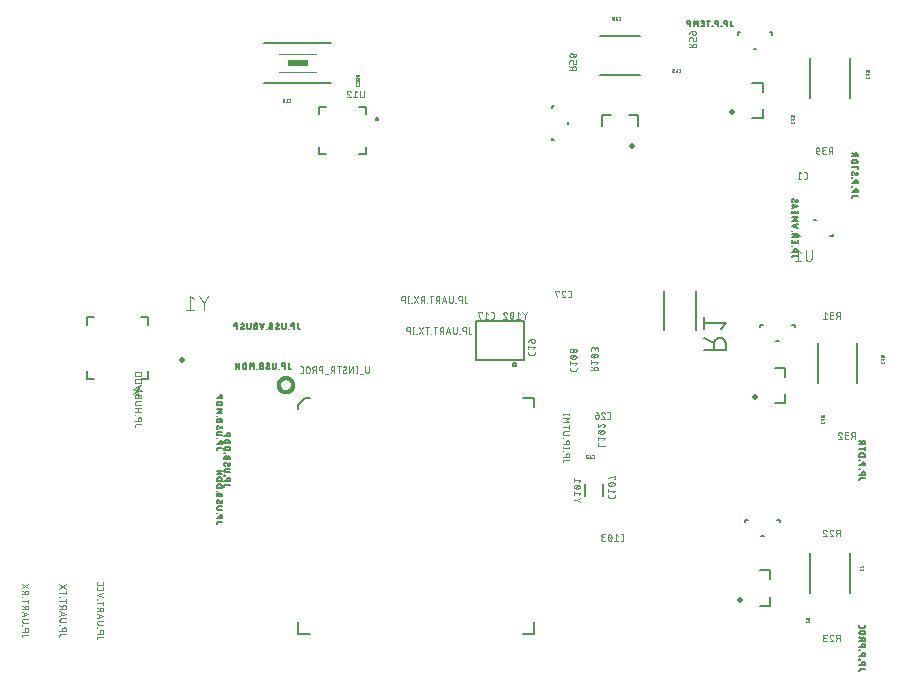
<source format=gbr>
G04 EAGLE Gerber RS-274X export*
G75*
%MOMM*%
%FSLAX34Y34*%
%LPD*%
%INSilkscreen Bottom*%
%IPPOS*%
%AMOC8*
5,1,8,0,0,1.08239X$1,22.5*%
G01*
%ADD10C,0.127000*%
%ADD11C,0.050800*%
%ADD12C,0.304800*%
%ADD13C,0.203200*%
%ADD14C,0.150000*%
%ADD15C,0.076200*%
%ADD16C,0.152400*%
%ADD17C,0.025400*%
%ADD18C,0.200000*%
%ADD19C,0.070000*%
%ADD20R,1.800000X0.600000*%
%ADD21R,1.100000X0.600000*%
%ADD22C,0.500000*%
%ADD23C,0.508000*%


D10*
X208600Y302250D02*
X208600Y269250D01*
X248600Y269250D01*
X248600Y302250D01*
X208600Y302250D01*
X239258Y265350D02*
X239260Y265425D01*
X239266Y265501D01*
X239276Y265576D01*
X239290Y265650D01*
X239307Y265723D01*
X239329Y265796D01*
X239354Y265867D01*
X239383Y265937D01*
X239415Y266005D01*
X239451Y266071D01*
X239491Y266135D01*
X239533Y266198D01*
X239579Y266257D01*
X239628Y266315D01*
X239680Y266370D01*
X239735Y266422D01*
X239793Y266471D01*
X239852Y266517D01*
X239915Y266559D01*
X239979Y266599D01*
X240045Y266635D01*
X240113Y266667D01*
X240183Y266696D01*
X240254Y266721D01*
X240327Y266743D01*
X240400Y266760D01*
X240474Y266774D01*
X240549Y266784D01*
X240625Y266790D01*
X240700Y266792D01*
X240775Y266790D01*
X240851Y266784D01*
X240926Y266774D01*
X241000Y266760D01*
X241073Y266743D01*
X241146Y266721D01*
X241217Y266696D01*
X241287Y266667D01*
X241355Y266635D01*
X241421Y266599D01*
X241485Y266559D01*
X241548Y266517D01*
X241607Y266471D01*
X241665Y266422D01*
X241720Y266370D01*
X241772Y266315D01*
X241821Y266257D01*
X241867Y266198D01*
X241909Y266135D01*
X241949Y266071D01*
X241985Y266005D01*
X242017Y265937D01*
X242046Y265867D01*
X242071Y265796D01*
X242093Y265723D01*
X242110Y265650D01*
X242124Y265576D01*
X242134Y265501D01*
X242140Y265425D01*
X242142Y265350D01*
X242140Y265275D01*
X242134Y265199D01*
X242124Y265124D01*
X242110Y265050D01*
X242093Y264977D01*
X242071Y264904D01*
X242046Y264833D01*
X242017Y264763D01*
X241985Y264695D01*
X241949Y264629D01*
X241909Y264565D01*
X241867Y264502D01*
X241821Y264443D01*
X241772Y264385D01*
X241720Y264330D01*
X241665Y264278D01*
X241607Y264229D01*
X241548Y264183D01*
X241485Y264141D01*
X241421Y264101D01*
X241355Y264065D01*
X241287Y264033D01*
X241217Y264004D01*
X241146Y263979D01*
X241073Y263957D01*
X241000Y263940D01*
X240926Y263926D01*
X240851Y263916D01*
X240775Y263910D01*
X240700Y263908D01*
X240625Y263910D01*
X240549Y263916D01*
X240474Y263926D01*
X240400Y263940D01*
X240327Y263957D01*
X240254Y263979D01*
X240183Y264004D01*
X240113Y264033D01*
X240045Y264065D01*
X239979Y264101D01*
X239915Y264141D01*
X239852Y264183D01*
X239793Y264229D01*
X239735Y264278D01*
X239680Y264330D01*
X239628Y264385D01*
X239579Y264443D01*
X239533Y264502D01*
X239491Y264565D01*
X239451Y264629D01*
X239415Y264695D01*
X239383Y264763D01*
X239354Y264833D01*
X239329Y264904D01*
X239307Y264977D01*
X239290Y265050D01*
X239276Y265124D01*
X239266Y265199D01*
X239260Y265275D01*
X239258Y265350D01*
D11*
X249364Y307223D02*
X251227Y309862D01*
X249364Y307223D02*
X247502Y309862D01*
X249364Y307223D02*
X249364Y304274D01*
X245430Y308620D02*
X243878Y309862D01*
X243878Y304274D01*
X245430Y304274D02*
X242326Y304274D01*
X239944Y307068D02*
X239942Y307199D01*
X239937Y307329D01*
X239927Y307459D01*
X239914Y307589D01*
X239898Y307719D01*
X239878Y307848D01*
X239854Y307976D01*
X239826Y308103D01*
X239795Y308230D01*
X239760Y308356D01*
X239722Y308481D01*
X239680Y308605D01*
X239635Y308727D01*
X239586Y308848D01*
X239534Y308968D01*
X239478Y309086D01*
X239479Y309086D02*
X239456Y309146D01*
X239430Y309206D01*
X239401Y309263D01*
X239368Y309319D01*
X239332Y309373D01*
X239294Y309425D01*
X239252Y309475D01*
X239208Y309522D01*
X239161Y309567D01*
X239111Y309609D01*
X239060Y309648D01*
X239006Y309684D01*
X238950Y309717D01*
X238893Y309747D01*
X238834Y309774D01*
X238773Y309797D01*
X238712Y309817D01*
X238649Y309833D01*
X238585Y309846D01*
X238521Y309855D01*
X238457Y309860D01*
X238392Y309862D01*
X238327Y309860D01*
X238263Y309855D01*
X238199Y309846D01*
X238135Y309833D01*
X238072Y309817D01*
X238011Y309797D01*
X237950Y309774D01*
X237891Y309747D01*
X237834Y309717D01*
X237778Y309684D01*
X237724Y309648D01*
X237673Y309609D01*
X237623Y309567D01*
X237576Y309522D01*
X237532Y309475D01*
X237490Y309425D01*
X237452Y309373D01*
X237416Y309319D01*
X237383Y309263D01*
X237354Y309206D01*
X237328Y309146D01*
X237305Y309086D01*
X237249Y308968D01*
X237197Y308848D01*
X237148Y308727D01*
X237103Y308605D01*
X237061Y308481D01*
X237023Y308356D01*
X236988Y308230D01*
X236957Y308104D01*
X236929Y307976D01*
X236905Y307848D01*
X236885Y307719D01*
X236869Y307589D01*
X236856Y307459D01*
X236846Y307329D01*
X236841Y307199D01*
X236839Y307068D01*
X239944Y307068D02*
X239942Y306937D01*
X239937Y306807D01*
X239927Y306677D01*
X239914Y306547D01*
X239898Y306417D01*
X239878Y306289D01*
X239854Y306160D01*
X239826Y306033D01*
X239795Y305906D01*
X239760Y305780D01*
X239722Y305655D01*
X239680Y305532D01*
X239635Y305409D01*
X239586Y305288D01*
X239534Y305168D01*
X239478Y305050D01*
X239479Y305050D02*
X239456Y304990D01*
X239430Y304930D01*
X239401Y304873D01*
X239368Y304817D01*
X239332Y304763D01*
X239294Y304711D01*
X239252Y304661D01*
X239208Y304614D01*
X239161Y304569D01*
X239111Y304527D01*
X239060Y304488D01*
X239006Y304452D01*
X238950Y304419D01*
X238893Y304389D01*
X238834Y304362D01*
X238773Y304339D01*
X238712Y304319D01*
X238649Y304303D01*
X238585Y304290D01*
X238521Y304281D01*
X238457Y304276D01*
X238392Y304274D01*
X237305Y305050D02*
X237249Y305168D01*
X237197Y305288D01*
X237148Y305409D01*
X237103Y305531D01*
X237061Y305655D01*
X237023Y305780D01*
X236988Y305906D01*
X236957Y306032D01*
X236929Y306160D01*
X236905Y306288D01*
X236885Y306417D01*
X236869Y306547D01*
X236856Y306677D01*
X236846Y306807D01*
X236841Y306937D01*
X236839Y307068D01*
X237305Y305050D02*
X237328Y304990D01*
X237354Y304930D01*
X237383Y304873D01*
X237416Y304817D01*
X237452Y304763D01*
X237490Y304711D01*
X237532Y304661D01*
X237576Y304614D01*
X237623Y304569D01*
X237673Y304527D01*
X237724Y304488D01*
X237778Y304452D01*
X237834Y304419D01*
X237891Y304389D01*
X237950Y304362D01*
X238011Y304339D01*
X238072Y304319D01*
X238135Y304303D01*
X238199Y304290D01*
X238263Y304281D01*
X238327Y304276D01*
X238392Y304274D01*
X239633Y305516D02*
X237150Y308620D01*
X232750Y309862D02*
X232677Y309860D01*
X232604Y309854D01*
X232531Y309845D01*
X232460Y309831D01*
X232388Y309814D01*
X232318Y309794D01*
X232249Y309769D01*
X232182Y309741D01*
X232116Y309710D01*
X232052Y309675D01*
X231989Y309637D01*
X231929Y309595D01*
X231871Y309551D01*
X231815Y309503D01*
X231762Y309453D01*
X231712Y309400D01*
X231664Y309344D01*
X231620Y309286D01*
X231578Y309226D01*
X231540Y309164D01*
X231505Y309099D01*
X231474Y309033D01*
X231446Y308966D01*
X231421Y308897D01*
X231401Y308827D01*
X231384Y308755D01*
X231370Y308684D01*
X231361Y308611D01*
X231355Y308538D01*
X231353Y308465D01*
X232750Y309862D02*
X232834Y309860D01*
X232917Y309854D01*
X233000Y309845D01*
X233082Y309831D01*
X233164Y309814D01*
X233245Y309792D01*
X233325Y309767D01*
X233403Y309739D01*
X233481Y309707D01*
X233556Y309671D01*
X233630Y309632D01*
X233702Y309589D01*
X233772Y309543D01*
X233839Y309494D01*
X233905Y309441D01*
X233967Y309386D01*
X234027Y309328D01*
X234085Y309267D01*
X234139Y309204D01*
X234191Y309138D01*
X234239Y309070D01*
X234284Y308999D01*
X234326Y308927D01*
X234364Y308852D01*
X234399Y308776D01*
X234430Y308699D01*
X234458Y308620D01*
X231819Y307379D02*
X231765Y307432D01*
X231714Y307489D01*
X231666Y307548D01*
X231621Y307609D01*
X231580Y307672D01*
X231541Y307738D01*
X231506Y307805D01*
X231474Y307874D01*
X231446Y307945D01*
X231422Y308016D01*
X231401Y308089D01*
X231384Y308163D01*
X231370Y308238D01*
X231361Y308313D01*
X231355Y308389D01*
X231353Y308465D01*
X231819Y307378D02*
X234457Y304274D01*
X231353Y304274D01*
D12*
X41333Y247815D02*
X41335Y247969D01*
X41341Y248124D01*
X41351Y248278D01*
X41365Y248432D01*
X41383Y248585D01*
X41404Y248738D01*
X41430Y248891D01*
X41460Y249042D01*
X41493Y249193D01*
X41531Y249343D01*
X41572Y249492D01*
X41617Y249640D01*
X41666Y249786D01*
X41719Y249932D01*
X41775Y250075D01*
X41835Y250218D01*
X41899Y250358D01*
X41966Y250498D01*
X42037Y250635D01*
X42111Y250770D01*
X42189Y250904D01*
X42270Y251035D01*
X42355Y251164D01*
X42443Y251292D01*
X42534Y251416D01*
X42628Y251539D01*
X42726Y251659D01*
X42826Y251776D01*
X42930Y251891D01*
X43036Y252003D01*
X43145Y252112D01*
X43257Y252218D01*
X43372Y252322D01*
X43489Y252422D01*
X43609Y252520D01*
X43732Y252614D01*
X43856Y252705D01*
X43984Y252793D01*
X44113Y252878D01*
X44244Y252959D01*
X44378Y253037D01*
X44513Y253111D01*
X44650Y253182D01*
X44790Y253249D01*
X44930Y253313D01*
X45073Y253373D01*
X45216Y253429D01*
X45362Y253482D01*
X45508Y253531D01*
X45656Y253576D01*
X45805Y253617D01*
X45955Y253655D01*
X46106Y253688D01*
X46257Y253718D01*
X46410Y253744D01*
X46563Y253765D01*
X46716Y253783D01*
X46870Y253797D01*
X47024Y253807D01*
X47179Y253813D01*
X47333Y253815D01*
X47487Y253813D01*
X47642Y253807D01*
X47796Y253797D01*
X47950Y253783D01*
X48103Y253765D01*
X48256Y253744D01*
X48409Y253718D01*
X48560Y253688D01*
X48711Y253655D01*
X48861Y253617D01*
X49010Y253576D01*
X49158Y253531D01*
X49304Y253482D01*
X49450Y253429D01*
X49593Y253373D01*
X49736Y253313D01*
X49876Y253249D01*
X50016Y253182D01*
X50153Y253111D01*
X50288Y253037D01*
X50422Y252959D01*
X50553Y252878D01*
X50682Y252793D01*
X50810Y252705D01*
X50934Y252614D01*
X51057Y252520D01*
X51177Y252422D01*
X51294Y252322D01*
X51409Y252218D01*
X51521Y252112D01*
X51630Y252003D01*
X51736Y251891D01*
X51840Y251776D01*
X51940Y251659D01*
X52038Y251539D01*
X52132Y251416D01*
X52223Y251292D01*
X52311Y251164D01*
X52396Y251035D01*
X52477Y250904D01*
X52555Y250770D01*
X52629Y250635D01*
X52700Y250498D01*
X52767Y250358D01*
X52831Y250218D01*
X52891Y250075D01*
X52947Y249932D01*
X53000Y249786D01*
X53049Y249640D01*
X53094Y249492D01*
X53135Y249343D01*
X53173Y249193D01*
X53206Y249042D01*
X53236Y248891D01*
X53262Y248738D01*
X53283Y248585D01*
X53301Y248432D01*
X53315Y248278D01*
X53325Y248124D01*
X53331Y247969D01*
X53333Y247815D01*
X53331Y247661D01*
X53325Y247506D01*
X53315Y247352D01*
X53301Y247198D01*
X53283Y247045D01*
X53262Y246892D01*
X53236Y246739D01*
X53206Y246588D01*
X53173Y246437D01*
X53135Y246287D01*
X53094Y246138D01*
X53049Y245990D01*
X53000Y245844D01*
X52947Y245698D01*
X52891Y245555D01*
X52831Y245412D01*
X52767Y245272D01*
X52700Y245132D01*
X52629Y244995D01*
X52555Y244860D01*
X52477Y244726D01*
X52396Y244595D01*
X52311Y244466D01*
X52223Y244338D01*
X52132Y244214D01*
X52038Y244091D01*
X51940Y243971D01*
X51840Y243854D01*
X51736Y243739D01*
X51630Y243627D01*
X51521Y243518D01*
X51409Y243412D01*
X51294Y243308D01*
X51177Y243208D01*
X51057Y243110D01*
X50934Y243016D01*
X50810Y242925D01*
X50682Y242837D01*
X50553Y242752D01*
X50422Y242671D01*
X50288Y242593D01*
X50153Y242519D01*
X50016Y242448D01*
X49876Y242381D01*
X49736Y242317D01*
X49593Y242257D01*
X49450Y242201D01*
X49304Y242148D01*
X49158Y242099D01*
X49010Y242054D01*
X48861Y242013D01*
X48711Y241975D01*
X48560Y241942D01*
X48409Y241912D01*
X48256Y241886D01*
X48103Y241865D01*
X47950Y241847D01*
X47796Y241833D01*
X47642Y241823D01*
X47487Y241817D01*
X47333Y241815D01*
X47179Y241817D01*
X47024Y241823D01*
X46870Y241833D01*
X46716Y241847D01*
X46563Y241865D01*
X46410Y241886D01*
X46257Y241912D01*
X46106Y241942D01*
X45955Y241975D01*
X45805Y242013D01*
X45656Y242054D01*
X45508Y242099D01*
X45362Y242148D01*
X45216Y242201D01*
X45073Y242257D01*
X44930Y242317D01*
X44790Y242381D01*
X44650Y242448D01*
X44513Y242519D01*
X44378Y242593D01*
X44244Y242671D01*
X44113Y242752D01*
X43984Y242837D01*
X43856Y242925D01*
X43732Y243016D01*
X43609Y243110D01*
X43489Y243208D01*
X43372Y243308D01*
X43257Y243412D01*
X43145Y243518D01*
X43036Y243627D01*
X42930Y243739D01*
X42826Y243854D01*
X42726Y243971D01*
X42628Y244091D01*
X42534Y244214D01*
X42443Y244338D01*
X42355Y244466D01*
X42270Y244595D01*
X42189Y244726D01*
X42111Y244860D01*
X42037Y244995D01*
X41966Y245132D01*
X41899Y245272D01*
X41835Y245412D01*
X41775Y245555D01*
X41719Y245698D01*
X41666Y245844D01*
X41617Y245990D01*
X41572Y246138D01*
X41531Y246287D01*
X41493Y246437D01*
X41460Y246588D01*
X41430Y246739D01*
X41404Y246892D01*
X41383Y247045D01*
X41365Y247198D01*
X41351Y247352D01*
X41341Y247506D01*
X41335Y247661D01*
X41333Y247815D01*
D10*
X57734Y231414D02*
X57734Y227414D01*
X57734Y231414D02*
X63734Y237414D01*
X67734Y237414D01*
X247734Y237414D02*
X257734Y237414D01*
X257734Y229414D01*
X257734Y47414D02*
X257734Y37414D01*
X247734Y37414D01*
X57734Y37414D02*
X57734Y47414D01*
X57734Y37414D02*
X67734Y37414D01*
D11*
X117559Y259804D02*
X117559Y263840D01*
X117559Y259804D02*
X117557Y259727D01*
X117551Y259649D01*
X117542Y259573D01*
X117528Y259496D01*
X117511Y259421D01*
X117490Y259347D01*
X117465Y259273D01*
X117437Y259201D01*
X117405Y259131D01*
X117370Y259062D01*
X117331Y258995D01*
X117289Y258930D01*
X117244Y258867D01*
X117196Y258806D01*
X117145Y258748D01*
X117091Y258693D01*
X117034Y258640D01*
X116975Y258591D01*
X116913Y258544D01*
X116849Y258500D01*
X116783Y258460D01*
X116715Y258423D01*
X116645Y258389D01*
X116574Y258359D01*
X116501Y258333D01*
X116427Y258310D01*
X116352Y258291D01*
X116277Y258276D01*
X116200Y258264D01*
X116123Y258256D01*
X116046Y258252D01*
X115968Y258252D01*
X115891Y258256D01*
X115814Y258264D01*
X115737Y258276D01*
X115662Y258291D01*
X115587Y258310D01*
X115513Y258333D01*
X115440Y258359D01*
X115369Y258389D01*
X115299Y258423D01*
X115231Y258460D01*
X115165Y258500D01*
X115101Y258544D01*
X115039Y258591D01*
X114980Y258640D01*
X114923Y258693D01*
X114869Y258748D01*
X114818Y258806D01*
X114770Y258867D01*
X114725Y258930D01*
X114683Y258995D01*
X114644Y259062D01*
X114609Y259131D01*
X114577Y259201D01*
X114549Y259273D01*
X114524Y259347D01*
X114503Y259421D01*
X114486Y259496D01*
X114472Y259573D01*
X114463Y259649D01*
X114457Y259727D01*
X114455Y259804D01*
X114455Y263840D01*
X112128Y257631D02*
X109645Y257631D01*
X107046Y258252D02*
X107046Y263840D01*
X107667Y258252D02*
X106425Y258252D01*
X106425Y263840D02*
X107667Y263840D01*
X104026Y263840D02*
X104026Y258252D01*
X100922Y258252D02*
X104026Y263840D01*
X100922Y263840D02*
X100922Y258252D01*
X96677Y258252D02*
X96607Y258254D01*
X96538Y258260D01*
X96469Y258270D01*
X96401Y258283D01*
X96333Y258301D01*
X96267Y258322D01*
X96202Y258347D01*
X96138Y258375D01*
X96076Y258407D01*
X96016Y258442D01*
X95958Y258481D01*
X95903Y258523D01*
X95849Y258568D01*
X95799Y258616D01*
X95751Y258666D01*
X95706Y258720D01*
X95664Y258775D01*
X95625Y258833D01*
X95590Y258893D01*
X95558Y258955D01*
X95530Y259019D01*
X95505Y259084D01*
X95484Y259150D01*
X95466Y259218D01*
X95453Y259286D01*
X95443Y259355D01*
X95437Y259424D01*
X95435Y259494D01*
X96677Y258252D02*
X96776Y258254D01*
X96874Y258259D01*
X96972Y258269D01*
X97070Y258282D01*
X97167Y258298D01*
X97264Y258318D01*
X97359Y258342D01*
X97454Y258370D01*
X97548Y258401D01*
X97640Y258435D01*
X97731Y258473D01*
X97821Y258514D01*
X97909Y258559D01*
X97995Y258607D01*
X98079Y258658D01*
X98161Y258712D01*
X98242Y258770D01*
X98320Y258830D01*
X98395Y258893D01*
X98469Y258959D01*
X98539Y259028D01*
X98385Y262598D02*
X98383Y262668D01*
X98377Y262737D01*
X98367Y262806D01*
X98354Y262874D01*
X98336Y262942D01*
X98315Y263008D01*
X98290Y263073D01*
X98262Y263137D01*
X98230Y263199D01*
X98195Y263259D01*
X98156Y263317D01*
X98114Y263372D01*
X98069Y263426D01*
X98021Y263476D01*
X97971Y263524D01*
X97917Y263569D01*
X97862Y263611D01*
X97804Y263650D01*
X97744Y263685D01*
X97682Y263717D01*
X97618Y263745D01*
X97553Y263770D01*
X97487Y263791D01*
X97419Y263809D01*
X97351Y263822D01*
X97282Y263832D01*
X97213Y263838D01*
X97143Y263840D01*
X97049Y263838D01*
X96956Y263832D01*
X96863Y263823D01*
X96770Y263810D01*
X96678Y263793D01*
X96587Y263773D01*
X96496Y263748D01*
X96407Y263721D01*
X96319Y263689D01*
X96232Y263654D01*
X96146Y263616D01*
X96063Y263574D01*
X95980Y263529D01*
X95900Y263481D01*
X95822Y263429D01*
X95746Y263374D01*
X97764Y261512D02*
X97823Y261548D01*
X97879Y261588D01*
X97933Y261631D01*
X97985Y261676D01*
X98034Y261725D01*
X98080Y261776D01*
X98123Y261829D01*
X98164Y261885D01*
X98201Y261943D01*
X98236Y262003D01*
X98266Y262064D01*
X98294Y262127D01*
X98318Y262192D01*
X98338Y262258D01*
X98355Y262325D01*
X98368Y262392D01*
X98377Y262460D01*
X98383Y262529D01*
X98385Y262598D01*
X96057Y260580D02*
X95998Y260544D01*
X95942Y260504D01*
X95888Y260461D01*
X95836Y260416D01*
X95787Y260367D01*
X95741Y260316D01*
X95698Y260263D01*
X95657Y260207D01*
X95620Y260149D01*
X95585Y260090D01*
X95555Y260028D01*
X95527Y259965D01*
X95503Y259900D01*
X95483Y259834D01*
X95466Y259767D01*
X95453Y259700D01*
X95444Y259632D01*
X95438Y259563D01*
X95436Y259494D01*
X96056Y260580D02*
X97764Y261512D01*
X92050Y263840D02*
X92050Y258252D01*
X93602Y263840D02*
X90498Y263840D01*
X88263Y263840D02*
X88263Y258252D01*
X88263Y263840D02*
X86710Y263840D01*
X86633Y263838D01*
X86555Y263832D01*
X86479Y263823D01*
X86402Y263809D01*
X86327Y263792D01*
X86253Y263771D01*
X86179Y263746D01*
X86107Y263718D01*
X86037Y263686D01*
X85968Y263651D01*
X85901Y263612D01*
X85836Y263570D01*
X85773Y263525D01*
X85712Y263477D01*
X85654Y263426D01*
X85599Y263372D01*
X85546Y263315D01*
X85497Y263256D01*
X85450Y263194D01*
X85406Y263130D01*
X85366Y263064D01*
X85329Y262996D01*
X85295Y262926D01*
X85265Y262855D01*
X85239Y262782D01*
X85216Y262708D01*
X85197Y262633D01*
X85182Y262558D01*
X85170Y262481D01*
X85162Y262404D01*
X85158Y262327D01*
X85158Y262249D01*
X85162Y262172D01*
X85170Y262095D01*
X85182Y262018D01*
X85197Y261943D01*
X85216Y261868D01*
X85239Y261794D01*
X85265Y261721D01*
X85295Y261650D01*
X85329Y261580D01*
X85366Y261512D01*
X85406Y261446D01*
X85450Y261382D01*
X85497Y261320D01*
X85546Y261261D01*
X85599Y261204D01*
X85654Y261150D01*
X85712Y261099D01*
X85773Y261051D01*
X85836Y261006D01*
X85901Y260964D01*
X85968Y260925D01*
X86037Y260890D01*
X86107Y260858D01*
X86179Y260830D01*
X86253Y260805D01*
X86327Y260784D01*
X86402Y260767D01*
X86479Y260753D01*
X86555Y260744D01*
X86633Y260738D01*
X86710Y260736D01*
X88263Y260736D01*
X86400Y260736D02*
X85158Y258252D01*
X83051Y257631D02*
X80567Y257631D01*
X78157Y258252D02*
X78157Y263840D01*
X76605Y263840D01*
X76528Y263838D01*
X76450Y263832D01*
X76374Y263823D01*
X76297Y263809D01*
X76222Y263792D01*
X76148Y263771D01*
X76074Y263746D01*
X76002Y263718D01*
X75932Y263686D01*
X75863Y263651D01*
X75796Y263612D01*
X75731Y263570D01*
X75668Y263525D01*
X75607Y263477D01*
X75549Y263426D01*
X75494Y263372D01*
X75441Y263315D01*
X75392Y263256D01*
X75345Y263194D01*
X75301Y263130D01*
X75261Y263064D01*
X75224Y262996D01*
X75190Y262926D01*
X75160Y262855D01*
X75134Y262782D01*
X75111Y262708D01*
X75092Y262633D01*
X75077Y262558D01*
X75065Y262481D01*
X75057Y262404D01*
X75053Y262327D01*
X75053Y262249D01*
X75057Y262172D01*
X75065Y262095D01*
X75077Y262018D01*
X75092Y261943D01*
X75111Y261868D01*
X75134Y261794D01*
X75160Y261721D01*
X75190Y261650D01*
X75224Y261580D01*
X75261Y261512D01*
X75301Y261446D01*
X75345Y261382D01*
X75392Y261320D01*
X75441Y261261D01*
X75494Y261204D01*
X75549Y261150D01*
X75607Y261099D01*
X75668Y261051D01*
X75731Y261006D01*
X75796Y260964D01*
X75863Y260925D01*
X75932Y260890D01*
X76002Y260858D01*
X76074Y260830D01*
X76148Y260805D01*
X76222Y260784D01*
X76297Y260767D01*
X76374Y260753D01*
X76450Y260744D01*
X76528Y260738D01*
X76605Y260736D01*
X78157Y260736D01*
X72718Y258252D02*
X72718Y263840D01*
X71166Y263840D01*
X71089Y263838D01*
X71011Y263832D01*
X70935Y263823D01*
X70858Y263809D01*
X70783Y263792D01*
X70709Y263771D01*
X70635Y263746D01*
X70563Y263718D01*
X70493Y263686D01*
X70424Y263651D01*
X70357Y263612D01*
X70292Y263570D01*
X70229Y263525D01*
X70168Y263477D01*
X70110Y263426D01*
X70055Y263372D01*
X70002Y263315D01*
X69953Y263256D01*
X69906Y263194D01*
X69862Y263130D01*
X69822Y263064D01*
X69785Y262996D01*
X69751Y262926D01*
X69721Y262855D01*
X69695Y262782D01*
X69672Y262708D01*
X69653Y262633D01*
X69638Y262558D01*
X69626Y262481D01*
X69618Y262404D01*
X69614Y262327D01*
X69614Y262249D01*
X69618Y262172D01*
X69626Y262095D01*
X69638Y262018D01*
X69653Y261943D01*
X69672Y261868D01*
X69695Y261794D01*
X69721Y261721D01*
X69751Y261650D01*
X69785Y261580D01*
X69822Y261512D01*
X69862Y261446D01*
X69906Y261382D01*
X69953Y261320D01*
X70002Y261261D01*
X70055Y261204D01*
X70110Y261150D01*
X70168Y261099D01*
X70229Y261051D01*
X70292Y261006D01*
X70357Y260964D01*
X70424Y260925D01*
X70493Y260890D01*
X70563Y260858D01*
X70635Y260830D01*
X70709Y260805D01*
X70783Y260784D01*
X70858Y260767D01*
X70935Y260753D01*
X71011Y260744D01*
X71089Y260738D01*
X71166Y260736D01*
X72718Y260736D01*
X70855Y260736D02*
X69613Y258252D01*
X67268Y259804D02*
X67268Y262288D01*
X67267Y262288D02*
X67265Y262365D01*
X67259Y262443D01*
X67250Y262519D01*
X67236Y262596D01*
X67219Y262671D01*
X67198Y262745D01*
X67173Y262819D01*
X67145Y262891D01*
X67113Y262961D01*
X67078Y263030D01*
X67039Y263097D01*
X66997Y263162D01*
X66952Y263225D01*
X66904Y263286D01*
X66853Y263344D01*
X66799Y263399D01*
X66742Y263452D01*
X66683Y263501D01*
X66621Y263548D01*
X66557Y263592D01*
X66491Y263632D01*
X66423Y263669D01*
X66353Y263703D01*
X66282Y263733D01*
X66209Y263759D01*
X66135Y263782D01*
X66060Y263801D01*
X65985Y263816D01*
X65908Y263828D01*
X65831Y263836D01*
X65754Y263840D01*
X65676Y263840D01*
X65599Y263836D01*
X65522Y263828D01*
X65445Y263816D01*
X65370Y263801D01*
X65295Y263782D01*
X65221Y263759D01*
X65148Y263733D01*
X65077Y263703D01*
X65007Y263669D01*
X64939Y263632D01*
X64873Y263592D01*
X64809Y263548D01*
X64747Y263501D01*
X64688Y263452D01*
X64631Y263399D01*
X64577Y263344D01*
X64526Y263286D01*
X64478Y263225D01*
X64433Y263162D01*
X64391Y263097D01*
X64352Y263030D01*
X64317Y262961D01*
X64285Y262891D01*
X64257Y262819D01*
X64232Y262745D01*
X64211Y262671D01*
X64194Y262596D01*
X64180Y262519D01*
X64171Y262443D01*
X64165Y262365D01*
X64163Y262288D01*
X64163Y259804D01*
X64165Y259727D01*
X64171Y259649D01*
X64180Y259573D01*
X64194Y259496D01*
X64211Y259421D01*
X64232Y259347D01*
X64257Y259273D01*
X64285Y259201D01*
X64317Y259131D01*
X64352Y259062D01*
X64391Y258995D01*
X64433Y258930D01*
X64478Y258867D01*
X64526Y258806D01*
X64577Y258748D01*
X64631Y258693D01*
X64688Y258640D01*
X64747Y258591D01*
X64809Y258544D01*
X64873Y258500D01*
X64939Y258460D01*
X65007Y258423D01*
X65077Y258389D01*
X65148Y258359D01*
X65221Y258333D01*
X65295Y258310D01*
X65370Y258291D01*
X65445Y258276D01*
X65522Y258264D01*
X65599Y258256D01*
X65676Y258252D01*
X65754Y258252D01*
X65831Y258256D01*
X65908Y258264D01*
X65985Y258276D01*
X66060Y258291D01*
X66135Y258310D01*
X66209Y258333D01*
X66282Y258359D01*
X66353Y258389D01*
X66423Y258423D01*
X66491Y258460D01*
X66557Y258500D01*
X66621Y258544D01*
X66683Y258591D01*
X66742Y258640D01*
X66799Y258693D01*
X66853Y258748D01*
X66904Y258806D01*
X66952Y258867D01*
X66997Y258930D01*
X67039Y258995D01*
X67078Y259062D01*
X67113Y259131D01*
X67145Y259201D01*
X67173Y259273D01*
X67198Y259347D01*
X67219Y259421D01*
X67236Y259496D01*
X67250Y259573D01*
X67259Y259649D01*
X67265Y259727D01*
X67267Y259804D01*
X60556Y258252D02*
X59314Y258252D01*
X60556Y258252D02*
X60626Y258254D01*
X60695Y258260D01*
X60764Y258270D01*
X60832Y258283D01*
X60900Y258301D01*
X60966Y258322D01*
X61031Y258347D01*
X61095Y258375D01*
X61157Y258407D01*
X61217Y258442D01*
X61275Y258481D01*
X61330Y258523D01*
X61384Y258568D01*
X61434Y258616D01*
X61482Y258666D01*
X61527Y258720D01*
X61569Y258775D01*
X61608Y258833D01*
X61643Y258893D01*
X61675Y258955D01*
X61703Y259019D01*
X61728Y259084D01*
X61749Y259150D01*
X61767Y259218D01*
X61780Y259286D01*
X61790Y259355D01*
X61796Y259424D01*
X61798Y259494D01*
X61798Y262598D01*
X61796Y262668D01*
X61790Y262737D01*
X61780Y262806D01*
X61767Y262874D01*
X61749Y262942D01*
X61728Y263008D01*
X61703Y263073D01*
X61675Y263137D01*
X61643Y263199D01*
X61608Y263259D01*
X61569Y263317D01*
X61527Y263372D01*
X61482Y263426D01*
X61434Y263476D01*
X61384Y263524D01*
X61330Y263569D01*
X61275Y263611D01*
X61217Y263650D01*
X61157Y263685D01*
X61095Y263717D01*
X61031Y263745D01*
X60966Y263770D01*
X60900Y263791D01*
X60832Y263809D01*
X60764Y263822D01*
X60695Y263832D01*
X60626Y263838D01*
X60556Y263840D01*
X59314Y263840D01*
X305592Y260435D02*
X311180Y260435D01*
X311180Y261987D01*
X311178Y262064D01*
X311172Y262142D01*
X311163Y262218D01*
X311149Y262295D01*
X311132Y262370D01*
X311111Y262444D01*
X311086Y262518D01*
X311058Y262590D01*
X311026Y262660D01*
X310991Y262729D01*
X310952Y262796D01*
X310910Y262861D01*
X310865Y262924D01*
X310817Y262985D01*
X310766Y263043D01*
X310712Y263098D01*
X310655Y263151D01*
X310596Y263200D01*
X310534Y263247D01*
X310470Y263291D01*
X310404Y263331D01*
X310336Y263368D01*
X310266Y263402D01*
X310195Y263432D01*
X310122Y263458D01*
X310048Y263481D01*
X309973Y263500D01*
X309898Y263515D01*
X309821Y263527D01*
X309744Y263535D01*
X309667Y263539D01*
X309589Y263539D01*
X309512Y263535D01*
X309435Y263527D01*
X309358Y263515D01*
X309283Y263500D01*
X309208Y263481D01*
X309134Y263458D01*
X309061Y263432D01*
X308990Y263402D01*
X308920Y263368D01*
X308852Y263331D01*
X308786Y263291D01*
X308722Y263247D01*
X308660Y263200D01*
X308601Y263151D01*
X308544Y263098D01*
X308490Y263043D01*
X308439Y262985D01*
X308391Y262924D01*
X308346Y262861D01*
X308304Y262796D01*
X308265Y262729D01*
X308230Y262660D01*
X308198Y262590D01*
X308170Y262518D01*
X308145Y262444D01*
X308124Y262370D01*
X308107Y262295D01*
X308093Y262218D01*
X308084Y262142D01*
X308078Y262064D01*
X308076Y261987D01*
X308076Y260435D01*
X308076Y262297D02*
X305592Y263539D01*
X309938Y265885D02*
X311180Y267437D01*
X305592Y267437D01*
X305592Y265885D02*
X305592Y268989D01*
X308386Y271371D02*
X308517Y271373D01*
X308647Y271378D01*
X308777Y271388D01*
X308907Y271401D01*
X309037Y271417D01*
X309166Y271437D01*
X309294Y271461D01*
X309421Y271489D01*
X309548Y271520D01*
X309674Y271555D01*
X309799Y271593D01*
X309923Y271635D01*
X310045Y271680D01*
X310166Y271729D01*
X310286Y271781D01*
X310404Y271837D01*
X310404Y271836D02*
X310464Y271859D01*
X310524Y271885D01*
X310581Y271914D01*
X310637Y271947D01*
X310691Y271983D01*
X310743Y272021D01*
X310793Y272063D01*
X310840Y272107D01*
X310885Y272154D01*
X310927Y272204D01*
X310966Y272255D01*
X311002Y272309D01*
X311035Y272365D01*
X311065Y272422D01*
X311092Y272481D01*
X311115Y272542D01*
X311135Y272603D01*
X311151Y272666D01*
X311164Y272730D01*
X311173Y272794D01*
X311178Y272858D01*
X311180Y272923D01*
X311178Y272988D01*
X311173Y273052D01*
X311164Y273116D01*
X311151Y273180D01*
X311135Y273243D01*
X311115Y273304D01*
X311092Y273365D01*
X311065Y273424D01*
X311035Y273481D01*
X311002Y273537D01*
X310966Y273591D01*
X310927Y273642D01*
X310885Y273692D01*
X310840Y273739D01*
X310793Y273783D01*
X310743Y273825D01*
X310691Y273863D01*
X310637Y273899D01*
X310581Y273932D01*
X310524Y273961D01*
X310464Y273987D01*
X310404Y274010D01*
X310286Y274066D01*
X310166Y274118D01*
X310045Y274167D01*
X309923Y274212D01*
X309799Y274254D01*
X309674Y274292D01*
X309548Y274327D01*
X309422Y274358D01*
X309294Y274386D01*
X309166Y274410D01*
X309037Y274430D01*
X308907Y274446D01*
X308777Y274459D01*
X308647Y274469D01*
X308517Y274474D01*
X308386Y274476D01*
X308386Y271371D02*
X308255Y271373D01*
X308125Y271378D01*
X307995Y271388D01*
X307865Y271401D01*
X307735Y271417D01*
X307606Y271437D01*
X307478Y271461D01*
X307351Y271489D01*
X307224Y271520D01*
X307098Y271555D01*
X306973Y271593D01*
X306849Y271635D01*
X306727Y271680D01*
X306606Y271729D01*
X306486Y271781D01*
X306368Y271837D01*
X306368Y271836D02*
X306308Y271859D01*
X306248Y271885D01*
X306191Y271914D01*
X306135Y271947D01*
X306081Y271983D01*
X306029Y272021D01*
X305979Y272063D01*
X305932Y272107D01*
X305887Y272154D01*
X305845Y272204D01*
X305806Y272255D01*
X305770Y272309D01*
X305737Y272365D01*
X305707Y272422D01*
X305680Y272481D01*
X305657Y272542D01*
X305637Y272603D01*
X305621Y272666D01*
X305608Y272730D01*
X305599Y272794D01*
X305594Y272858D01*
X305592Y272923D01*
X306368Y274010D02*
X306486Y274066D01*
X306606Y274118D01*
X306727Y274167D01*
X306849Y274212D01*
X306973Y274254D01*
X307098Y274292D01*
X307224Y274327D01*
X307350Y274358D01*
X307478Y274386D01*
X307606Y274410D01*
X307735Y274430D01*
X307865Y274446D01*
X307995Y274459D01*
X308125Y274469D01*
X308255Y274474D01*
X308386Y274476D01*
X306368Y274010D02*
X306308Y273987D01*
X306248Y273961D01*
X306191Y273932D01*
X306135Y273899D01*
X306081Y273863D01*
X306029Y273825D01*
X305979Y273783D01*
X305932Y273739D01*
X305887Y273692D01*
X305845Y273642D01*
X305806Y273591D01*
X305770Y273537D01*
X305737Y273481D01*
X305707Y273424D01*
X305680Y273365D01*
X305657Y273304D01*
X305637Y273243D01*
X305621Y273180D01*
X305608Y273116D01*
X305599Y273052D01*
X305594Y272988D01*
X305592Y272923D01*
X306834Y271682D02*
X309938Y274165D01*
X305592Y276858D02*
X305592Y278410D01*
X305594Y278487D01*
X305600Y278565D01*
X305609Y278641D01*
X305623Y278718D01*
X305640Y278793D01*
X305661Y278867D01*
X305686Y278941D01*
X305714Y279013D01*
X305746Y279083D01*
X305781Y279152D01*
X305820Y279219D01*
X305862Y279284D01*
X305907Y279347D01*
X305955Y279408D01*
X306006Y279466D01*
X306060Y279521D01*
X306117Y279574D01*
X306176Y279623D01*
X306238Y279670D01*
X306302Y279714D01*
X306368Y279754D01*
X306436Y279791D01*
X306506Y279825D01*
X306577Y279855D01*
X306650Y279881D01*
X306724Y279904D01*
X306799Y279923D01*
X306874Y279938D01*
X306951Y279950D01*
X307028Y279958D01*
X307105Y279962D01*
X307183Y279962D01*
X307260Y279958D01*
X307337Y279950D01*
X307414Y279938D01*
X307489Y279923D01*
X307564Y279904D01*
X307638Y279881D01*
X307711Y279855D01*
X307782Y279825D01*
X307852Y279791D01*
X307920Y279754D01*
X307986Y279714D01*
X308050Y279670D01*
X308112Y279623D01*
X308171Y279574D01*
X308228Y279521D01*
X308282Y279466D01*
X308333Y279408D01*
X308381Y279347D01*
X308426Y279284D01*
X308468Y279219D01*
X308507Y279152D01*
X308542Y279083D01*
X308574Y279013D01*
X308602Y278941D01*
X308627Y278867D01*
X308648Y278793D01*
X308665Y278718D01*
X308679Y278641D01*
X308688Y278565D01*
X308694Y278487D01*
X308696Y278410D01*
X311180Y278720D02*
X311180Y276858D01*
X311180Y278720D02*
X311178Y278790D01*
X311172Y278859D01*
X311162Y278928D01*
X311149Y278996D01*
X311131Y279064D01*
X311110Y279130D01*
X311085Y279195D01*
X311057Y279259D01*
X311025Y279321D01*
X310990Y279381D01*
X310951Y279439D01*
X310909Y279494D01*
X310864Y279548D01*
X310816Y279598D01*
X310766Y279646D01*
X310712Y279691D01*
X310657Y279733D01*
X310599Y279772D01*
X310539Y279807D01*
X310477Y279839D01*
X310413Y279867D01*
X310348Y279892D01*
X310282Y279913D01*
X310214Y279931D01*
X310146Y279944D01*
X310077Y279954D01*
X310008Y279960D01*
X309938Y279962D01*
X309868Y279960D01*
X309799Y279954D01*
X309730Y279944D01*
X309662Y279931D01*
X309594Y279913D01*
X309528Y279892D01*
X309463Y279867D01*
X309399Y279839D01*
X309337Y279807D01*
X309277Y279772D01*
X309219Y279733D01*
X309164Y279691D01*
X309110Y279646D01*
X309060Y279598D01*
X309012Y279548D01*
X308967Y279494D01*
X308925Y279439D01*
X308886Y279381D01*
X308851Y279321D01*
X308819Y279259D01*
X308791Y279195D01*
X308766Y279130D01*
X308745Y279064D01*
X308727Y278996D01*
X308714Y278928D01*
X308704Y278859D01*
X308698Y278790D01*
X308696Y278720D01*
X308696Y277478D01*
X287752Y262780D02*
X287752Y261538D01*
X287754Y261468D01*
X287760Y261399D01*
X287770Y261330D01*
X287783Y261262D01*
X287801Y261194D01*
X287822Y261128D01*
X287847Y261063D01*
X287875Y260999D01*
X287907Y260937D01*
X287942Y260877D01*
X287981Y260819D01*
X288023Y260764D01*
X288068Y260710D01*
X288116Y260660D01*
X288166Y260612D01*
X288220Y260567D01*
X288275Y260525D01*
X288333Y260486D01*
X288393Y260451D01*
X288455Y260419D01*
X288519Y260391D01*
X288584Y260366D01*
X288650Y260345D01*
X288718Y260327D01*
X288786Y260314D01*
X288855Y260304D01*
X288924Y260298D01*
X288994Y260296D01*
X292098Y260296D01*
X292168Y260298D01*
X292237Y260304D01*
X292306Y260314D01*
X292374Y260327D01*
X292442Y260345D01*
X292508Y260366D01*
X292573Y260391D01*
X292637Y260419D01*
X292699Y260451D01*
X292759Y260486D01*
X292817Y260525D01*
X292872Y260567D01*
X292926Y260612D01*
X292976Y260660D01*
X293024Y260710D01*
X293069Y260764D01*
X293111Y260819D01*
X293150Y260877D01*
X293185Y260937D01*
X293217Y260999D01*
X293245Y261063D01*
X293270Y261128D01*
X293291Y261194D01*
X293309Y261262D01*
X293322Y261330D01*
X293332Y261399D01*
X293338Y261468D01*
X293340Y261538D01*
X293340Y262780D01*
X292098Y264884D02*
X293340Y266436D01*
X287752Y266436D01*
X287752Y264884D02*
X287752Y267989D01*
X290546Y270371D02*
X290677Y270373D01*
X290807Y270378D01*
X290937Y270388D01*
X291067Y270401D01*
X291197Y270417D01*
X291326Y270437D01*
X291454Y270461D01*
X291581Y270489D01*
X291708Y270520D01*
X291834Y270555D01*
X291959Y270593D01*
X292083Y270635D01*
X292205Y270680D01*
X292326Y270729D01*
X292446Y270781D01*
X292564Y270837D01*
X292564Y270836D02*
X292624Y270859D01*
X292684Y270885D01*
X292741Y270914D01*
X292797Y270947D01*
X292851Y270983D01*
X292903Y271021D01*
X292953Y271063D01*
X293000Y271107D01*
X293045Y271154D01*
X293087Y271204D01*
X293126Y271255D01*
X293162Y271309D01*
X293195Y271365D01*
X293225Y271422D01*
X293252Y271481D01*
X293275Y271542D01*
X293295Y271603D01*
X293311Y271666D01*
X293324Y271730D01*
X293333Y271794D01*
X293338Y271858D01*
X293340Y271923D01*
X293338Y271988D01*
X293333Y272052D01*
X293324Y272116D01*
X293311Y272180D01*
X293295Y272243D01*
X293275Y272304D01*
X293252Y272365D01*
X293225Y272424D01*
X293195Y272481D01*
X293162Y272537D01*
X293126Y272591D01*
X293087Y272642D01*
X293045Y272692D01*
X293000Y272739D01*
X292953Y272783D01*
X292903Y272825D01*
X292851Y272863D01*
X292797Y272899D01*
X292741Y272932D01*
X292684Y272961D01*
X292624Y272987D01*
X292564Y273010D01*
X292564Y273009D02*
X292446Y273065D01*
X292326Y273117D01*
X292205Y273166D01*
X292083Y273211D01*
X291959Y273253D01*
X291834Y273291D01*
X291708Y273326D01*
X291582Y273357D01*
X291454Y273385D01*
X291326Y273409D01*
X291197Y273429D01*
X291067Y273445D01*
X290937Y273458D01*
X290807Y273468D01*
X290677Y273473D01*
X290546Y273475D01*
X290546Y270371D02*
X290415Y270373D01*
X290285Y270378D01*
X290155Y270388D01*
X290025Y270401D01*
X289895Y270417D01*
X289766Y270437D01*
X289638Y270461D01*
X289511Y270489D01*
X289384Y270520D01*
X289258Y270555D01*
X289133Y270593D01*
X289009Y270635D01*
X288887Y270680D01*
X288766Y270729D01*
X288646Y270781D01*
X288528Y270837D01*
X288528Y270836D02*
X288468Y270859D01*
X288408Y270885D01*
X288351Y270914D01*
X288295Y270947D01*
X288241Y270983D01*
X288189Y271021D01*
X288139Y271063D01*
X288092Y271107D01*
X288047Y271154D01*
X288005Y271204D01*
X287966Y271255D01*
X287930Y271309D01*
X287897Y271365D01*
X287867Y271422D01*
X287840Y271481D01*
X287817Y271542D01*
X287797Y271603D01*
X287781Y271666D01*
X287768Y271730D01*
X287759Y271794D01*
X287754Y271858D01*
X287752Y271923D01*
X288528Y273009D02*
X288646Y273065D01*
X288766Y273117D01*
X288887Y273166D01*
X289009Y273211D01*
X289133Y273253D01*
X289258Y273291D01*
X289384Y273326D01*
X289510Y273357D01*
X289638Y273385D01*
X289766Y273409D01*
X289895Y273429D01*
X290025Y273445D01*
X290155Y273458D01*
X290285Y273468D01*
X290415Y273473D01*
X290546Y273475D01*
X288528Y273010D02*
X288468Y272987D01*
X288408Y272961D01*
X288351Y272932D01*
X288295Y272899D01*
X288241Y272863D01*
X288189Y272825D01*
X288139Y272783D01*
X288092Y272739D01*
X288047Y272692D01*
X288005Y272642D01*
X287966Y272591D01*
X287930Y272537D01*
X287897Y272481D01*
X287867Y272424D01*
X287840Y272365D01*
X287817Y272304D01*
X287797Y272243D01*
X287781Y272180D01*
X287768Y272116D01*
X287759Y272052D01*
X287754Y271988D01*
X287752Y271923D01*
X288994Y270681D02*
X292098Y273165D01*
X289304Y275857D02*
X289381Y275859D01*
X289459Y275865D01*
X289535Y275874D01*
X289612Y275888D01*
X289687Y275905D01*
X289761Y275926D01*
X289835Y275951D01*
X289907Y275979D01*
X289977Y276011D01*
X290046Y276046D01*
X290113Y276085D01*
X290178Y276127D01*
X290241Y276172D01*
X290302Y276220D01*
X290360Y276271D01*
X290415Y276325D01*
X290468Y276382D01*
X290517Y276441D01*
X290564Y276503D01*
X290608Y276567D01*
X290648Y276633D01*
X290685Y276701D01*
X290719Y276771D01*
X290749Y276842D01*
X290775Y276915D01*
X290798Y276989D01*
X290817Y277064D01*
X290832Y277139D01*
X290844Y277216D01*
X290852Y277293D01*
X290856Y277370D01*
X290856Y277448D01*
X290852Y277525D01*
X290844Y277602D01*
X290832Y277679D01*
X290817Y277754D01*
X290798Y277829D01*
X290775Y277903D01*
X290749Y277976D01*
X290719Y278047D01*
X290685Y278117D01*
X290648Y278185D01*
X290608Y278251D01*
X290564Y278315D01*
X290517Y278377D01*
X290468Y278436D01*
X290415Y278493D01*
X290360Y278547D01*
X290302Y278598D01*
X290241Y278646D01*
X290178Y278691D01*
X290113Y278733D01*
X290046Y278772D01*
X289977Y278807D01*
X289907Y278839D01*
X289835Y278867D01*
X289761Y278892D01*
X289687Y278913D01*
X289612Y278930D01*
X289535Y278944D01*
X289459Y278953D01*
X289381Y278959D01*
X289304Y278961D01*
X289227Y278959D01*
X289149Y278953D01*
X289073Y278944D01*
X288996Y278930D01*
X288921Y278913D01*
X288847Y278892D01*
X288773Y278867D01*
X288701Y278839D01*
X288631Y278807D01*
X288562Y278772D01*
X288495Y278733D01*
X288430Y278691D01*
X288367Y278646D01*
X288306Y278598D01*
X288248Y278547D01*
X288193Y278493D01*
X288140Y278436D01*
X288091Y278377D01*
X288044Y278315D01*
X288000Y278251D01*
X287960Y278185D01*
X287923Y278117D01*
X287889Y278047D01*
X287859Y277976D01*
X287833Y277903D01*
X287810Y277829D01*
X287791Y277754D01*
X287776Y277679D01*
X287764Y277602D01*
X287756Y277525D01*
X287752Y277448D01*
X287752Y277370D01*
X287756Y277293D01*
X287764Y277216D01*
X287776Y277139D01*
X287791Y277064D01*
X287810Y276989D01*
X287833Y276915D01*
X287859Y276842D01*
X287889Y276771D01*
X287923Y276701D01*
X287960Y276633D01*
X288000Y276567D01*
X288044Y276503D01*
X288091Y276441D01*
X288140Y276382D01*
X288193Y276325D01*
X288248Y276271D01*
X288306Y276220D01*
X288367Y276172D01*
X288430Y276127D01*
X288495Y276085D01*
X288562Y276046D01*
X288631Y276011D01*
X288701Y275979D01*
X288773Y275951D01*
X288847Y275926D01*
X288921Y275905D01*
X288996Y275888D01*
X289073Y275874D01*
X289149Y275865D01*
X289227Y275859D01*
X289304Y275857D01*
X292098Y276167D02*
X292168Y276169D01*
X292237Y276175D01*
X292306Y276185D01*
X292374Y276198D01*
X292442Y276216D01*
X292508Y276237D01*
X292573Y276262D01*
X292637Y276290D01*
X292699Y276322D01*
X292759Y276357D01*
X292817Y276396D01*
X292872Y276438D01*
X292926Y276483D01*
X292976Y276531D01*
X293024Y276581D01*
X293069Y276635D01*
X293111Y276690D01*
X293150Y276748D01*
X293185Y276808D01*
X293217Y276870D01*
X293245Y276934D01*
X293270Y276999D01*
X293291Y277065D01*
X293309Y277133D01*
X293322Y277201D01*
X293332Y277270D01*
X293338Y277339D01*
X293340Y277409D01*
X293338Y277479D01*
X293332Y277548D01*
X293322Y277617D01*
X293309Y277685D01*
X293291Y277753D01*
X293270Y277819D01*
X293245Y277884D01*
X293217Y277948D01*
X293185Y278010D01*
X293150Y278070D01*
X293111Y278128D01*
X293069Y278183D01*
X293024Y278237D01*
X292976Y278287D01*
X292926Y278335D01*
X292872Y278380D01*
X292817Y278422D01*
X292759Y278461D01*
X292699Y278496D01*
X292637Y278528D01*
X292573Y278556D01*
X292508Y278581D01*
X292442Y278602D01*
X292374Y278620D01*
X292306Y278633D01*
X292237Y278643D01*
X292168Y278649D01*
X292098Y278651D01*
X292028Y278649D01*
X291959Y278643D01*
X291890Y278633D01*
X291822Y278620D01*
X291754Y278602D01*
X291688Y278581D01*
X291623Y278556D01*
X291559Y278528D01*
X291497Y278496D01*
X291437Y278461D01*
X291379Y278422D01*
X291324Y278380D01*
X291270Y278335D01*
X291220Y278287D01*
X291172Y278237D01*
X291127Y278183D01*
X291085Y278128D01*
X291046Y278070D01*
X291011Y278010D01*
X290979Y277948D01*
X290951Y277884D01*
X290926Y277819D01*
X290905Y277753D01*
X290887Y277685D01*
X290874Y277617D01*
X290864Y277548D01*
X290858Y277479D01*
X290856Y277409D01*
X290858Y277339D01*
X290864Y277270D01*
X290874Y277201D01*
X290887Y277133D01*
X290905Y277065D01*
X290926Y276999D01*
X290951Y276934D01*
X290979Y276870D01*
X291011Y276808D01*
X291046Y276748D01*
X291085Y276690D01*
X291127Y276635D01*
X291172Y276581D01*
X291220Y276531D01*
X291270Y276483D01*
X291324Y276438D01*
X291379Y276396D01*
X291437Y276357D01*
X291497Y276322D01*
X291559Y276290D01*
X291623Y276262D01*
X291688Y276237D01*
X291754Y276216D01*
X291822Y276198D01*
X291890Y276185D01*
X291959Y276175D01*
X292028Y276169D01*
X292098Y276167D01*
X330580Y116108D02*
X331822Y116108D01*
X331892Y116110D01*
X331961Y116116D01*
X332030Y116126D01*
X332098Y116139D01*
X332166Y116157D01*
X332232Y116178D01*
X332297Y116203D01*
X332361Y116231D01*
X332423Y116263D01*
X332483Y116298D01*
X332541Y116337D01*
X332596Y116379D01*
X332650Y116424D01*
X332700Y116472D01*
X332748Y116522D01*
X332793Y116576D01*
X332835Y116631D01*
X332874Y116689D01*
X332909Y116749D01*
X332941Y116811D01*
X332969Y116875D01*
X332994Y116940D01*
X333015Y117006D01*
X333033Y117074D01*
X333046Y117142D01*
X333056Y117211D01*
X333062Y117280D01*
X333064Y117350D01*
X333063Y117350D02*
X333063Y120454D01*
X333064Y120454D02*
X333062Y120524D01*
X333056Y120593D01*
X333046Y120662D01*
X333033Y120730D01*
X333015Y120798D01*
X332994Y120864D01*
X332969Y120929D01*
X332941Y120993D01*
X332909Y121055D01*
X332874Y121115D01*
X332835Y121173D01*
X332793Y121228D01*
X332748Y121282D01*
X332700Y121332D01*
X332650Y121380D01*
X332596Y121425D01*
X332541Y121467D01*
X332483Y121506D01*
X332423Y121541D01*
X332361Y121573D01*
X332297Y121601D01*
X332232Y121626D01*
X332166Y121647D01*
X332098Y121665D01*
X332030Y121678D01*
X331961Y121688D01*
X331892Y121694D01*
X331822Y121696D01*
X330580Y121696D01*
X328475Y120454D02*
X326923Y121696D01*
X326923Y116108D01*
X328475Y116108D02*
X325371Y116108D01*
X322989Y118902D02*
X322987Y119033D01*
X322982Y119163D01*
X322972Y119293D01*
X322959Y119423D01*
X322943Y119553D01*
X322923Y119682D01*
X322899Y119810D01*
X322871Y119937D01*
X322840Y120064D01*
X322805Y120190D01*
X322767Y120315D01*
X322725Y120439D01*
X322680Y120561D01*
X322631Y120682D01*
X322579Y120802D01*
X322523Y120920D01*
X322524Y120920D02*
X322501Y120980D01*
X322475Y121040D01*
X322446Y121097D01*
X322413Y121153D01*
X322377Y121207D01*
X322339Y121259D01*
X322297Y121309D01*
X322253Y121356D01*
X322206Y121401D01*
X322156Y121443D01*
X322105Y121482D01*
X322051Y121518D01*
X321995Y121551D01*
X321938Y121581D01*
X321879Y121608D01*
X321818Y121631D01*
X321757Y121651D01*
X321694Y121667D01*
X321630Y121680D01*
X321566Y121689D01*
X321502Y121694D01*
X321437Y121696D01*
X321372Y121694D01*
X321308Y121689D01*
X321244Y121680D01*
X321180Y121667D01*
X321117Y121651D01*
X321056Y121631D01*
X320995Y121608D01*
X320936Y121581D01*
X320879Y121551D01*
X320823Y121518D01*
X320769Y121482D01*
X320718Y121443D01*
X320668Y121401D01*
X320621Y121356D01*
X320577Y121309D01*
X320535Y121259D01*
X320497Y121207D01*
X320461Y121153D01*
X320428Y121097D01*
X320399Y121040D01*
X320373Y120980D01*
X320350Y120920D01*
X320294Y120802D01*
X320242Y120682D01*
X320193Y120561D01*
X320148Y120439D01*
X320106Y120315D01*
X320068Y120190D01*
X320033Y120064D01*
X320002Y119938D01*
X319974Y119810D01*
X319950Y119682D01*
X319930Y119553D01*
X319914Y119423D01*
X319901Y119293D01*
X319891Y119163D01*
X319886Y119033D01*
X319884Y118902D01*
X322989Y118902D02*
X322987Y118771D01*
X322982Y118641D01*
X322972Y118511D01*
X322959Y118381D01*
X322943Y118251D01*
X322923Y118123D01*
X322899Y117994D01*
X322871Y117867D01*
X322840Y117740D01*
X322805Y117614D01*
X322767Y117489D01*
X322725Y117366D01*
X322680Y117243D01*
X322631Y117122D01*
X322579Y117002D01*
X322523Y116884D01*
X322524Y116884D02*
X322501Y116824D01*
X322475Y116764D01*
X322446Y116707D01*
X322413Y116651D01*
X322377Y116597D01*
X322339Y116545D01*
X322297Y116495D01*
X322253Y116448D01*
X322206Y116403D01*
X322156Y116361D01*
X322105Y116322D01*
X322051Y116286D01*
X321995Y116253D01*
X321938Y116223D01*
X321879Y116196D01*
X321818Y116173D01*
X321757Y116153D01*
X321694Y116137D01*
X321630Y116124D01*
X321566Y116115D01*
X321502Y116110D01*
X321437Y116108D01*
X320350Y116884D02*
X320294Y117002D01*
X320242Y117122D01*
X320193Y117243D01*
X320148Y117365D01*
X320106Y117489D01*
X320068Y117614D01*
X320033Y117740D01*
X320002Y117866D01*
X319974Y117994D01*
X319950Y118122D01*
X319930Y118251D01*
X319914Y118381D01*
X319901Y118511D01*
X319891Y118641D01*
X319886Y118771D01*
X319884Y118902D01*
X320350Y116884D02*
X320373Y116824D01*
X320399Y116764D01*
X320428Y116707D01*
X320461Y116651D01*
X320497Y116597D01*
X320535Y116545D01*
X320577Y116495D01*
X320621Y116448D01*
X320668Y116403D01*
X320718Y116361D01*
X320769Y116322D01*
X320823Y116286D01*
X320879Y116253D01*
X320936Y116223D01*
X320995Y116196D01*
X321056Y116173D01*
X321117Y116153D01*
X321180Y116137D01*
X321244Y116124D01*
X321308Y116115D01*
X321372Y116110D01*
X321437Y116108D01*
X322678Y117350D02*
X320195Y120454D01*
X317502Y116108D02*
X315950Y116108D01*
X315873Y116110D01*
X315795Y116116D01*
X315719Y116125D01*
X315642Y116139D01*
X315567Y116156D01*
X315493Y116177D01*
X315419Y116202D01*
X315347Y116230D01*
X315277Y116262D01*
X315208Y116297D01*
X315141Y116336D01*
X315076Y116378D01*
X315013Y116423D01*
X314952Y116471D01*
X314894Y116522D01*
X314839Y116576D01*
X314786Y116633D01*
X314737Y116692D01*
X314690Y116754D01*
X314646Y116818D01*
X314606Y116884D01*
X314569Y116952D01*
X314535Y117022D01*
X314505Y117093D01*
X314479Y117166D01*
X314456Y117240D01*
X314437Y117315D01*
X314422Y117390D01*
X314410Y117467D01*
X314402Y117544D01*
X314398Y117621D01*
X314398Y117699D01*
X314402Y117776D01*
X314410Y117853D01*
X314422Y117930D01*
X314437Y118005D01*
X314456Y118080D01*
X314479Y118154D01*
X314505Y118227D01*
X314535Y118298D01*
X314569Y118368D01*
X314606Y118436D01*
X314646Y118502D01*
X314690Y118566D01*
X314737Y118628D01*
X314786Y118687D01*
X314839Y118744D01*
X314894Y118798D01*
X314952Y118849D01*
X315013Y118897D01*
X315076Y118942D01*
X315141Y118984D01*
X315208Y119023D01*
X315277Y119058D01*
X315347Y119090D01*
X315419Y119118D01*
X315493Y119143D01*
X315567Y119164D01*
X315642Y119181D01*
X315719Y119195D01*
X315795Y119204D01*
X315873Y119210D01*
X315950Y119212D01*
X315640Y121696D02*
X317502Y121696D01*
X315640Y121696D02*
X315570Y121694D01*
X315501Y121688D01*
X315432Y121678D01*
X315364Y121665D01*
X315296Y121647D01*
X315230Y121626D01*
X315165Y121601D01*
X315101Y121573D01*
X315039Y121541D01*
X314979Y121506D01*
X314921Y121467D01*
X314866Y121425D01*
X314812Y121380D01*
X314762Y121332D01*
X314714Y121282D01*
X314669Y121228D01*
X314627Y121173D01*
X314588Y121115D01*
X314553Y121055D01*
X314521Y120993D01*
X314493Y120929D01*
X314468Y120864D01*
X314447Y120798D01*
X314429Y120730D01*
X314416Y120662D01*
X314406Y120593D01*
X314400Y120524D01*
X314398Y120454D01*
X314400Y120384D01*
X314406Y120315D01*
X314416Y120246D01*
X314429Y120178D01*
X314447Y120110D01*
X314468Y120044D01*
X314493Y119979D01*
X314521Y119915D01*
X314553Y119853D01*
X314588Y119793D01*
X314627Y119735D01*
X314669Y119680D01*
X314714Y119626D01*
X314762Y119576D01*
X314812Y119528D01*
X314866Y119483D01*
X314921Y119441D01*
X314979Y119402D01*
X315039Y119367D01*
X315101Y119335D01*
X315165Y119307D01*
X315230Y119282D01*
X315296Y119261D01*
X315364Y119243D01*
X315432Y119230D01*
X315501Y119220D01*
X315570Y119214D01*
X315640Y119212D01*
X316882Y119212D01*
X320070Y153826D02*
X320070Y155068D01*
X320070Y153826D02*
X320072Y153756D01*
X320078Y153687D01*
X320088Y153618D01*
X320101Y153550D01*
X320119Y153482D01*
X320140Y153416D01*
X320165Y153351D01*
X320193Y153287D01*
X320225Y153225D01*
X320260Y153165D01*
X320299Y153107D01*
X320341Y153052D01*
X320386Y152998D01*
X320434Y152948D01*
X320484Y152900D01*
X320538Y152855D01*
X320593Y152813D01*
X320651Y152774D01*
X320711Y152739D01*
X320773Y152707D01*
X320837Y152679D01*
X320902Y152654D01*
X320968Y152633D01*
X321036Y152615D01*
X321104Y152602D01*
X321173Y152592D01*
X321242Y152586D01*
X321312Y152584D01*
X321312Y152585D02*
X324416Y152585D01*
X324416Y152584D02*
X324486Y152586D01*
X324555Y152592D01*
X324624Y152602D01*
X324692Y152615D01*
X324760Y152633D01*
X324826Y152654D01*
X324891Y152679D01*
X324955Y152707D01*
X325017Y152739D01*
X325077Y152774D01*
X325135Y152813D01*
X325190Y152855D01*
X325244Y152900D01*
X325294Y152948D01*
X325342Y152998D01*
X325387Y153052D01*
X325429Y153107D01*
X325468Y153165D01*
X325503Y153225D01*
X325535Y153287D01*
X325563Y153351D01*
X325588Y153416D01*
X325609Y153482D01*
X325627Y153550D01*
X325640Y153618D01*
X325650Y153687D01*
X325656Y153756D01*
X325658Y153826D01*
X325658Y155068D01*
X324416Y157173D02*
X325658Y158725D01*
X320070Y158725D01*
X320070Y157173D02*
X320070Y160277D01*
X322864Y162659D02*
X322995Y162661D01*
X323125Y162666D01*
X323255Y162676D01*
X323385Y162689D01*
X323515Y162705D01*
X323644Y162725D01*
X323772Y162749D01*
X323899Y162777D01*
X324026Y162808D01*
X324152Y162843D01*
X324277Y162881D01*
X324401Y162923D01*
X324523Y162968D01*
X324644Y163017D01*
X324764Y163069D01*
X324882Y163125D01*
X324882Y163124D02*
X324942Y163147D01*
X325002Y163173D01*
X325059Y163202D01*
X325115Y163235D01*
X325169Y163271D01*
X325221Y163309D01*
X325271Y163351D01*
X325318Y163395D01*
X325363Y163442D01*
X325405Y163492D01*
X325444Y163543D01*
X325480Y163597D01*
X325513Y163653D01*
X325543Y163710D01*
X325570Y163769D01*
X325593Y163830D01*
X325613Y163891D01*
X325629Y163954D01*
X325642Y164018D01*
X325651Y164082D01*
X325656Y164146D01*
X325658Y164211D01*
X325656Y164276D01*
X325651Y164340D01*
X325642Y164404D01*
X325629Y164468D01*
X325613Y164531D01*
X325593Y164592D01*
X325570Y164653D01*
X325543Y164712D01*
X325513Y164769D01*
X325480Y164825D01*
X325444Y164879D01*
X325405Y164930D01*
X325363Y164980D01*
X325318Y165027D01*
X325271Y165071D01*
X325221Y165113D01*
X325169Y165151D01*
X325115Y165187D01*
X325059Y165220D01*
X325002Y165249D01*
X324942Y165275D01*
X324882Y165298D01*
X324764Y165354D01*
X324644Y165406D01*
X324523Y165455D01*
X324401Y165500D01*
X324277Y165542D01*
X324152Y165580D01*
X324026Y165615D01*
X323900Y165646D01*
X323772Y165674D01*
X323644Y165698D01*
X323515Y165718D01*
X323385Y165734D01*
X323255Y165747D01*
X323125Y165757D01*
X322995Y165762D01*
X322864Y165764D01*
X322864Y162659D02*
X322733Y162661D01*
X322603Y162666D01*
X322473Y162676D01*
X322343Y162689D01*
X322213Y162705D01*
X322084Y162725D01*
X321956Y162749D01*
X321829Y162777D01*
X321702Y162808D01*
X321576Y162843D01*
X321451Y162881D01*
X321327Y162923D01*
X321205Y162968D01*
X321084Y163017D01*
X320964Y163069D01*
X320846Y163125D01*
X320846Y163124D02*
X320786Y163147D01*
X320726Y163173D01*
X320669Y163202D01*
X320613Y163235D01*
X320559Y163271D01*
X320507Y163309D01*
X320457Y163351D01*
X320410Y163395D01*
X320365Y163442D01*
X320323Y163492D01*
X320284Y163543D01*
X320248Y163597D01*
X320215Y163653D01*
X320185Y163710D01*
X320158Y163769D01*
X320135Y163830D01*
X320115Y163891D01*
X320099Y163954D01*
X320086Y164018D01*
X320077Y164082D01*
X320072Y164146D01*
X320070Y164211D01*
X320846Y165298D02*
X320964Y165354D01*
X321084Y165406D01*
X321205Y165455D01*
X321327Y165500D01*
X321451Y165542D01*
X321576Y165580D01*
X321702Y165615D01*
X321828Y165646D01*
X321956Y165674D01*
X322084Y165698D01*
X322213Y165718D01*
X322343Y165734D01*
X322473Y165747D01*
X322603Y165757D01*
X322733Y165762D01*
X322864Y165764D01*
X320846Y165298D02*
X320786Y165275D01*
X320726Y165249D01*
X320669Y165220D01*
X320613Y165187D01*
X320559Y165151D01*
X320507Y165113D01*
X320457Y165071D01*
X320410Y165027D01*
X320365Y164980D01*
X320323Y164930D01*
X320284Y164879D01*
X320248Y164825D01*
X320215Y164769D01*
X320185Y164712D01*
X320158Y164653D01*
X320135Y164592D01*
X320115Y164531D01*
X320099Y164468D01*
X320086Y164404D01*
X320077Y164340D01*
X320072Y164276D01*
X320070Y164211D01*
X321312Y162970D02*
X324416Y165453D01*
X325037Y168146D02*
X325658Y168146D01*
X325658Y171250D01*
X320070Y169698D01*
D13*
X300602Y164004D02*
X300602Y154004D01*
X315602Y154004D02*
X315602Y164004D01*
D11*
X296418Y149067D02*
X293779Y150930D01*
X296418Y152792D01*
X293779Y150930D02*
X290830Y150930D01*
X295176Y154864D02*
X296418Y156416D01*
X290830Y156416D01*
X290830Y154864D02*
X290830Y157968D01*
X293624Y160350D02*
X293755Y160352D01*
X293885Y160357D01*
X294015Y160367D01*
X294145Y160380D01*
X294275Y160396D01*
X294404Y160416D01*
X294532Y160440D01*
X294659Y160468D01*
X294786Y160499D01*
X294912Y160534D01*
X295037Y160572D01*
X295161Y160614D01*
X295283Y160659D01*
X295404Y160708D01*
X295524Y160760D01*
X295642Y160816D01*
X295642Y160815D02*
X295702Y160838D01*
X295762Y160864D01*
X295819Y160893D01*
X295875Y160926D01*
X295929Y160962D01*
X295981Y161000D01*
X296031Y161042D01*
X296078Y161086D01*
X296123Y161133D01*
X296165Y161183D01*
X296204Y161234D01*
X296240Y161288D01*
X296273Y161344D01*
X296303Y161401D01*
X296330Y161460D01*
X296353Y161521D01*
X296373Y161582D01*
X296389Y161645D01*
X296402Y161709D01*
X296411Y161773D01*
X296416Y161837D01*
X296418Y161902D01*
X296416Y161967D01*
X296411Y162031D01*
X296402Y162095D01*
X296389Y162159D01*
X296373Y162222D01*
X296353Y162283D01*
X296330Y162344D01*
X296303Y162403D01*
X296273Y162460D01*
X296240Y162516D01*
X296204Y162570D01*
X296165Y162621D01*
X296123Y162671D01*
X296078Y162718D01*
X296031Y162762D01*
X295981Y162804D01*
X295929Y162842D01*
X295875Y162878D01*
X295819Y162911D01*
X295762Y162940D01*
X295702Y162966D01*
X295642Y162989D01*
X295524Y163045D01*
X295404Y163097D01*
X295283Y163146D01*
X295161Y163191D01*
X295037Y163233D01*
X294912Y163271D01*
X294786Y163306D01*
X294660Y163337D01*
X294532Y163365D01*
X294404Y163389D01*
X294275Y163409D01*
X294145Y163425D01*
X294015Y163438D01*
X293885Y163448D01*
X293755Y163453D01*
X293624Y163455D01*
X293624Y160350D02*
X293493Y160352D01*
X293363Y160357D01*
X293233Y160367D01*
X293103Y160380D01*
X292973Y160396D01*
X292844Y160416D01*
X292716Y160440D01*
X292589Y160468D01*
X292462Y160499D01*
X292336Y160534D01*
X292211Y160572D01*
X292087Y160614D01*
X291965Y160659D01*
X291844Y160708D01*
X291724Y160760D01*
X291606Y160816D01*
X291606Y160815D02*
X291546Y160838D01*
X291486Y160864D01*
X291429Y160893D01*
X291373Y160926D01*
X291319Y160962D01*
X291267Y161000D01*
X291217Y161042D01*
X291170Y161086D01*
X291125Y161133D01*
X291083Y161183D01*
X291044Y161234D01*
X291008Y161288D01*
X290975Y161344D01*
X290945Y161401D01*
X290918Y161460D01*
X290895Y161521D01*
X290875Y161582D01*
X290859Y161645D01*
X290846Y161709D01*
X290837Y161773D01*
X290832Y161837D01*
X290830Y161902D01*
X291606Y162989D02*
X291724Y163045D01*
X291844Y163097D01*
X291965Y163146D01*
X292087Y163191D01*
X292211Y163233D01*
X292336Y163271D01*
X292462Y163306D01*
X292588Y163337D01*
X292716Y163365D01*
X292844Y163389D01*
X292973Y163409D01*
X293103Y163425D01*
X293233Y163438D01*
X293363Y163448D01*
X293493Y163453D01*
X293624Y163455D01*
X291606Y162989D02*
X291546Y162966D01*
X291486Y162940D01*
X291429Y162911D01*
X291373Y162878D01*
X291319Y162842D01*
X291267Y162804D01*
X291217Y162762D01*
X291170Y162718D01*
X291125Y162671D01*
X291083Y162621D01*
X291044Y162570D01*
X291008Y162516D01*
X290975Y162460D01*
X290945Y162403D01*
X290918Y162344D01*
X290895Y162283D01*
X290875Y162222D01*
X290859Y162159D01*
X290846Y162095D01*
X290837Y162031D01*
X290832Y161967D01*
X290830Y161902D01*
X292072Y160661D02*
X295176Y163144D01*
X295176Y165837D02*
X296418Y167389D01*
X290830Y167389D01*
X290830Y165837D02*
X290830Y168941D01*
X311480Y196762D02*
X317068Y196762D01*
X311480Y196762D02*
X311480Y199245D01*
X315826Y201323D02*
X317068Y202875D01*
X311480Y202875D01*
X311480Y201323D02*
X311480Y204427D01*
X314274Y206809D02*
X314405Y206811D01*
X314535Y206816D01*
X314665Y206826D01*
X314795Y206839D01*
X314925Y206855D01*
X315054Y206875D01*
X315182Y206899D01*
X315309Y206927D01*
X315436Y206958D01*
X315562Y206993D01*
X315687Y207031D01*
X315811Y207073D01*
X315933Y207118D01*
X316054Y207167D01*
X316174Y207219D01*
X316292Y207275D01*
X316292Y207274D02*
X316352Y207297D01*
X316412Y207323D01*
X316469Y207352D01*
X316525Y207385D01*
X316579Y207421D01*
X316631Y207459D01*
X316681Y207501D01*
X316728Y207545D01*
X316773Y207592D01*
X316815Y207642D01*
X316854Y207693D01*
X316890Y207747D01*
X316923Y207803D01*
X316953Y207860D01*
X316980Y207919D01*
X317003Y207980D01*
X317023Y208041D01*
X317039Y208104D01*
X317052Y208168D01*
X317061Y208232D01*
X317066Y208296D01*
X317068Y208361D01*
X317066Y208426D01*
X317061Y208490D01*
X317052Y208554D01*
X317039Y208618D01*
X317023Y208681D01*
X317003Y208742D01*
X316980Y208803D01*
X316953Y208862D01*
X316923Y208919D01*
X316890Y208975D01*
X316854Y209029D01*
X316815Y209080D01*
X316773Y209130D01*
X316728Y209177D01*
X316681Y209221D01*
X316631Y209263D01*
X316579Y209301D01*
X316525Y209337D01*
X316469Y209370D01*
X316412Y209399D01*
X316352Y209425D01*
X316292Y209448D01*
X316174Y209504D01*
X316054Y209556D01*
X315933Y209605D01*
X315811Y209650D01*
X315687Y209692D01*
X315562Y209730D01*
X315436Y209765D01*
X315310Y209796D01*
X315182Y209824D01*
X315054Y209848D01*
X314925Y209868D01*
X314795Y209884D01*
X314665Y209897D01*
X314535Y209907D01*
X314405Y209912D01*
X314274Y209914D01*
X314274Y206809D02*
X314143Y206811D01*
X314013Y206816D01*
X313883Y206826D01*
X313753Y206839D01*
X313623Y206855D01*
X313494Y206875D01*
X313366Y206899D01*
X313239Y206927D01*
X313112Y206958D01*
X312986Y206993D01*
X312861Y207031D01*
X312737Y207073D01*
X312615Y207118D01*
X312494Y207167D01*
X312374Y207219D01*
X312256Y207275D01*
X312256Y207274D02*
X312196Y207297D01*
X312136Y207323D01*
X312079Y207352D01*
X312023Y207385D01*
X311969Y207421D01*
X311917Y207459D01*
X311867Y207501D01*
X311820Y207545D01*
X311775Y207592D01*
X311733Y207642D01*
X311694Y207693D01*
X311658Y207747D01*
X311625Y207803D01*
X311595Y207860D01*
X311568Y207919D01*
X311545Y207980D01*
X311525Y208041D01*
X311509Y208104D01*
X311496Y208168D01*
X311487Y208232D01*
X311482Y208296D01*
X311480Y208361D01*
X312256Y209448D02*
X312374Y209504D01*
X312494Y209556D01*
X312615Y209605D01*
X312737Y209650D01*
X312861Y209692D01*
X312986Y209730D01*
X313112Y209765D01*
X313238Y209796D01*
X313366Y209824D01*
X313494Y209848D01*
X313623Y209868D01*
X313753Y209884D01*
X313883Y209897D01*
X314013Y209907D01*
X314143Y209912D01*
X314274Y209914D01*
X312256Y209448D02*
X312196Y209425D01*
X312136Y209399D01*
X312079Y209370D01*
X312023Y209337D01*
X311969Y209301D01*
X311917Y209263D01*
X311867Y209221D01*
X311820Y209177D01*
X311775Y209130D01*
X311733Y209080D01*
X311694Y209029D01*
X311658Y208975D01*
X311625Y208919D01*
X311595Y208862D01*
X311568Y208803D01*
X311545Y208742D01*
X311525Y208681D01*
X311509Y208618D01*
X311496Y208554D01*
X311487Y208490D01*
X311482Y208426D01*
X311480Y208361D01*
X312722Y207120D02*
X315826Y209603D01*
X317068Y214003D02*
X317066Y214076D01*
X317060Y214149D01*
X317051Y214222D01*
X317037Y214293D01*
X317020Y214365D01*
X317000Y214435D01*
X316975Y214504D01*
X316947Y214571D01*
X316916Y214637D01*
X316881Y214702D01*
X316843Y214764D01*
X316801Y214824D01*
X316757Y214882D01*
X316709Y214938D01*
X316659Y214991D01*
X316606Y215041D01*
X316550Y215089D01*
X316492Y215133D01*
X316432Y215175D01*
X316370Y215213D01*
X316305Y215248D01*
X316239Y215279D01*
X316172Y215307D01*
X316103Y215332D01*
X316033Y215352D01*
X315961Y215369D01*
X315890Y215383D01*
X315817Y215392D01*
X315744Y215398D01*
X315671Y215400D01*
X317068Y214003D02*
X317066Y213919D01*
X317060Y213836D01*
X317051Y213753D01*
X317037Y213671D01*
X317020Y213589D01*
X316998Y213508D01*
X316973Y213428D01*
X316945Y213350D01*
X316913Y213272D01*
X316877Y213197D01*
X316838Y213123D01*
X316795Y213051D01*
X316749Y212981D01*
X316700Y212914D01*
X316647Y212848D01*
X316592Y212786D01*
X316534Y212726D01*
X316473Y212668D01*
X316410Y212614D01*
X316344Y212562D01*
X316276Y212514D01*
X316205Y212469D01*
X316133Y212427D01*
X316058Y212389D01*
X315982Y212354D01*
X315905Y212323D01*
X315826Y212295D01*
X314585Y214934D02*
X314638Y214988D01*
X314695Y215039D01*
X314754Y215087D01*
X314815Y215132D01*
X314878Y215173D01*
X314944Y215212D01*
X315011Y215247D01*
X315080Y215279D01*
X315151Y215307D01*
X315222Y215331D01*
X315295Y215352D01*
X315369Y215369D01*
X315444Y215383D01*
X315519Y215392D01*
X315595Y215398D01*
X315671Y215400D01*
X314584Y214934D02*
X311480Y212296D01*
X311480Y215400D01*
X287274Y184400D02*
X282928Y184400D01*
X282928Y184401D02*
X282858Y184399D01*
X282789Y184393D01*
X282720Y184383D01*
X282652Y184370D01*
X282584Y184352D01*
X282518Y184331D01*
X282453Y184306D01*
X282389Y184278D01*
X282327Y184246D01*
X282267Y184211D01*
X282209Y184172D01*
X282154Y184130D01*
X282100Y184085D01*
X282050Y184037D01*
X282002Y183987D01*
X281957Y183933D01*
X281915Y183878D01*
X281876Y183820D01*
X281841Y183760D01*
X281809Y183698D01*
X281781Y183634D01*
X281756Y183569D01*
X281735Y183503D01*
X281717Y183435D01*
X281704Y183367D01*
X281694Y183298D01*
X281688Y183229D01*
X281686Y183159D01*
X281686Y182538D01*
X281686Y187208D02*
X287274Y187208D01*
X287274Y188760D01*
X287272Y188837D01*
X287266Y188915D01*
X287257Y188991D01*
X287243Y189068D01*
X287226Y189143D01*
X287205Y189217D01*
X287180Y189291D01*
X287152Y189363D01*
X287120Y189433D01*
X287085Y189502D01*
X287046Y189569D01*
X287004Y189634D01*
X286959Y189697D01*
X286911Y189758D01*
X286860Y189816D01*
X286806Y189871D01*
X286749Y189924D01*
X286690Y189973D01*
X286628Y190020D01*
X286564Y190064D01*
X286498Y190104D01*
X286430Y190141D01*
X286360Y190175D01*
X286289Y190205D01*
X286216Y190231D01*
X286142Y190254D01*
X286067Y190273D01*
X285992Y190288D01*
X285915Y190300D01*
X285838Y190308D01*
X285761Y190312D01*
X285683Y190312D01*
X285606Y190308D01*
X285529Y190300D01*
X285452Y190288D01*
X285377Y190273D01*
X285302Y190254D01*
X285228Y190231D01*
X285155Y190205D01*
X285084Y190175D01*
X285014Y190141D01*
X284946Y190104D01*
X284880Y190064D01*
X284816Y190020D01*
X284754Y189973D01*
X284695Y189924D01*
X284638Y189871D01*
X284584Y189816D01*
X284533Y189758D01*
X284485Y189697D01*
X284440Y189634D01*
X284398Y189569D01*
X284359Y189502D01*
X284324Y189433D01*
X284292Y189363D01*
X284264Y189291D01*
X284239Y189217D01*
X284218Y189143D01*
X284201Y189068D01*
X284187Y188991D01*
X284178Y188915D01*
X284172Y188837D01*
X284170Y188760D01*
X284170Y187208D01*
X281996Y192180D02*
X281686Y192180D01*
X281996Y192180D02*
X281996Y192490D01*
X281686Y192490D01*
X281686Y192180D01*
X281686Y195078D02*
X287274Y195078D01*
X281686Y194457D02*
X281686Y195699D01*
X287274Y195699D02*
X287274Y194457D01*
X287274Y198181D02*
X281686Y198181D01*
X287274Y198181D02*
X287274Y199733D01*
X287272Y199810D01*
X287266Y199888D01*
X287257Y199964D01*
X287243Y200041D01*
X287226Y200116D01*
X287205Y200190D01*
X287180Y200264D01*
X287152Y200336D01*
X287120Y200406D01*
X287085Y200475D01*
X287046Y200542D01*
X287004Y200607D01*
X286959Y200670D01*
X286911Y200731D01*
X286860Y200789D01*
X286806Y200844D01*
X286749Y200897D01*
X286690Y200946D01*
X286628Y200993D01*
X286564Y201037D01*
X286498Y201077D01*
X286430Y201114D01*
X286360Y201148D01*
X286289Y201178D01*
X286216Y201204D01*
X286142Y201227D01*
X286067Y201246D01*
X285992Y201261D01*
X285915Y201273D01*
X285838Y201281D01*
X285761Y201285D01*
X285683Y201285D01*
X285606Y201281D01*
X285529Y201273D01*
X285452Y201261D01*
X285377Y201246D01*
X285302Y201227D01*
X285228Y201204D01*
X285155Y201178D01*
X285084Y201148D01*
X285014Y201114D01*
X284946Y201077D01*
X284880Y201037D01*
X284816Y200993D01*
X284754Y200946D01*
X284695Y200897D01*
X284638Y200844D01*
X284584Y200789D01*
X284533Y200731D01*
X284485Y200670D01*
X284440Y200607D01*
X284398Y200542D01*
X284359Y200475D01*
X284324Y200406D01*
X284292Y200336D01*
X284264Y200264D01*
X284239Y200190D01*
X284218Y200116D01*
X284201Y200041D01*
X284187Y199964D01*
X284178Y199888D01*
X284172Y199810D01*
X284170Y199733D01*
X284170Y198181D01*
X281996Y203152D02*
X281686Y203152D01*
X281996Y203152D02*
X281996Y203463D01*
X281686Y203463D01*
X281686Y203152D01*
X283238Y205779D02*
X287274Y205779D01*
X283238Y205779D02*
X283161Y205781D01*
X283083Y205787D01*
X283007Y205796D01*
X282930Y205810D01*
X282855Y205827D01*
X282781Y205848D01*
X282707Y205873D01*
X282635Y205901D01*
X282565Y205933D01*
X282496Y205968D01*
X282429Y206007D01*
X282364Y206049D01*
X282301Y206094D01*
X282240Y206142D01*
X282182Y206193D01*
X282127Y206247D01*
X282074Y206304D01*
X282025Y206363D01*
X281978Y206425D01*
X281934Y206489D01*
X281894Y206555D01*
X281857Y206623D01*
X281823Y206693D01*
X281793Y206764D01*
X281767Y206837D01*
X281744Y206911D01*
X281725Y206986D01*
X281710Y207061D01*
X281698Y207138D01*
X281690Y207215D01*
X281686Y207292D01*
X281686Y207370D01*
X281690Y207447D01*
X281698Y207524D01*
X281710Y207601D01*
X281725Y207676D01*
X281744Y207751D01*
X281767Y207825D01*
X281793Y207898D01*
X281823Y207969D01*
X281857Y208039D01*
X281894Y208107D01*
X281934Y208173D01*
X281978Y208237D01*
X282025Y208299D01*
X282074Y208358D01*
X282127Y208415D01*
X282182Y208469D01*
X282240Y208520D01*
X282301Y208568D01*
X282364Y208613D01*
X282429Y208655D01*
X282496Y208694D01*
X282565Y208729D01*
X282635Y208761D01*
X282707Y208789D01*
X282781Y208814D01*
X282855Y208835D01*
X282930Y208852D01*
X283007Y208866D01*
X283083Y208875D01*
X283161Y208881D01*
X283238Y208883D01*
X287274Y208883D01*
X287274Y212634D02*
X281686Y212634D01*
X287274Y211082D02*
X287274Y214187D01*
X287274Y216441D02*
X281686Y216441D01*
X284170Y218304D02*
X287274Y216441D01*
X284170Y218304D02*
X287274Y220166D01*
X281686Y220166D01*
X281686Y223241D02*
X287274Y223241D01*
X281686Y222621D02*
X281686Y223862D01*
X287274Y223862D02*
X287274Y222621D01*
D10*
X533837Y7670D02*
X537591Y7670D01*
X533837Y7670D02*
X533772Y7668D01*
X533708Y7662D01*
X533644Y7652D01*
X533580Y7639D01*
X533518Y7621D01*
X533457Y7600D01*
X533397Y7576D01*
X533339Y7547D01*
X533282Y7515D01*
X533228Y7480D01*
X533176Y7442D01*
X533126Y7400D01*
X533079Y7356D01*
X533035Y7309D01*
X532993Y7259D01*
X532955Y7207D01*
X532920Y7153D01*
X532888Y7096D01*
X532859Y7038D01*
X532835Y6978D01*
X532814Y6917D01*
X532796Y6855D01*
X532783Y6791D01*
X532773Y6727D01*
X532767Y6663D01*
X532765Y6598D01*
X532765Y6062D01*
X532765Y10948D02*
X537591Y10948D01*
X537591Y12288D01*
X537589Y12359D01*
X537583Y12431D01*
X537574Y12501D01*
X537561Y12571D01*
X537544Y12641D01*
X537523Y12709D01*
X537499Y12776D01*
X537471Y12842D01*
X537440Y12906D01*
X537405Y12969D01*
X537367Y13029D01*
X537326Y13088D01*
X537282Y13144D01*
X537235Y13198D01*
X537186Y13249D01*
X537133Y13297D01*
X537078Y13343D01*
X537021Y13385D01*
X536961Y13425D01*
X536900Y13461D01*
X536836Y13494D01*
X536771Y13523D01*
X536705Y13549D01*
X536637Y13572D01*
X536568Y13591D01*
X536498Y13606D01*
X536428Y13617D01*
X536357Y13625D01*
X536286Y13629D01*
X536214Y13629D01*
X536143Y13625D01*
X536072Y13617D01*
X536002Y13606D01*
X535932Y13591D01*
X535863Y13572D01*
X535795Y13549D01*
X535729Y13523D01*
X535664Y13494D01*
X535600Y13461D01*
X535539Y13425D01*
X535479Y13385D01*
X535422Y13343D01*
X535367Y13297D01*
X535314Y13249D01*
X535265Y13198D01*
X535218Y13144D01*
X535174Y13088D01*
X535133Y13029D01*
X535095Y12969D01*
X535060Y12906D01*
X535029Y12842D01*
X535001Y12776D01*
X534977Y12709D01*
X534956Y12641D01*
X534939Y12571D01*
X534926Y12501D01*
X534917Y12431D01*
X534911Y12359D01*
X534909Y12288D01*
X534910Y12288D02*
X534910Y10948D01*
X533033Y15665D02*
X532765Y15665D01*
X533033Y15665D02*
X533033Y15933D01*
X532765Y15933D01*
X532765Y15665D01*
X532765Y18629D02*
X537591Y18629D01*
X537591Y19969D01*
X537589Y20040D01*
X537583Y20112D01*
X537574Y20182D01*
X537561Y20252D01*
X537544Y20322D01*
X537523Y20390D01*
X537499Y20457D01*
X537471Y20523D01*
X537440Y20587D01*
X537405Y20650D01*
X537367Y20710D01*
X537326Y20769D01*
X537282Y20825D01*
X537235Y20879D01*
X537186Y20930D01*
X537133Y20978D01*
X537078Y21024D01*
X537021Y21066D01*
X536961Y21106D01*
X536900Y21142D01*
X536836Y21175D01*
X536771Y21204D01*
X536705Y21230D01*
X536637Y21253D01*
X536568Y21272D01*
X536498Y21287D01*
X536428Y21298D01*
X536357Y21306D01*
X536286Y21310D01*
X536214Y21310D01*
X536143Y21306D01*
X536072Y21298D01*
X536002Y21287D01*
X535932Y21272D01*
X535863Y21253D01*
X535795Y21230D01*
X535729Y21204D01*
X535664Y21175D01*
X535600Y21142D01*
X535539Y21106D01*
X535479Y21066D01*
X535422Y21024D01*
X535367Y20978D01*
X535314Y20930D01*
X535265Y20879D01*
X535218Y20825D01*
X535174Y20769D01*
X535133Y20710D01*
X535095Y20650D01*
X535060Y20587D01*
X535029Y20523D01*
X535001Y20457D01*
X534977Y20390D01*
X534956Y20322D01*
X534939Y20252D01*
X534926Y20182D01*
X534917Y20112D01*
X534911Y20040D01*
X534909Y19969D01*
X534910Y19969D02*
X534910Y18629D01*
X533033Y23346D02*
X532765Y23346D01*
X533033Y23346D02*
X533033Y23614D01*
X532765Y23614D01*
X532765Y23346D01*
X532765Y26310D02*
X537591Y26310D01*
X537591Y27650D01*
X537589Y27721D01*
X537583Y27793D01*
X537574Y27863D01*
X537561Y27933D01*
X537544Y28003D01*
X537523Y28071D01*
X537499Y28138D01*
X537471Y28204D01*
X537440Y28268D01*
X537405Y28331D01*
X537367Y28391D01*
X537326Y28450D01*
X537282Y28506D01*
X537235Y28560D01*
X537186Y28611D01*
X537133Y28659D01*
X537078Y28705D01*
X537021Y28747D01*
X536961Y28787D01*
X536900Y28823D01*
X536836Y28856D01*
X536771Y28885D01*
X536705Y28911D01*
X536637Y28934D01*
X536568Y28953D01*
X536498Y28968D01*
X536428Y28979D01*
X536357Y28987D01*
X536286Y28991D01*
X536214Y28991D01*
X536143Y28987D01*
X536072Y28979D01*
X536002Y28968D01*
X535932Y28953D01*
X535863Y28934D01*
X535795Y28911D01*
X535729Y28885D01*
X535664Y28856D01*
X535600Y28823D01*
X535539Y28787D01*
X535479Y28747D01*
X535422Y28705D01*
X535367Y28659D01*
X535314Y28611D01*
X535265Y28560D01*
X535218Y28506D01*
X535174Y28450D01*
X535133Y28391D01*
X535095Y28331D01*
X535060Y28268D01*
X535029Y28204D01*
X535001Y28138D01*
X534977Y28071D01*
X534956Y28003D01*
X534939Y27933D01*
X534926Y27863D01*
X534917Y27793D01*
X534911Y27721D01*
X534909Y27650D01*
X534910Y27650D02*
X534910Y26310D01*
X532765Y31713D02*
X537591Y31713D01*
X537591Y33054D01*
X537589Y33125D01*
X537583Y33197D01*
X537574Y33267D01*
X537561Y33337D01*
X537544Y33407D01*
X537523Y33475D01*
X537499Y33542D01*
X537471Y33608D01*
X537440Y33672D01*
X537405Y33735D01*
X537367Y33795D01*
X537326Y33854D01*
X537282Y33910D01*
X537235Y33964D01*
X537186Y34015D01*
X537133Y34063D01*
X537078Y34109D01*
X537021Y34151D01*
X536961Y34191D01*
X536900Y34227D01*
X536836Y34260D01*
X536771Y34289D01*
X536705Y34315D01*
X536637Y34338D01*
X536568Y34357D01*
X536498Y34372D01*
X536428Y34383D01*
X536357Y34391D01*
X536286Y34395D01*
X536214Y34395D01*
X536143Y34391D01*
X536072Y34383D01*
X536002Y34372D01*
X535932Y34357D01*
X535863Y34338D01*
X535795Y34315D01*
X535729Y34289D01*
X535664Y34260D01*
X535600Y34227D01*
X535539Y34191D01*
X535479Y34151D01*
X535422Y34109D01*
X535367Y34063D01*
X535314Y34015D01*
X535265Y33964D01*
X535218Y33910D01*
X535174Y33854D01*
X535133Y33795D01*
X535095Y33735D01*
X535060Y33672D01*
X535029Y33608D01*
X535001Y33542D01*
X534977Y33475D01*
X534956Y33407D01*
X534939Y33337D01*
X534926Y33267D01*
X534917Y33197D01*
X534911Y33125D01*
X534909Y33054D01*
X534910Y33054D02*
X534910Y31713D01*
X534910Y33322D02*
X532765Y34394D01*
X534106Y37136D02*
X536250Y37136D01*
X536250Y37135D02*
X536321Y37137D01*
X536393Y37143D01*
X536463Y37152D01*
X536533Y37165D01*
X536603Y37182D01*
X536671Y37203D01*
X536738Y37227D01*
X536804Y37255D01*
X536868Y37286D01*
X536931Y37321D01*
X536991Y37359D01*
X537050Y37400D01*
X537106Y37444D01*
X537160Y37491D01*
X537211Y37540D01*
X537259Y37593D01*
X537305Y37648D01*
X537347Y37705D01*
X537387Y37765D01*
X537423Y37826D01*
X537456Y37890D01*
X537485Y37955D01*
X537511Y38021D01*
X537534Y38089D01*
X537553Y38158D01*
X537568Y38228D01*
X537579Y38298D01*
X537587Y38369D01*
X537591Y38440D01*
X537591Y38512D01*
X537587Y38583D01*
X537579Y38654D01*
X537568Y38724D01*
X537553Y38794D01*
X537534Y38863D01*
X537511Y38931D01*
X537485Y38997D01*
X537456Y39062D01*
X537423Y39126D01*
X537387Y39187D01*
X537347Y39247D01*
X537305Y39304D01*
X537259Y39359D01*
X537211Y39412D01*
X537160Y39461D01*
X537106Y39508D01*
X537050Y39552D01*
X536991Y39593D01*
X536931Y39631D01*
X536868Y39666D01*
X536804Y39697D01*
X536738Y39725D01*
X536671Y39749D01*
X536603Y39770D01*
X536533Y39787D01*
X536463Y39800D01*
X536393Y39809D01*
X536321Y39815D01*
X536250Y39817D01*
X534106Y39817D01*
X534035Y39815D01*
X533963Y39809D01*
X533893Y39800D01*
X533823Y39787D01*
X533753Y39770D01*
X533685Y39749D01*
X533618Y39725D01*
X533552Y39697D01*
X533488Y39666D01*
X533425Y39631D01*
X533365Y39593D01*
X533306Y39552D01*
X533250Y39508D01*
X533196Y39461D01*
X533145Y39412D01*
X533097Y39359D01*
X533051Y39304D01*
X533009Y39247D01*
X532969Y39187D01*
X532933Y39126D01*
X532900Y39062D01*
X532871Y38997D01*
X532845Y38931D01*
X532822Y38863D01*
X532803Y38794D01*
X532788Y38724D01*
X532777Y38654D01*
X532769Y38583D01*
X532765Y38512D01*
X532765Y38440D01*
X532769Y38369D01*
X532777Y38298D01*
X532788Y38228D01*
X532803Y38158D01*
X532822Y38089D01*
X532845Y38021D01*
X532871Y37955D01*
X532900Y37890D01*
X532933Y37826D01*
X532969Y37765D01*
X533009Y37705D01*
X533051Y37648D01*
X533097Y37593D01*
X533145Y37540D01*
X533196Y37491D01*
X533250Y37444D01*
X533306Y37400D01*
X533365Y37359D01*
X533425Y37321D01*
X533488Y37286D01*
X533552Y37255D01*
X533618Y37227D01*
X533685Y37203D01*
X533753Y37182D01*
X533823Y37165D01*
X533893Y37152D01*
X533963Y37143D01*
X534035Y37137D01*
X534106Y37135D01*
X532765Y43666D02*
X532765Y44738D01*
X532765Y43666D02*
X532767Y43601D01*
X532773Y43537D01*
X532783Y43473D01*
X532796Y43409D01*
X532814Y43347D01*
X532835Y43286D01*
X532859Y43226D01*
X532888Y43168D01*
X532920Y43111D01*
X532955Y43057D01*
X532993Y43005D01*
X533035Y42955D01*
X533079Y42908D01*
X533126Y42864D01*
X533176Y42822D01*
X533228Y42784D01*
X533282Y42749D01*
X533339Y42717D01*
X533397Y42688D01*
X533457Y42664D01*
X533518Y42643D01*
X533580Y42625D01*
X533644Y42612D01*
X533708Y42602D01*
X533772Y42596D01*
X533837Y42594D01*
X533837Y42593D02*
X536519Y42593D01*
X536519Y42594D02*
X536584Y42596D01*
X536648Y42602D01*
X536712Y42612D01*
X536776Y42625D01*
X536838Y42643D01*
X536899Y42664D01*
X536959Y42688D01*
X537017Y42717D01*
X537074Y42749D01*
X537128Y42784D01*
X537180Y42822D01*
X537230Y42864D01*
X537277Y42908D01*
X537321Y42955D01*
X537363Y43005D01*
X537401Y43057D01*
X537436Y43111D01*
X537468Y43168D01*
X537497Y43226D01*
X537521Y43286D01*
X537542Y43347D01*
X537560Y43409D01*
X537573Y43473D01*
X537583Y43537D01*
X537589Y43601D01*
X537591Y43666D01*
X537591Y44738D01*
X531241Y407955D02*
X527487Y407955D01*
X527487Y407954D02*
X527422Y407952D01*
X527358Y407946D01*
X527294Y407936D01*
X527230Y407923D01*
X527168Y407905D01*
X527107Y407884D01*
X527047Y407860D01*
X526989Y407831D01*
X526932Y407799D01*
X526878Y407764D01*
X526826Y407726D01*
X526776Y407684D01*
X526729Y407640D01*
X526685Y407593D01*
X526643Y407543D01*
X526605Y407491D01*
X526570Y407437D01*
X526538Y407380D01*
X526509Y407322D01*
X526485Y407262D01*
X526464Y407201D01*
X526446Y407139D01*
X526433Y407075D01*
X526423Y407011D01*
X526417Y406947D01*
X526415Y406882D01*
X526415Y406346D01*
X526415Y411232D02*
X531241Y411232D01*
X531241Y412573D01*
X531239Y412644D01*
X531233Y412716D01*
X531224Y412786D01*
X531211Y412856D01*
X531194Y412926D01*
X531173Y412994D01*
X531149Y413061D01*
X531121Y413127D01*
X531090Y413191D01*
X531055Y413254D01*
X531017Y413314D01*
X530976Y413373D01*
X530932Y413429D01*
X530885Y413483D01*
X530836Y413534D01*
X530783Y413582D01*
X530728Y413628D01*
X530671Y413670D01*
X530611Y413710D01*
X530550Y413746D01*
X530486Y413779D01*
X530421Y413808D01*
X530355Y413834D01*
X530287Y413857D01*
X530218Y413876D01*
X530148Y413891D01*
X530078Y413902D01*
X530007Y413910D01*
X529936Y413914D01*
X529864Y413914D01*
X529793Y413910D01*
X529722Y413902D01*
X529652Y413891D01*
X529582Y413876D01*
X529513Y413857D01*
X529445Y413834D01*
X529379Y413808D01*
X529314Y413779D01*
X529250Y413746D01*
X529189Y413710D01*
X529129Y413670D01*
X529072Y413628D01*
X529017Y413582D01*
X528964Y413534D01*
X528915Y413483D01*
X528868Y413429D01*
X528824Y413373D01*
X528783Y413314D01*
X528745Y413254D01*
X528710Y413191D01*
X528679Y413127D01*
X528651Y413061D01*
X528627Y412994D01*
X528606Y412926D01*
X528589Y412856D01*
X528576Y412786D01*
X528567Y412716D01*
X528561Y412644D01*
X528559Y412573D01*
X528560Y412573D02*
X528560Y411232D01*
X526683Y415950D02*
X526415Y415950D01*
X526683Y415950D02*
X526683Y416218D01*
X526415Y416218D01*
X526415Y415950D01*
X526415Y418913D02*
X531241Y418913D01*
X531241Y420253D01*
X531239Y420324D01*
X531233Y420396D01*
X531224Y420466D01*
X531211Y420536D01*
X531194Y420606D01*
X531173Y420674D01*
X531149Y420741D01*
X531121Y420807D01*
X531090Y420871D01*
X531055Y420934D01*
X531017Y420994D01*
X530976Y421053D01*
X530932Y421109D01*
X530885Y421163D01*
X530836Y421214D01*
X530783Y421262D01*
X530728Y421308D01*
X530671Y421350D01*
X530611Y421390D01*
X530550Y421426D01*
X530486Y421459D01*
X530421Y421488D01*
X530355Y421514D01*
X530287Y421537D01*
X530218Y421556D01*
X530148Y421571D01*
X530078Y421582D01*
X530007Y421590D01*
X529936Y421594D01*
X529864Y421594D01*
X529793Y421590D01*
X529722Y421582D01*
X529652Y421571D01*
X529582Y421556D01*
X529513Y421537D01*
X529445Y421514D01*
X529379Y421488D01*
X529314Y421459D01*
X529250Y421426D01*
X529189Y421390D01*
X529129Y421350D01*
X529072Y421308D01*
X529017Y421262D01*
X528964Y421214D01*
X528915Y421163D01*
X528868Y421109D01*
X528824Y421053D01*
X528783Y420994D01*
X528745Y420934D01*
X528710Y420871D01*
X528679Y420807D01*
X528651Y420741D01*
X528627Y420674D01*
X528606Y420606D01*
X528589Y420536D01*
X528576Y420466D01*
X528567Y420396D01*
X528561Y420324D01*
X528559Y420253D01*
X528560Y420253D02*
X528560Y418913D01*
X526683Y423631D02*
X526415Y423631D01*
X526683Y423631D02*
X526683Y423899D01*
X526415Y423899D01*
X526415Y423631D01*
X526415Y427690D02*
X526417Y427755D01*
X526423Y427819D01*
X526433Y427883D01*
X526446Y427947D01*
X526464Y428009D01*
X526485Y428070D01*
X526509Y428130D01*
X526538Y428188D01*
X526570Y428245D01*
X526605Y428299D01*
X526643Y428351D01*
X526685Y428401D01*
X526729Y428448D01*
X526776Y428492D01*
X526826Y428534D01*
X526878Y428572D01*
X526932Y428607D01*
X526989Y428639D01*
X527047Y428668D01*
X527107Y428692D01*
X527168Y428713D01*
X527230Y428731D01*
X527294Y428744D01*
X527358Y428754D01*
X527422Y428760D01*
X527487Y428762D01*
X526415Y427690D02*
X526417Y427596D01*
X526423Y427502D01*
X526433Y427408D01*
X526446Y427315D01*
X526464Y427223D01*
X526485Y427131D01*
X526510Y427040D01*
X526539Y426950D01*
X526572Y426862D01*
X526608Y426775D01*
X526648Y426690D01*
X526691Y426606D01*
X526738Y426525D01*
X526788Y426445D01*
X526841Y426367D01*
X526898Y426292D01*
X526957Y426219D01*
X527020Y426149D01*
X527085Y426081D01*
X530169Y426216D02*
X530234Y426218D01*
X530298Y426224D01*
X530362Y426234D01*
X530426Y426247D01*
X530488Y426265D01*
X530549Y426286D01*
X530609Y426310D01*
X530667Y426339D01*
X530724Y426371D01*
X530778Y426406D01*
X530830Y426444D01*
X530880Y426486D01*
X530927Y426530D01*
X530971Y426577D01*
X531013Y426627D01*
X531051Y426679D01*
X531086Y426733D01*
X531118Y426790D01*
X531147Y426848D01*
X531171Y426908D01*
X531192Y426969D01*
X531210Y427031D01*
X531223Y427095D01*
X531233Y427159D01*
X531239Y427223D01*
X531241Y427288D01*
X531239Y427374D01*
X531234Y427460D01*
X531224Y427546D01*
X531211Y427631D01*
X531195Y427716D01*
X531175Y427800D01*
X531151Y427883D01*
X531124Y427965D01*
X531093Y428045D01*
X531059Y428125D01*
X531021Y428202D01*
X530980Y428278D01*
X530936Y428352D01*
X530889Y428424D01*
X530839Y428495D01*
X529231Y426752D02*
X529264Y426699D01*
X529301Y426648D01*
X529340Y426599D01*
X529382Y426552D01*
X529427Y426508D01*
X529474Y426467D01*
X529523Y426428D01*
X529575Y426392D01*
X529629Y426359D01*
X529684Y426330D01*
X529741Y426304D01*
X529800Y426281D01*
X529859Y426261D01*
X529920Y426245D01*
X529981Y426232D01*
X530044Y426223D01*
X530106Y426218D01*
X530169Y426216D01*
X528425Y428227D02*
X528392Y428280D01*
X528355Y428331D01*
X528316Y428380D01*
X528274Y428427D01*
X528229Y428471D01*
X528182Y428512D01*
X528133Y428551D01*
X528081Y428587D01*
X528027Y428620D01*
X527972Y428649D01*
X527915Y428675D01*
X527856Y428698D01*
X527797Y428718D01*
X527736Y428734D01*
X527675Y428747D01*
X527612Y428756D01*
X527550Y428761D01*
X527487Y428763D01*
X528426Y428226D02*
X529230Y426752D01*
X531241Y432360D02*
X526415Y432360D01*
X531241Y431019D02*
X531241Y433700D01*
X529900Y436140D02*
X527756Y436140D01*
X529900Y436139D02*
X529971Y436141D01*
X530043Y436147D01*
X530113Y436156D01*
X530183Y436169D01*
X530253Y436186D01*
X530321Y436207D01*
X530388Y436231D01*
X530454Y436259D01*
X530518Y436290D01*
X530581Y436325D01*
X530641Y436363D01*
X530700Y436404D01*
X530756Y436448D01*
X530810Y436495D01*
X530861Y436544D01*
X530909Y436597D01*
X530955Y436652D01*
X530997Y436709D01*
X531037Y436769D01*
X531073Y436830D01*
X531106Y436894D01*
X531135Y436959D01*
X531161Y437025D01*
X531184Y437093D01*
X531203Y437162D01*
X531218Y437232D01*
X531229Y437302D01*
X531237Y437373D01*
X531241Y437444D01*
X531241Y437516D01*
X531237Y437587D01*
X531229Y437658D01*
X531218Y437728D01*
X531203Y437798D01*
X531184Y437867D01*
X531161Y437935D01*
X531135Y438001D01*
X531106Y438066D01*
X531073Y438130D01*
X531037Y438191D01*
X530997Y438251D01*
X530955Y438308D01*
X530909Y438363D01*
X530861Y438416D01*
X530810Y438465D01*
X530756Y438512D01*
X530700Y438556D01*
X530641Y438597D01*
X530581Y438635D01*
X530518Y438670D01*
X530454Y438701D01*
X530388Y438729D01*
X530321Y438753D01*
X530253Y438774D01*
X530183Y438791D01*
X530113Y438804D01*
X530043Y438813D01*
X529971Y438819D01*
X529900Y438821D01*
X527756Y438821D01*
X527685Y438819D01*
X527613Y438813D01*
X527543Y438804D01*
X527473Y438791D01*
X527403Y438774D01*
X527335Y438753D01*
X527268Y438729D01*
X527202Y438701D01*
X527138Y438670D01*
X527075Y438635D01*
X527015Y438597D01*
X526956Y438556D01*
X526900Y438512D01*
X526846Y438465D01*
X526795Y438416D01*
X526747Y438363D01*
X526701Y438308D01*
X526659Y438251D01*
X526619Y438191D01*
X526583Y438130D01*
X526550Y438066D01*
X526521Y438001D01*
X526495Y437935D01*
X526472Y437867D01*
X526453Y437798D01*
X526438Y437728D01*
X526427Y437658D01*
X526419Y437587D01*
X526415Y437516D01*
X526415Y437444D01*
X526419Y437373D01*
X526427Y437302D01*
X526438Y437232D01*
X526453Y437162D01*
X526472Y437093D01*
X526495Y437025D01*
X526521Y436959D01*
X526550Y436894D01*
X526583Y436830D01*
X526619Y436769D01*
X526659Y436709D01*
X526701Y436652D01*
X526747Y436597D01*
X526795Y436544D01*
X526846Y436495D01*
X526900Y436448D01*
X526956Y436404D01*
X527015Y436363D01*
X527075Y436325D01*
X527138Y436290D01*
X527202Y436259D01*
X527268Y436231D01*
X527335Y436207D01*
X527403Y436186D01*
X527473Y436169D01*
X527543Y436156D01*
X527613Y436147D01*
X527685Y436141D01*
X527756Y436139D01*
X526415Y441873D02*
X531241Y441873D01*
X531241Y443213D01*
X531239Y443284D01*
X531233Y443356D01*
X531224Y443426D01*
X531211Y443496D01*
X531194Y443566D01*
X531173Y443634D01*
X531149Y443701D01*
X531121Y443767D01*
X531090Y443831D01*
X531055Y443894D01*
X531017Y443954D01*
X530976Y444013D01*
X530932Y444069D01*
X530885Y444123D01*
X530836Y444174D01*
X530783Y444222D01*
X530728Y444268D01*
X530671Y444310D01*
X530611Y444350D01*
X530550Y444386D01*
X530486Y444419D01*
X530421Y444448D01*
X530355Y444474D01*
X530287Y444497D01*
X530218Y444516D01*
X530148Y444531D01*
X530078Y444542D01*
X530007Y444550D01*
X529936Y444554D01*
X529864Y444554D01*
X529793Y444550D01*
X529722Y444542D01*
X529652Y444531D01*
X529582Y444516D01*
X529513Y444497D01*
X529445Y444474D01*
X529379Y444448D01*
X529314Y444419D01*
X529250Y444386D01*
X529189Y444350D01*
X529129Y444310D01*
X529072Y444268D01*
X529017Y444222D01*
X528964Y444174D01*
X528915Y444123D01*
X528868Y444069D01*
X528824Y444013D01*
X528783Y443954D01*
X528745Y443894D01*
X528710Y443831D01*
X528679Y443767D01*
X528651Y443701D01*
X528627Y443634D01*
X528606Y443566D01*
X528589Y443496D01*
X528576Y443426D01*
X528567Y443356D01*
X528561Y443284D01*
X528559Y443213D01*
X528560Y443213D02*
X528560Y441873D01*
X528560Y443482D02*
X526415Y444554D01*
X424302Y552887D02*
X424302Y556641D01*
X424303Y552887D02*
X424305Y552822D01*
X424311Y552758D01*
X424321Y552694D01*
X424334Y552630D01*
X424352Y552568D01*
X424373Y552507D01*
X424397Y552447D01*
X424426Y552389D01*
X424458Y552332D01*
X424493Y552278D01*
X424531Y552226D01*
X424573Y552176D01*
X424617Y552129D01*
X424664Y552085D01*
X424714Y552043D01*
X424766Y552005D01*
X424820Y551970D01*
X424877Y551938D01*
X424935Y551909D01*
X424995Y551885D01*
X425056Y551864D01*
X425118Y551846D01*
X425182Y551833D01*
X425246Y551823D01*
X425310Y551817D01*
X425375Y551815D01*
X425911Y551815D01*
X421025Y551815D02*
X421025Y556641D01*
X419685Y556641D01*
X419614Y556639D01*
X419542Y556633D01*
X419472Y556624D01*
X419402Y556611D01*
X419332Y556594D01*
X419264Y556573D01*
X419197Y556549D01*
X419131Y556521D01*
X419067Y556490D01*
X419004Y556455D01*
X418944Y556417D01*
X418885Y556376D01*
X418829Y556332D01*
X418775Y556285D01*
X418724Y556236D01*
X418676Y556183D01*
X418630Y556128D01*
X418588Y556071D01*
X418548Y556011D01*
X418512Y555950D01*
X418479Y555886D01*
X418450Y555821D01*
X418424Y555755D01*
X418401Y555687D01*
X418382Y555618D01*
X418367Y555548D01*
X418356Y555478D01*
X418348Y555407D01*
X418344Y555336D01*
X418344Y555264D01*
X418348Y555193D01*
X418356Y555122D01*
X418367Y555052D01*
X418382Y554982D01*
X418401Y554913D01*
X418424Y554845D01*
X418450Y554779D01*
X418479Y554714D01*
X418512Y554650D01*
X418548Y554589D01*
X418588Y554529D01*
X418630Y554472D01*
X418676Y554417D01*
X418724Y554364D01*
X418775Y554315D01*
X418829Y554268D01*
X418885Y554224D01*
X418944Y554183D01*
X419004Y554145D01*
X419067Y554110D01*
X419131Y554079D01*
X419197Y554051D01*
X419264Y554027D01*
X419332Y554006D01*
X419402Y553989D01*
X419472Y553976D01*
X419542Y553967D01*
X419614Y553961D01*
X419685Y553959D01*
X419685Y553960D02*
X421025Y553960D01*
X416308Y552083D02*
X416308Y551815D01*
X416308Y552083D02*
X416039Y552083D01*
X416039Y551815D01*
X416308Y551815D01*
X413344Y551815D02*
X413344Y556641D01*
X412004Y556641D01*
X411933Y556639D01*
X411861Y556633D01*
X411791Y556624D01*
X411721Y556611D01*
X411651Y556594D01*
X411583Y556573D01*
X411516Y556549D01*
X411450Y556521D01*
X411386Y556490D01*
X411323Y556455D01*
X411263Y556417D01*
X411204Y556376D01*
X411148Y556332D01*
X411094Y556285D01*
X411043Y556236D01*
X410995Y556183D01*
X410949Y556128D01*
X410907Y556071D01*
X410867Y556011D01*
X410831Y555950D01*
X410798Y555886D01*
X410769Y555821D01*
X410743Y555755D01*
X410720Y555687D01*
X410701Y555618D01*
X410686Y555548D01*
X410675Y555478D01*
X410667Y555407D01*
X410663Y555336D01*
X410663Y555264D01*
X410667Y555193D01*
X410675Y555122D01*
X410686Y555052D01*
X410701Y554982D01*
X410720Y554913D01*
X410743Y554845D01*
X410769Y554779D01*
X410798Y554714D01*
X410831Y554650D01*
X410867Y554589D01*
X410907Y554529D01*
X410949Y554472D01*
X410995Y554417D01*
X411043Y554364D01*
X411094Y554315D01*
X411148Y554268D01*
X411204Y554224D01*
X411263Y554183D01*
X411323Y554145D01*
X411386Y554110D01*
X411450Y554079D01*
X411516Y554051D01*
X411583Y554027D01*
X411651Y554006D01*
X411721Y553989D01*
X411791Y553976D01*
X411861Y553967D01*
X411933Y553961D01*
X412004Y553959D01*
X412004Y553960D02*
X413344Y553960D01*
X408627Y552083D02*
X408627Y551815D01*
X408627Y552083D02*
X408359Y552083D01*
X408359Y551815D01*
X408627Y551815D01*
X405018Y551815D02*
X405018Y556641D01*
X406358Y556641D02*
X403677Y556641D01*
X401035Y551815D02*
X398891Y551815D01*
X401035Y551815D02*
X401035Y556641D01*
X398891Y556641D01*
X399427Y554496D02*
X401035Y554496D01*
X396202Y556641D02*
X396202Y551815D01*
X394594Y553960D02*
X396202Y556641D01*
X394594Y553960D02*
X392985Y556641D01*
X392985Y551815D01*
X389570Y551815D02*
X389570Y556641D01*
X388229Y556641D01*
X388158Y556639D01*
X388086Y556633D01*
X388016Y556624D01*
X387946Y556611D01*
X387876Y556594D01*
X387808Y556573D01*
X387741Y556549D01*
X387675Y556521D01*
X387611Y556490D01*
X387548Y556455D01*
X387488Y556417D01*
X387429Y556376D01*
X387373Y556332D01*
X387319Y556285D01*
X387268Y556236D01*
X387220Y556183D01*
X387174Y556128D01*
X387132Y556071D01*
X387092Y556011D01*
X387056Y555950D01*
X387023Y555886D01*
X386994Y555821D01*
X386968Y555755D01*
X386945Y555687D01*
X386926Y555618D01*
X386911Y555548D01*
X386900Y555478D01*
X386892Y555407D01*
X386888Y555336D01*
X386888Y555264D01*
X386892Y555193D01*
X386900Y555122D01*
X386911Y555052D01*
X386926Y554982D01*
X386945Y554913D01*
X386968Y554845D01*
X386994Y554779D01*
X387023Y554714D01*
X387056Y554650D01*
X387092Y554589D01*
X387132Y554529D01*
X387174Y554472D01*
X387220Y554417D01*
X387268Y554364D01*
X387319Y554315D01*
X387373Y554268D01*
X387429Y554224D01*
X387488Y554183D01*
X387548Y554145D01*
X387611Y554110D01*
X387675Y554079D01*
X387741Y554051D01*
X387808Y554027D01*
X387876Y554006D01*
X387946Y553989D01*
X388016Y553976D01*
X388086Y553967D01*
X388158Y553961D01*
X388229Y553959D01*
X388229Y553960D02*
X389570Y553960D01*
X533837Y169032D02*
X537591Y169032D01*
X533837Y169032D02*
X533772Y169030D01*
X533708Y169024D01*
X533644Y169014D01*
X533580Y169001D01*
X533518Y168983D01*
X533457Y168962D01*
X533397Y168938D01*
X533339Y168909D01*
X533282Y168877D01*
X533228Y168842D01*
X533176Y168804D01*
X533126Y168762D01*
X533079Y168718D01*
X533035Y168671D01*
X532993Y168621D01*
X532955Y168569D01*
X532920Y168515D01*
X532888Y168458D01*
X532859Y168400D01*
X532835Y168340D01*
X532814Y168279D01*
X532796Y168217D01*
X532783Y168153D01*
X532773Y168089D01*
X532767Y168025D01*
X532765Y167960D01*
X532765Y167423D01*
X532765Y172309D02*
X537591Y172309D01*
X537591Y173650D01*
X537589Y173721D01*
X537583Y173793D01*
X537574Y173863D01*
X537561Y173933D01*
X537544Y174003D01*
X537523Y174071D01*
X537499Y174138D01*
X537471Y174204D01*
X537440Y174268D01*
X537405Y174331D01*
X537367Y174391D01*
X537326Y174450D01*
X537282Y174506D01*
X537235Y174560D01*
X537186Y174611D01*
X537133Y174659D01*
X537078Y174705D01*
X537021Y174747D01*
X536961Y174787D01*
X536900Y174823D01*
X536836Y174856D01*
X536771Y174885D01*
X536705Y174911D01*
X536637Y174934D01*
X536568Y174953D01*
X536498Y174968D01*
X536428Y174979D01*
X536357Y174987D01*
X536286Y174991D01*
X536214Y174991D01*
X536143Y174987D01*
X536072Y174979D01*
X536002Y174968D01*
X535932Y174953D01*
X535863Y174934D01*
X535795Y174911D01*
X535729Y174885D01*
X535664Y174856D01*
X535600Y174823D01*
X535539Y174787D01*
X535479Y174747D01*
X535422Y174705D01*
X535367Y174659D01*
X535314Y174611D01*
X535265Y174560D01*
X535218Y174506D01*
X535174Y174450D01*
X535133Y174391D01*
X535095Y174331D01*
X535060Y174268D01*
X535029Y174204D01*
X535001Y174138D01*
X534977Y174071D01*
X534956Y174003D01*
X534939Y173933D01*
X534926Y173863D01*
X534917Y173793D01*
X534911Y173721D01*
X534909Y173650D01*
X534910Y173650D02*
X534910Y172309D01*
X533033Y177027D02*
X532765Y177027D01*
X533033Y177027D02*
X533033Y177295D01*
X532765Y177295D01*
X532765Y177027D01*
X532765Y179990D02*
X537591Y179990D01*
X537591Y181331D01*
X537589Y181402D01*
X537583Y181474D01*
X537574Y181544D01*
X537561Y181614D01*
X537544Y181684D01*
X537523Y181752D01*
X537499Y181819D01*
X537471Y181885D01*
X537440Y181949D01*
X537405Y182012D01*
X537367Y182072D01*
X537326Y182131D01*
X537282Y182187D01*
X537235Y182241D01*
X537186Y182292D01*
X537133Y182340D01*
X537078Y182386D01*
X537021Y182428D01*
X536961Y182468D01*
X536900Y182504D01*
X536836Y182537D01*
X536771Y182566D01*
X536705Y182592D01*
X536637Y182615D01*
X536568Y182634D01*
X536498Y182649D01*
X536428Y182660D01*
X536357Y182668D01*
X536286Y182672D01*
X536214Y182672D01*
X536143Y182668D01*
X536072Y182660D01*
X536002Y182649D01*
X535932Y182634D01*
X535863Y182615D01*
X535795Y182592D01*
X535729Y182566D01*
X535664Y182537D01*
X535600Y182504D01*
X535539Y182468D01*
X535479Y182428D01*
X535422Y182386D01*
X535367Y182340D01*
X535314Y182292D01*
X535265Y182241D01*
X535218Y182187D01*
X535174Y182131D01*
X535133Y182072D01*
X535095Y182012D01*
X535060Y181949D01*
X535029Y181885D01*
X535001Y181819D01*
X534977Y181752D01*
X534956Y181684D01*
X534939Y181614D01*
X534926Y181544D01*
X534917Y181474D01*
X534911Y181402D01*
X534909Y181331D01*
X534910Y181331D02*
X534910Y179990D01*
X533033Y184708D02*
X532765Y184708D01*
X533033Y184708D02*
X533033Y184976D01*
X532765Y184976D01*
X532765Y184708D01*
X532765Y187525D02*
X537591Y187525D01*
X537591Y188865D01*
X537589Y188935D01*
X537584Y189005D01*
X537574Y189075D01*
X537562Y189144D01*
X537545Y189212D01*
X537525Y189279D01*
X537502Y189346D01*
X537475Y189410D01*
X537445Y189474D01*
X537411Y189536D01*
X537375Y189595D01*
X537335Y189653D01*
X537292Y189709D01*
X537247Y189762D01*
X537198Y189813D01*
X537147Y189862D01*
X537094Y189907D01*
X537038Y189950D01*
X536980Y189990D01*
X536921Y190026D01*
X536859Y190060D01*
X536795Y190090D01*
X536731Y190117D01*
X536664Y190140D01*
X536597Y190160D01*
X536529Y190177D01*
X536460Y190189D01*
X536390Y190199D01*
X536320Y190204D01*
X536250Y190206D01*
X534106Y190206D01*
X534036Y190204D01*
X533966Y190199D01*
X533896Y190189D01*
X533827Y190177D01*
X533759Y190160D01*
X533692Y190140D01*
X533625Y190117D01*
X533561Y190090D01*
X533497Y190060D01*
X533436Y190026D01*
X533376Y189990D01*
X533318Y189950D01*
X533262Y189907D01*
X533209Y189862D01*
X533158Y189813D01*
X533109Y189762D01*
X533064Y189709D01*
X533021Y189653D01*
X532981Y189595D01*
X532945Y189536D01*
X532911Y189474D01*
X532881Y189410D01*
X532854Y189346D01*
X532831Y189279D01*
X532811Y189212D01*
X532794Y189144D01*
X532782Y189075D01*
X532772Y189005D01*
X532767Y188935D01*
X532765Y188865D01*
X532765Y187525D01*
X532765Y194169D02*
X537591Y194169D01*
X537591Y195509D02*
X537591Y192828D01*
X537591Y198195D02*
X532765Y198195D01*
X537591Y198195D02*
X537591Y199536D01*
X537589Y199607D01*
X537583Y199679D01*
X537574Y199749D01*
X537561Y199819D01*
X537544Y199889D01*
X537523Y199957D01*
X537499Y200024D01*
X537471Y200090D01*
X537440Y200154D01*
X537405Y200217D01*
X537367Y200277D01*
X537326Y200336D01*
X537282Y200392D01*
X537235Y200446D01*
X537186Y200497D01*
X537133Y200545D01*
X537078Y200591D01*
X537021Y200633D01*
X536961Y200673D01*
X536900Y200709D01*
X536836Y200742D01*
X536771Y200771D01*
X536705Y200797D01*
X536637Y200820D01*
X536568Y200839D01*
X536498Y200854D01*
X536428Y200865D01*
X536357Y200873D01*
X536286Y200877D01*
X536214Y200877D01*
X536143Y200873D01*
X536072Y200865D01*
X536002Y200854D01*
X535932Y200839D01*
X535863Y200820D01*
X535795Y200797D01*
X535729Y200771D01*
X535664Y200742D01*
X535600Y200709D01*
X535539Y200673D01*
X535479Y200633D01*
X535422Y200591D01*
X535367Y200545D01*
X535314Y200497D01*
X535265Y200446D01*
X535218Y200392D01*
X535174Y200336D01*
X535133Y200277D01*
X535095Y200217D01*
X535060Y200154D01*
X535029Y200090D01*
X535001Y200024D01*
X534977Y199957D01*
X534956Y199889D01*
X534939Y199819D01*
X534926Y199749D01*
X534917Y199679D01*
X534911Y199607D01*
X534909Y199536D01*
X534910Y199536D02*
X534910Y198195D01*
X534910Y199804D02*
X532765Y200877D01*
X480441Y357684D02*
X476687Y357684D01*
X476622Y357682D01*
X476558Y357676D01*
X476494Y357666D01*
X476430Y357653D01*
X476368Y357635D01*
X476307Y357614D01*
X476247Y357590D01*
X476189Y357561D01*
X476132Y357529D01*
X476078Y357494D01*
X476026Y357456D01*
X475976Y357414D01*
X475929Y357370D01*
X475885Y357323D01*
X475843Y357273D01*
X475805Y357221D01*
X475770Y357167D01*
X475738Y357110D01*
X475709Y357052D01*
X475685Y356992D01*
X475664Y356931D01*
X475646Y356869D01*
X475633Y356805D01*
X475623Y356741D01*
X475617Y356677D01*
X475615Y356612D01*
X475615Y356076D01*
X475615Y360962D02*
X480441Y360962D01*
X480441Y362302D01*
X480439Y362373D01*
X480433Y362445D01*
X480424Y362515D01*
X480411Y362585D01*
X480394Y362655D01*
X480373Y362723D01*
X480349Y362790D01*
X480321Y362856D01*
X480290Y362920D01*
X480255Y362983D01*
X480217Y363043D01*
X480176Y363102D01*
X480132Y363158D01*
X480085Y363212D01*
X480036Y363263D01*
X479983Y363311D01*
X479928Y363357D01*
X479871Y363399D01*
X479811Y363439D01*
X479750Y363475D01*
X479686Y363508D01*
X479621Y363537D01*
X479555Y363563D01*
X479487Y363586D01*
X479418Y363605D01*
X479348Y363620D01*
X479278Y363631D01*
X479207Y363639D01*
X479136Y363643D01*
X479064Y363643D01*
X478993Y363639D01*
X478922Y363631D01*
X478852Y363620D01*
X478782Y363605D01*
X478713Y363586D01*
X478645Y363563D01*
X478579Y363537D01*
X478514Y363508D01*
X478450Y363475D01*
X478389Y363439D01*
X478329Y363399D01*
X478272Y363357D01*
X478217Y363311D01*
X478164Y363263D01*
X478115Y363212D01*
X478068Y363158D01*
X478024Y363102D01*
X477983Y363043D01*
X477945Y362983D01*
X477910Y362920D01*
X477879Y362856D01*
X477851Y362790D01*
X477827Y362723D01*
X477806Y362655D01*
X477789Y362585D01*
X477776Y362515D01*
X477767Y362445D01*
X477761Y362373D01*
X477759Y362302D01*
X477760Y362302D02*
X477760Y360962D01*
X475883Y365679D02*
X475615Y365679D01*
X475883Y365679D02*
X475883Y365947D01*
X475615Y365947D01*
X475615Y365679D01*
X475615Y368516D02*
X475615Y370661D01*
X475615Y368516D02*
X480441Y368516D01*
X480441Y370661D01*
X478296Y370124D02*
X478296Y368516D01*
X480441Y373251D02*
X475615Y373251D01*
X475615Y375932D02*
X480441Y373251D01*
X480441Y375932D02*
X475615Y375932D01*
X475615Y378481D02*
X475883Y378481D01*
X475883Y378749D01*
X475615Y378749D01*
X475615Y378481D01*
X475615Y382455D02*
X480441Y380847D01*
X480441Y384064D02*
X475615Y382455D01*
X475615Y386882D02*
X480441Y386882D01*
X477760Y388490D01*
X480441Y390099D01*
X475615Y390099D01*
X475615Y393387D02*
X475615Y395532D01*
X475615Y393387D02*
X480441Y393387D01*
X480441Y395532D01*
X478296Y394996D02*
X478296Y393387D01*
X475615Y397672D02*
X480441Y399280D01*
X475615Y400889D01*
X476822Y400487D02*
X476822Y398074D01*
X475615Y404852D02*
X475617Y404917D01*
X475623Y404981D01*
X475633Y405045D01*
X475646Y405109D01*
X475664Y405171D01*
X475685Y405232D01*
X475709Y405292D01*
X475738Y405350D01*
X475770Y405407D01*
X475805Y405461D01*
X475843Y405513D01*
X475885Y405563D01*
X475929Y405610D01*
X475976Y405654D01*
X476026Y405696D01*
X476078Y405734D01*
X476132Y405769D01*
X476189Y405801D01*
X476247Y405830D01*
X476307Y405854D01*
X476368Y405875D01*
X476430Y405893D01*
X476494Y405906D01*
X476558Y405916D01*
X476622Y405922D01*
X476687Y405924D01*
X475615Y404852D02*
X475617Y404758D01*
X475623Y404664D01*
X475633Y404570D01*
X475646Y404477D01*
X475664Y404385D01*
X475685Y404293D01*
X475710Y404202D01*
X475739Y404112D01*
X475772Y404024D01*
X475808Y403937D01*
X475848Y403852D01*
X475891Y403768D01*
X475938Y403687D01*
X475988Y403607D01*
X476041Y403529D01*
X476098Y403454D01*
X476157Y403381D01*
X476220Y403311D01*
X476285Y403243D01*
X479369Y403378D02*
X479434Y403380D01*
X479498Y403386D01*
X479562Y403396D01*
X479626Y403409D01*
X479688Y403427D01*
X479749Y403448D01*
X479809Y403472D01*
X479867Y403501D01*
X479924Y403533D01*
X479978Y403568D01*
X480030Y403606D01*
X480080Y403648D01*
X480127Y403692D01*
X480171Y403739D01*
X480213Y403789D01*
X480251Y403841D01*
X480286Y403895D01*
X480318Y403952D01*
X480347Y404010D01*
X480371Y404070D01*
X480392Y404131D01*
X480410Y404193D01*
X480423Y404257D01*
X480433Y404321D01*
X480439Y404385D01*
X480441Y404450D01*
X480439Y404536D01*
X480434Y404622D01*
X480424Y404708D01*
X480411Y404793D01*
X480395Y404878D01*
X480375Y404962D01*
X480351Y405045D01*
X480324Y405127D01*
X480293Y405207D01*
X480259Y405287D01*
X480221Y405364D01*
X480180Y405440D01*
X480136Y405514D01*
X480089Y405586D01*
X480039Y405657D01*
X478431Y403913D02*
X478464Y403860D01*
X478501Y403809D01*
X478540Y403760D01*
X478582Y403713D01*
X478627Y403669D01*
X478674Y403628D01*
X478723Y403589D01*
X478775Y403553D01*
X478829Y403520D01*
X478884Y403491D01*
X478941Y403465D01*
X479000Y403442D01*
X479059Y403422D01*
X479120Y403406D01*
X479181Y403393D01*
X479244Y403384D01*
X479306Y403379D01*
X479369Y403377D01*
X477625Y405388D02*
X477592Y405441D01*
X477555Y405492D01*
X477516Y405541D01*
X477474Y405588D01*
X477429Y405632D01*
X477382Y405673D01*
X477333Y405712D01*
X477281Y405748D01*
X477227Y405781D01*
X477172Y405810D01*
X477115Y405836D01*
X477056Y405859D01*
X476997Y405879D01*
X476936Y405895D01*
X476875Y405908D01*
X476812Y405917D01*
X476750Y405922D01*
X476687Y405924D01*
X477626Y405388D02*
X478430Y403913D01*
D14*
X510300Y376000D02*
X510300Y374000D01*
X480300Y374000D02*
X480300Y376000D01*
X507900Y374000D02*
X510300Y374000D01*
X482700Y374000D02*
X480300Y374000D01*
X494300Y388000D02*
X496300Y388000D01*
D15*
X492363Y362159D02*
X492363Y355487D01*
X492361Y355388D01*
X492355Y355288D01*
X492346Y355189D01*
X492332Y355091D01*
X492315Y354993D01*
X492294Y354895D01*
X492269Y354799D01*
X492240Y354704D01*
X492208Y354609D01*
X492172Y354517D01*
X492133Y354425D01*
X492090Y354335D01*
X492044Y354247D01*
X491994Y354161D01*
X491941Y354077D01*
X491885Y353995D01*
X491825Y353915D01*
X491763Y353838D01*
X491697Y353763D01*
X491629Y353690D01*
X491558Y353621D01*
X491484Y353554D01*
X491408Y353490D01*
X491329Y353429D01*
X491248Y353371D01*
X491165Y353316D01*
X491080Y353265D01*
X490993Y353217D01*
X490904Y353172D01*
X490813Y353131D01*
X490721Y353093D01*
X490628Y353059D01*
X490533Y353029D01*
X490437Y353002D01*
X490340Y352979D01*
X490243Y352960D01*
X490144Y352945D01*
X490045Y352933D01*
X489946Y352925D01*
X489847Y352921D01*
X489747Y352921D01*
X489648Y352925D01*
X489549Y352933D01*
X489450Y352945D01*
X489351Y352960D01*
X489254Y352979D01*
X489157Y353002D01*
X489061Y353029D01*
X488966Y353059D01*
X488873Y353093D01*
X488781Y353131D01*
X488690Y353172D01*
X488601Y353217D01*
X488514Y353265D01*
X488429Y353316D01*
X488346Y353371D01*
X488265Y353429D01*
X488186Y353490D01*
X488110Y353554D01*
X488036Y353621D01*
X487965Y353690D01*
X487897Y353763D01*
X487831Y353838D01*
X487769Y353915D01*
X487709Y353995D01*
X487653Y354077D01*
X487600Y354161D01*
X487550Y354247D01*
X487504Y354335D01*
X487461Y354425D01*
X487422Y354517D01*
X487386Y354609D01*
X487354Y354704D01*
X487325Y354799D01*
X487300Y354895D01*
X487279Y354993D01*
X487262Y355091D01*
X487248Y355189D01*
X487239Y355288D01*
X487233Y355388D01*
X487231Y355487D01*
X487231Y362159D01*
X483063Y360106D02*
X480497Y362159D01*
X480497Y352921D01*
X483063Y352921D02*
X477931Y352921D01*
D11*
X485712Y422834D02*
X486954Y422834D01*
X487024Y422836D01*
X487093Y422842D01*
X487162Y422852D01*
X487230Y422865D01*
X487298Y422883D01*
X487364Y422904D01*
X487429Y422929D01*
X487493Y422957D01*
X487555Y422989D01*
X487615Y423024D01*
X487673Y423063D01*
X487728Y423105D01*
X487782Y423150D01*
X487832Y423198D01*
X487880Y423248D01*
X487925Y423302D01*
X487967Y423357D01*
X488006Y423415D01*
X488041Y423475D01*
X488073Y423537D01*
X488101Y423601D01*
X488126Y423666D01*
X488147Y423732D01*
X488165Y423800D01*
X488178Y423868D01*
X488188Y423937D01*
X488194Y424006D01*
X488196Y424076D01*
X488196Y427180D01*
X488194Y427250D01*
X488188Y427319D01*
X488178Y427388D01*
X488165Y427456D01*
X488147Y427524D01*
X488126Y427590D01*
X488101Y427655D01*
X488073Y427719D01*
X488041Y427781D01*
X488006Y427841D01*
X487967Y427899D01*
X487925Y427954D01*
X487880Y428008D01*
X487832Y428058D01*
X487782Y428106D01*
X487728Y428151D01*
X487673Y428193D01*
X487615Y428232D01*
X487555Y428267D01*
X487493Y428299D01*
X487429Y428327D01*
X487364Y428352D01*
X487298Y428373D01*
X487230Y428391D01*
X487162Y428404D01*
X487093Y428414D01*
X487024Y428420D01*
X486954Y428422D01*
X485712Y428422D01*
X483608Y427180D02*
X482056Y428422D01*
X482056Y422834D01*
X483608Y422834D02*
X480503Y422834D01*
D16*
X367792Y327660D02*
X367792Y294640D01*
X394208Y294640D02*
X394208Y327660D01*
D13*
X401068Y277618D02*
X419867Y277618D01*
X419867Y282840D01*
X419865Y282983D01*
X419859Y283125D01*
X419849Y283267D01*
X419836Y283409D01*
X419818Y283551D01*
X419797Y283692D01*
X419772Y283833D01*
X419743Y283972D01*
X419710Y284111D01*
X419673Y284249D01*
X419633Y284386D01*
X419589Y284521D01*
X419541Y284656D01*
X419490Y284789D01*
X419435Y284920D01*
X419376Y285051D01*
X419314Y285179D01*
X419248Y285306D01*
X419179Y285430D01*
X419107Y285553D01*
X419031Y285674D01*
X418952Y285793D01*
X418870Y285909D01*
X418784Y286024D01*
X418696Y286136D01*
X418604Y286245D01*
X418510Y286352D01*
X418412Y286456D01*
X418312Y286558D01*
X418209Y286656D01*
X418104Y286752D01*
X417996Y286845D01*
X417885Y286935D01*
X417772Y287022D01*
X417656Y287106D01*
X417539Y287187D01*
X417419Y287264D01*
X417297Y287338D01*
X417173Y287409D01*
X417047Y287477D01*
X416920Y287540D01*
X416791Y287601D01*
X416660Y287658D01*
X416527Y287711D01*
X416394Y287760D01*
X416259Y287806D01*
X416122Y287849D01*
X415985Y287887D01*
X415847Y287922D01*
X415707Y287953D01*
X415567Y287980D01*
X415427Y288003D01*
X415285Y288023D01*
X415144Y288038D01*
X415001Y288050D01*
X414859Y288058D01*
X414716Y288062D01*
X414574Y288062D01*
X414431Y288058D01*
X414289Y288050D01*
X414146Y288038D01*
X414005Y288023D01*
X413863Y288003D01*
X413723Y287980D01*
X413583Y287953D01*
X413443Y287922D01*
X413305Y287887D01*
X413168Y287849D01*
X413031Y287806D01*
X412896Y287760D01*
X412763Y287711D01*
X412630Y287658D01*
X412499Y287601D01*
X412370Y287540D01*
X412243Y287477D01*
X412117Y287409D01*
X411993Y287338D01*
X411871Y287264D01*
X411751Y287187D01*
X411634Y287106D01*
X411518Y287022D01*
X411405Y286935D01*
X411294Y286845D01*
X411186Y286752D01*
X411081Y286656D01*
X410978Y286558D01*
X410878Y286456D01*
X410780Y286352D01*
X410686Y286245D01*
X410594Y286136D01*
X410506Y286024D01*
X410420Y285909D01*
X410338Y285793D01*
X410259Y285674D01*
X410183Y285553D01*
X410111Y285430D01*
X410042Y285306D01*
X409976Y285179D01*
X409914Y285051D01*
X409855Y284920D01*
X409800Y284789D01*
X409749Y284656D01*
X409701Y284521D01*
X409657Y284386D01*
X409617Y284249D01*
X409580Y284111D01*
X409547Y283972D01*
X409518Y283833D01*
X409493Y283692D01*
X409472Y283551D01*
X409454Y283409D01*
X409441Y283267D01*
X409431Y283125D01*
X409425Y282983D01*
X409423Y282840D01*
X409423Y277618D01*
X409423Y283884D02*
X401068Y288062D01*
X415689Y295358D02*
X419867Y300580D01*
X401068Y300580D01*
X401068Y305801D02*
X401068Y295358D01*
D11*
X202238Y296926D02*
X202238Y292580D01*
X202237Y292580D02*
X202239Y292510D01*
X202245Y292441D01*
X202255Y292372D01*
X202268Y292304D01*
X202286Y292236D01*
X202307Y292170D01*
X202332Y292105D01*
X202360Y292041D01*
X202392Y291979D01*
X202427Y291919D01*
X202466Y291861D01*
X202508Y291806D01*
X202553Y291752D01*
X202601Y291702D01*
X202651Y291654D01*
X202705Y291609D01*
X202760Y291567D01*
X202818Y291528D01*
X202878Y291493D01*
X202940Y291461D01*
X203004Y291433D01*
X203069Y291408D01*
X203135Y291387D01*
X203203Y291369D01*
X203271Y291356D01*
X203340Y291346D01*
X203409Y291340D01*
X203479Y291338D01*
X204100Y291338D01*
X199430Y291338D02*
X199430Y296926D01*
X197878Y296926D01*
X197801Y296924D01*
X197723Y296918D01*
X197647Y296909D01*
X197570Y296895D01*
X197495Y296878D01*
X197421Y296857D01*
X197347Y296832D01*
X197275Y296804D01*
X197205Y296772D01*
X197136Y296737D01*
X197069Y296698D01*
X197004Y296656D01*
X196941Y296611D01*
X196880Y296563D01*
X196822Y296512D01*
X196767Y296458D01*
X196714Y296401D01*
X196665Y296342D01*
X196618Y296280D01*
X196574Y296216D01*
X196534Y296150D01*
X196497Y296082D01*
X196463Y296012D01*
X196433Y295941D01*
X196407Y295868D01*
X196384Y295794D01*
X196365Y295719D01*
X196350Y295644D01*
X196338Y295567D01*
X196330Y295490D01*
X196326Y295413D01*
X196326Y295335D01*
X196330Y295258D01*
X196338Y295181D01*
X196350Y295104D01*
X196365Y295029D01*
X196384Y294954D01*
X196407Y294880D01*
X196433Y294807D01*
X196463Y294736D01*
X196497Y294666D01*
X196534Y294598D01*
X196574Y294532D01*
X196618Y294468D01*
X196665Y294406D01*
X196714Y294347D01*
X196767Y294290D01*
X196822Y294236D01*
X196880Y294185D01*
X196941Y294137D01*
X197004Y294092D01*
X197069Y294050D01*
X197136Y294011D01*
X197205Y293976D01*
X197275Y293944D01*
X197347Y293916D01*
X197421Y293891D01*
X197495Y293870D01*
X197570Y293853D01*
X197647Y293839D01*
X197723Y293830D01*
X197801Y293824D01*
X197878Y293822D01*
X199430Y293822D01*
X194458Y291648D02*
X194458Y291338D01*
X194458Y291648D02*
X194148Y291648D01*
X194148Y291338D01*
X194458Y291338D01*
X191832Y292890D02*
X191832Y296926D01*
X191832Y292890D02*
X191830Y292813D01*
X191824Y292735D01*
X191815Y292659D01*
X191801Y292582D01*
X191784Y292507D01*
X191763Y292433D01*
X191738Y292359D01*
X191710Y292287D01*
X191678Y292217D01*
X191643Y292148D01*
X191604Y292081D01*
X191562Y292016D01*
X191517Y291953D01*
X191469Y291892D01*
X191418Y291834D01*
X191364Y291779D01*
X191307Y291726D01*
X191248Y291677D01*
X191186Y291630D01*
X191122Y291586D01*
X191056Y291546D01*
X190988Y291509D01*
X190918Y291475D01*
X190847Y291445D01*
X190774Y291419D01*
X190700Y291396D01*
X190625Y291377D01*
X190550Y291362D01*
X190473Y291350D01*
X190396Y291342D01*
X190319Y291338D01*
X190241Y291338D01*
X190164Y291342D01*
X190087Y291350D01*
X190010Y291362D01*
X189935Y291377D01*
X189860Y291396D01*
X189786Y291419D01*
X189713Y291445D01*
X189642Y291475D01*
X189572Y291509D01*
X189504Y291546D01*
X189438Y291586D01*
X189374Y291630D01*
X189312Y291677D01*
X189253Y291726D01*
X189196Y291779D01*
X189142Y291834D01*
X189091Y291892D01*
X189043Y291953D01*
X188998Y292016D01*
X188956Y292081D01*
X188917Y292148D01*
X188882Y292217D01*
X188850Y292287D01*
X188822Y292359D01*
X188797Y292433D01*
X188776Y292507D01*
X188759Y292582D01*
X188745Y292659D01*
X188736Y292735D01*
X188730Y292813D01*
X188728Y292890D01*
X188727Y292890D02*
X188727Y296926D01*
X184610Y296926D02*
X186473Y291338D01*
X182748Y291338D02*
X184610Y296926D01*
X183213Y292735D02*
X186007Y292735D01*
X180457Y291338D02*
X180457Y296926D01*
X178905Y296926D01*
X178828Y296924D01*
X178750Y296918D01*
X178674Y296909D01*
X178597Y296895D01*
X178522Y296878D01*
X178448Y296857D01*
X178374Y296832D01*
X178302Y296804D01*
X178232Y296772D01*
X178163Y296737D01*
X178096Y296698D01*
X178031Y296656D01*
X177968Y296611D01*
X177907Y296563D01*
X177849Y296512D01*
X177794Y296458D01*
X177741Y296401D01*
X177692Y296342D01*
X177645Y296280D01*
X177601Y296216D01*
X177561Y296150D01*
X177524Y296082D01*
X177490Y296012D01*
X177460Y295941D01*
X177434Y295868D01*
X177411Y295794D01*
X177392Y295719D01*
X177377Y295644D01*
X177365Y295567D01*
X177357Y295490D01*
X177353Y295413D01*
X177353Y295335D01*
X177357Y295258D01*
X177365Y295181D01*
X177377Y295104D01*
X177392Y295029D01*
X177411Y294954D01*
X177434Y294880D01*
X177460Y294807D01*
X177490Y294736D01*
X177524Y294666D01*
X177561Y294598D01*
X177601Y294532D01*
X177645Y294468D01*
X177692Y294406D01*
X177741Y294347D01*
X177794Y294290D01*
X177849Y294236D01*
X177907Y294185D01*
X177968Y294137D01*
X178031Y294092D01*
X178096Y294050D01*
X178163Y294011D01*
X178232Y293976D01*
X178302Y293944D01*
X178374Y293916D01*
X178448Y293891D01*
X178522Y293870D01*
X178597Y293853D01*
X178674Y293839D01*
X178750Y293830D01*
X178828Y293824D01*
X178905Y293822D01*
X180457Y293822D01*
X178595Y293822D02*
X177353Y291338D01*
X173821Y291338D02*
X173821Y296926D01*
X175373Y296926D02*
X172268Y296926D01*
X170501Y291648D02*
X170501Y291338D01*
X170501Y291648D02*
X170191Y291648D01*
X170191Y291338D01*
X170501Y291338D01*
X166871Y291338D02*
X166871Y296926D01*
X168423Y296926D02*
X165319Y296926D01*
X159888Y296926D02*
X163613Y291338D01*
X159888Y291338D02*
X163613Y296926D01*
X158065Y291648D02*
X158065Y291338D01*
X158065Y291648D02*
X157755Y291648D01*
X157755Y291338D01*
X158065Y291338D01*
X155167Y291338D02*
X155167Y296926D01*
X155788Y291338D02*
X154546Y291338D01*
X154546Y296926D02*
X155788Y296926D01*
X152064Y296926D02*
X152064Y291338D01*
X152064Y296926D02*
X150512Y296926D01*
X150435Y296924D01*
X150357Y296918D01*
X150281Y296909D01*
X150204Y296895D01*
X150129Y296878D01*
X150055Y296857D01*
X149981Y296832D01*
X149909Y296804D01*
X149839Y296772D01*
X149770Y296737D01*
X149703Y296698D01*
X149638Y296656D01*
X149575Y296611D01*
X149514Y296563D01*
X149456Y296512D01*
X149401Y296458D01*
X149348Y296401D01*
X149299Y296342D01*
X149252Y296280D01*
X149208Y296216D01*
X149168Y296150D01*
X149131Y296082D01*
X149097Y296012D01*
X149067Y295941D01*
X149041Y295868D01*
X149018Y295794D01*
X148999Y295719D01*
X148984Y295644D01*
X148972Y295567D01*
X148964Y295490D01*
X148960Y295413D01*
X148960Y295335D01*
X148964Y295258D01*
X148972Y295181D01*
X148984Y295104D01*
X148999Y295029D01*
X149018Y294954D01*
X149041Y294880D01*
X149067Y294807D01*
X149097Y294736D01*
X149131Y294666D01*
X149168Y294598D01*
X149208Y294532D01*
X149252Y294468D01*
X149299Y294406D01*
X149348Y294347D01*
X149401Y294290D01*
X149456Y294236D01*
X149514Y294185D01*
X149575Y294137D01*
X149638Y294092D01*
X149703Y294050D01*
X149770Y294011D01*
X149839Y293976D01*
X149909Y293944D01*
X149981Y293916D01*
X150055Y293891D01*
X150129Y293870D01*
X150204Y293853D01*
X150281Y293839D01*
X150357Y293830D01*
X150435Y293824D01*
X150512Y293822D01*
X152064Y293822D01*
X198885Y318742D02*
X198885Y323088D01*
X198885Y318742D02*
X198887Y318672D01*
X198893Y318603D01*
X198903Y318534D01*
X198916Y318466D01*
X198934Y318398D01*
X198955Y318332D01*
X198980Y318267D01*
X199008Y318203D01*
X199040Y318141D01*
X199075Y318081D01*
X199114Y318023D01*
X199156Y317968D01*
X199201Y317914D01*
X199249Y317864D01*
X199299Y317816D01*
X199353Y317771D01*
X199408Y317729D01*
X199466Y317690D01*
X199526Y317655D01*
X199588Y317623D01*
X199652Y317595D01*
X199717Y317570D01*
X199783Y317549D01*
X199851Y317531D01*
X199919Y317518D01*
X199988Y317508D01*
X200057Y317502D01*
X200127Y317500D01*
X200747Y317500D01*
X196077Y317500D02*
X196077Y323088D01*
X194525Y323088D01*
X194448Y323086D01*
X194370Y323080D01*
X194294Y323071D01*
X194217Y323057D01*
X194142Y323040D01*
X194068Y323019D01*
X193994Y322994D01*
X193922Y322966D01*
X193852Y322934D01*
X193783Y322899D01*
X193716Y322860D01*
X193651Y322818D01*
X193588Y322773D01*
X193527Y322725D01*
X193469Y322674D01*
X193414Y322620D01*
X193361Y322563D01*
X193312Y322504D01*
X193265Y322442D01*
X193221Y322378D01*
X193181Y322312D01*
X193144Y322244D01*
X193110Y322174D01*
X193080Y322103D01*
X193054Y322030D01*
X193031Y321956D01*
X193012Y321881D01*
X192997Y321806D01*
X192985Y321729D01*
X192977Y321652D01*
X192973Y321575D01*
X192973Y321497D01*
X192977Y321420D01*
X192985Y321343D01*
X192997Y321266D01*
X193012Y321191D01*
X193031Y321116D01*
X193054Y321042D01*
X193080Y320969D01*
X193110Y320898D01*
X193144Y320828D01*
X193181Y320760D01*
X193221Y320694D01*
X193265Y320630D01*
X193312Y320568D01*
X193361Y320509D01*
X193414Y320452D01*
X193469Y320398D01*
X193527Y320347D01*
X193588Y320299D01*
X193651Y320254D01*
X193716Y320212D01*
X193783Y320173D01*
X193852Y320138D01*
X193922Y320106D01*
X193994Y320078D01*
X194068Y320053D01*
X194142Y320032D01*
X194217Y320015D01*
X194294Y320001D01*
X194370Y319992D01*
X194448Y319986D01*
X194525Y319984D01*
X196077Y319984D01*
X191105Y317810D02*
X191105Y317500D01*
X191105Y317810D02*
X190795Y317810D01*
X190795Y317500D01*
X191105Y317500D01*
X188479Y319052D02*
X188479Y323088D01*
X188479Y319052D02*
X188477Y318975D01*
X188471Y318897D01*
X188462Y318821D01*
X188448Y318744D01*
X188431Y318669D01*
X188410Y318595D01*
X188385Y318521D01*
X188357Y318449D01*
X188325Y318379D01*
X188290Y318310D01*
X188251Y318243D01*
X188209Y318178D01*
X188164Y318115D01*
X188116Y318054D01*
X188065Y317996D01*
X188011Y317941D01*
X187954Y317888D01*
X187895Y317839D01*
X187833Y317792D01*
X187769Y317748D01*
X187703Y317708D01*
X187635Y317671D01*
X187565Y317637D01*
X187494Y317607D01*
X187421Y317581D01*
X187347Y317558D01*
X187272Y317539D01*
X187197Y317524D01*
X187120Y317512D01*
X187043Y317504D01*
X186966Y317500D01*
X186888Y317500D01*
X186811Y317504D01*
X186734Y317512D01*
X186657Y317524D01*
X186582Y317539D01*
X186507Y317558D01*
X186433Y317581D01*
X186360Y317607D01*
X186289Y317637D01*
X186219Y317671D01*
X186151Y317708D01*
X186085Y317748D01*
X186021Y317792D01*
X185959Y317839D01*
X185900Y317888D01*
X185843Y317941D01*
X185789Y317996D01*
X185738Y318054D01*
X185690Y318115D01*
X185645Y318178D01*
X185603Y318243D01*
X185564Y318310D01*
X185529Y318379D01*
X185497Y318449D01*
X185469Y318521D01*
X185444Y318595D01*
X185423Y318669D01*
X185406Y318744D01*
X185392Y318821D01*
X185383Y318897D01*
X185377Y318975D01*
X185375Y319052D01*
X185375Y323088D01*
X181258Y323088D02*
X183120Y317500D01*
X179395Y317500D02*
X181258Y323088D01*
X179861Y318897D02*
X182655Y318897D01*
X177104Y317500D02*
X177104Y323088D01*
X175552Y323088D01*
X175475Y323086D01*
X175397Y323080D01*
X175321Y323071D01*
X175244Y323057D01*
X175169Y323040D01*
X175095Y323019D01*
X175021Y322994D01*
X174949Y322966D01*
X174879Y322934D01*
X174810Y322899D01*
X174743Y322860D01*
X174678Y322818D01*
X174615Y322773D01*
X174554Y322725D01*
X174496Y322674D01*
X174441Y322620D01*
X174388Y322563D01*
X174339Y322504D01*
X174292Y322442D01*
X174248Y322378D01*
X174208Y322312D01*
X174171Y322244D01*
X174137Y322174D01*
X174107Y322103D01*
X174081Y322030D01*
X174058Y321956D01*
X174039Y321881D01*
X174024Y321806D01*
X174012Y321729D01*
X174004Y321652D01*
X174000Y321575D01*
X174000Y321497D01*
X174004Y321420D01*
X174012Y321343D01*
X174024Y321266D01*
X174039Y321191D01*
X174058Y321116D01*
X174081Y321042D01*
X174107Y320969D01*
X174137Y320898D01*
X174171Y320828D01*
X174208Y320760D01*
X174248Y320694D01*
X174292Y320630D01*
X174339Y320568D01*
X174388Y320509D01*
X174441Y320452D01*
X174496Y320398D01*
X174554Y320347D01*
X174615Y320299D01*
X174678Y320254D01*
X174743Y320212D01*
X174810Y320173D01*
X174879Y320138D01*
X174949Y320106D01*
X175021Y320078D01*
X175095Y320053D01*
X175169Y320032D01*
X175244Y320015D01*
X175321Y320001D01*
X175397Y319992D01*
X175475Y319986D01*
X175552Y319984D01*
X177104Y319984D01*
X175242Y319984D02*
X174000Y317500D01*
X170468Y317500D02*
X170468Y323088D01*
X172020Y323088D02*
X168915Y323088D01*
X167148Y317810D02*
X167148Y317500D01*
X167148Y317810D02*
X166838Y317810D01*
X166838Y317500D01*
X167148Y317500D01*
X164486Y317500D02*
X164486Y323088D01*
X162934Y323088D01*
X162857Y323086D01*
X162779Y323080D01*
X162703Y323071D01*
X162626Y323057D01*
X162551Y323040D01*
X162477Y323019D01*
X162403Y322994D01*
X162331Y322966D01*
X162261Y322934D01*
X162192Y322899D01*
X162125Y322860D01*
X162060Y322818D01*
X161997Y322773D01*
X161936Y322725D01*
X161878Y322674D01*
X161823Y322620D01*
X161770Y322563D01*
X161721Y322504D01*
X161674Y322442D01*
X161630Y322378D01*
X161590Y322312D01*
X161553Y322244D01*
X161519Y322174D01*
X161489Y322103D01*
X161463Y322030D01*
X161440Y321956D01*
X161421Y321881D01*
X161406Y321806D01*
X161394Y321729D01*
X161386Y321652D01*
X161382Y321575D01*
X161382Y321497D01*
X161386Y321420D01*
X161394Y321343D01*
X161406Y321266D01*
X161421Y321191D01*
X161440Y321116D01*
X161463Y321042D01*
X161489Y320969D01*
X161519Y320898D01*
X161553Y320828D01*
X161590Y320760D01*
X161630Y320694D01*
X161674Y320630D01*
X161721Y320568D01*
X161770Y320509D01*
X161823Y320452D01*
X161878Y320398D01*
X161936Y320347D01*
X161997Y320299D01*
X162060Y320254D01*
X162125Y320212D01*
X162192Y320173D01*
X162261Y320138D01*
X162331Y320106D01*
X162403Y320078D01*
X162477Y320053D01*
X162551Y320032D01*
X162626Y320015D01*
X162703Y320001D01*
X162779Y319992D01*
X162857Y319986D01*
X162934Y319984D01*
X164486Y319984D01*
X162623Y319984D02*
X161381Y317500D01*
X159346Y317500D02*
X155621Y323088D01*
X159346Y323088D02*
X155621Y317500D01*
X153798Y317500D02*
X153798Y317810D01*
X153488Y317810D01*
X153488Y317500D01*
X153798Y317500D01*
X150900Y317500D02*
X150900Y323088D01*
X151521Y317500D02*
X150279Y317500D01*
X150279Y323088D02*
X151521Y323088D01*
X147797Y323088D02*
X147797Y317500D01*
X147797Y323088D02*
X146245Y323088D01*
X146168Y323086D01*
X146090Y323080D01*
X146014Y323071D01*
X145937Y323057D01*
X145862Y323040D01*
X145788Y323019D01*
X145714Y322994D01*
X145642Y322966D01*
X145572Y322934D01*
X145503Y322899D01*
X145436Y322860D01*
X145371Y322818D01*
X145308Y322773D01*
X145247Y322725D01*
X145189Y322674D01*
X145134Y322620D01*
X145081Y322563D01*
X145032Y322504D01*
X144985Y322442D01*
X144941Y322378D01*
X144901Y322312D01*
X144864Y322244D01*
X144830Y322174D01*
X144800Y322103D01*
X144774Y322030D01*
X144751Y321956D01*
X144732Y321881D01*
X144717Y321806D01*
X144705Y321729D01*
X144697Y321652D01*
X144693Y321575D01*
X144693Y321497D01*
X144697Y321420D01*
X144705Y321343D01*
X144717Y321266D01*
X144732Y321191D01*
X144751Y321116D01*
X144774Y321042D01*
X144800Y320969D01*
X144830Y320898D01*
X144864Y320828D01*
X144901Y320760D01*
X144941Y320694D01*
X144985Y320630D01*
X145032Y320568D01*
X145081Y320509D01*
X145134Y320452D01*
X145189Y320398D01*
X145247Y320347D01*
X145308Y320299D01*
X145371Y320254D01*
X145436Y320212D01*
X145503Y320173D01*
X145572Y320138D01*
X145642Y320106D01*
X145714Y320078D01*
X145788Y320053D01*
X145862Y320032D01*
X145937Y320015D01*
X146014Y320001D01*
X146090Y319992D01*
X146168Y319986D01*
X146245Y319984D01*
X147797Y319984D01*
D17*
X106664Y502080D02*
X106664Y502701D01*
X106664Y502080D02*
X106666Y502031D01*
X106672Y501983D01*
X106681Y501935D01*
X106694Y501888D01*
X106711Y501842D01*
X106732Y501798D01*
X106756Y501756D01*
X106783Y501715D01*
X106813Y501677D01*
X106846Y501641D01*
X106882Y501608D01*
X106920Y501578D01*
X106961Y501551D01*
X107003Y501527D01*
X107047Y501506D01*
X107093Y501489D01*
X107140Y501476D01*
X107188Y501467D01*
X107236Y501461D01*
X107285Y501459D01*
X108837Y501459D01*
X108886Y501461D01*
X108934Y501467D01*
X108982Y501476D01*
X109029Y501489D01*
X109075Y501506D01*
X109119Y501527D01*
X109161Y501551D01*
X109202Y501578D01*
X109240Y501608D01*
X109276Y501641D01*
X109309Y501677D01*
X109339Y501715D01*
X109366Y501756D01*
X109390Y501798D01*
X109411Y501842D01*
X109428Y501888D01*
X109441Y501935D01*
X109450Y501983D01*
X109456Y502031D01*
X109458Y502080D01*
X109458Y502701D01*
X109459Y504607D02*
X109457Y504657D01*
X109452Y504706D01*
X109443Y504756D01*
X109431Y504804D01*
X109415Y504851D01*
X109396Y504897D01*
X109373Y504942D01*
X109348Y504985D01*
X109320Y505026D01*
X109288Y505065D01*
X109254Y505101D01*
X109218Y505135D01*
X109179Y505167D01*
X109138Y505195D01*
X109095Y505220D01*
X109050Y505243D01*
X109004Y505262D01*
X108957Y505278D01*
X108909Y505290D01*
X108859Y505299D01*
X108810Y505304D01*
X108760Y505306D01*
X109458Y504607D02*
X109456Y504551D01*
X109451Y504494D01*
X109442Y504439D01*
X109430Y504384D01*
X109414Y504330D01*
X109395Y504277D01*
X109373Y504225D01*
X109347Y504175D01*
X109318Y504126D01*
X109286Y504079D01*
X109252Y504035D01*
X109215Y503993D01*
X109175Y503953D01*
X109132Y503915D01*
X109088Y503881D01*
X109041Y503849D01*
X108993Y503821D01*
X108942Y503795D01*
X108890Y503773D01*
X108837Y503754D01*
X108217Y505072D02*
X108253Y505108D01*
X108291Y505141D01*
X108332Y505171D01*
X108375Y505198D01*
X108419Y505223D01*
X108465Y505244D01*
X108512Y505263D01*
X108560Y505278D01*
X108609Y505290D01*
X108659Y505298D01*
X108709Y505303D01*
X108760Y505305D01*
X108216Y505073D02*
X106664Y503753D01*
X106664Y505305D01*
X108061Y506496D02*
X108156Y506498D01*
X108251Y506504D01*
X108345Y506514D01*
X108439Y506527D01*
X108532Y506545D01*
X108625Y506566D01*
X108717Y506591D01*
X108807Y506620D01*
X108896Y506653D01*
X108984Y506689D01*
X109070Y506729D01*
X109112Y506745D01*
X109152Y506764D01*
X109190Y506787D01*
X109227Y506812D01*
X109262Y506840D01*
X109294Y506870D01*
X109324Y506903D01*
X109351Y506938D01*
X109376Y506976D01*
X109397Y507015D01*
X109415Y507055D01*
X109431Y507097D01*
X109443Y507140D01*
X109451Y507183D01*
X109456Y507228D01*
X109458Y507272D01*
X109456Y507316D01*
X109451Y507361D01*
X109443Y507404D01*
X109431Y507447D01*
X109415Y507489D01*
X109397Y507529D01*
X109376Y507568D01*
X109351Y507606D01*
X109324Y507641D01*
X109294Y507674D01*
X109262Y507704D01*
X109227Y507732D01*
X109190Y507757D01*
X109152Y507780D01*
X109112Y507799D01*
X109070Y507815D01*
X108984Y507855D01*
X108896Y507891D01*
X108807Y507924D01*
X108716Y507953D01*
X108625Y507978D01*
X108532Y507999D01*
X108439Y508017D01*
X108345Y508030D01*
X108251Y508040D01*
X108156Y508046D01*
X108061Y508048D01*
X108061Y506496D02*
X107966Y506498D01*
X107871Y506504D01*
X107777Y506514D01*
X107683Y506527D01*
X107590Y506545D01*
X107497Y506566D01*
X107406Y506591D01*
X107315Y506620D01*
X107226Y506653D01*
X107138Y506689D01*
X107052Y506729D01*
X107010Y506745D01*
X106970Y506764D01*
X106932Y506787D01*
X106895Y506812D01*
X106860Y506840D01*
X106828Y506870D01*
X106798Y506903D01*
X106771Y506938D01*
X106746Y506976D01*
X106725Y507015D01*
X106707Y507055D01*
X106691Y507097D01*
X106679Y507140D01*
X106671Y507183D01*
X106666Y507228D01*
X106664Y507272D01*
X107052Y507816D02*
X107138Y507856D01*
X107226Y507892D01*
X107315Y507925D01*
X107405Y507954D01*
X107497Y507979D01*
X107590Y508000D01*
X107683Y508018D01*
X107777Y508031D01*
X107871Y508041D01*
X107966Y508047D01*
X108061Y508049D01*
X107052Y507815D02*
X107010Y507799D01*
X106970Y507780D01*
X106932Y507757D01*
X106895Y507732D01*
X106860Y507704D01*
X106828Y507674D01*
X106798Y507641D01*
X106771Y507606D01*
X106746Y507568D01*
X106725Y507529D01*
X106707Y507489D01*
X106691Y507447D01*
X106679Y507404D01*
X106671Y507361D01*
X106666Y507316D01*
X106664Y507272D01*
X107285Y506652D02*
X108837Y507893D01*
X107440Y509240D02*
X107495Y509242D01*
X107550Y509248D01*
X107605Y509258D01*
X107659Y509271D01*
X107711Y509289D01*
X107762Y509310D01*
X107812Y509335D01*
X107860Y509363D01*
X107905Y509395D01*
X107948Y509430D01*
X107989Y509467D01*
X108026Y509508D01*
X108061Y509551D01*
X108093Y509596D01*
X108121Y509644D01*
X108146Y509694D01*
X108167Y509745D01*
X108185Y509797D01*
X108198Y509851D01*
X108208Y509906D01*
X108214Y509961D01*
X108216Y510016D01*
X108214Y510071D01*
X108208Y510126D01*
X108198Y510181D01*
X108185Y510235D01*
X108167Y510287D01*
X108146Y510338D01*
X108121Y510388D01*
X108093Y510436D01*
X108061Y510481D01*
X108026Y510524D01*
X107989Y510565D01*
X107948Y510602D01*
X107905Y510637D01*
X107860Y510669D01*
X107812Y510697D01*
X107762Y510722D01*
X107711Y510743D01*
X107659Y510761D01*
X107605Y510774D01*
X107550Y510784D01*
X107495Y510790D01*
X107440Y510792D01*
X107385Y510790D01*
X107330Y510784D01*
X107275Y510774D01*
X107221Y510761D01*
X107169Y510743D01*
X107118Y510722D01*
X107068Y510697D01*
X107020Y510669D01*
X106975Y510637D01*
X106932Y510602D01*
X106891Y510565D01*
X106854Y510524D01*
X106819Y510481D01*
X106787Y510436D01*
X106759Y510388D01*
X106734Y510338D01*
X106713Y510287D01*
X106695Y510235D01*
X106682Y510181D01*
X106672Y510126D01*
X106666Y510071D01*
X106664Y510016D01*
X106666Y509961D01*
X106672Y509906D01*
X106682Y509851D01*
X106695Y509797D01*
X106713Y509745D01*
X106734Y509694D01*
X106759Y509644D01*
X106787Y509596D01*
X106819Y509551D01*
X106854Y509508D01*
X106891Y509467D01*
X106932Y509430D01*
X106975Y509395D01*
X107020Y509363D01*
X107068Y509335D01*
X107118Y509310D01*
X107169Y509289D01*
X107221Y509271D01*
X107275Y509258D01*
X107330Y509248D01*
X107385Y509242D01*
X107440Y509240D01*
X108837Y509395D02*
X108886Y509397D01*
X108934Y509403D01*
X108982Y509412D01*
X109029Y509425D01*
X109075Y509442D01*
X109119Y509463D01*
X109161Y509487D01*
X109202Y509514D01*
X109240Y509544D01*
X109276Y509577D01*
X109309Y509613D01*
X109339Y509651D01*
X109366Y509692D01*
X109390Y509734D01*
X109411Y509778D01*
X109428Y509824D01*
X109441Y509871D01*
X109450Y509919D01*
X109456Y509967D01*
X109458Y510016D01*
X109456Y510065D01*
X109450Y510113D01*
X109441Y510161D01*
X109428Y510208D01*
X109411Y510254D01*
X109390Y510298D01*
X109366Y510340D01*
X109339Y510381D01*
X109309Y510419D01*
X109276Y510455D01*
X109240Y510488D01*
X109202Y510518D01*
X109161Y510545D01*
X109119Y510569D01*
X109075Y510590D01*
X109029Y510607D01*
X108982Y510620D01*
X108934Y510629D01*
X108886Y510635D01*
X108837Y510637D01*
X108788Y510635D01*
X108740Y510629D01*
X108692Y510620D01*
X108645Y510607D01*
X108599Y510590D01*
X108555Y510569D01*
X108513Y510545D01*
X108472Y510518D01*
X108434Y510488D01*
X108398Y510455D01*
X108365Y510419D01*
X108335Y510381D01*
X108308Y510340D01*
X108284Y510298D01*
X108263Y510254D01*
X108246Y510208D01*
X108233Y510161D01*
X108224Y510113D01*
X108218Y510065D01*
X108216Y510016D01*
X108218Y509967D01*
X108224Y509919D01*
X108233Y509871D01*
X108246Y509824D01*
X108263Y509778D01*
X108284Y509734D01*
X108308Y509692D01*
X108335Y509651D01*
X108365Y509613D01*
X108398Y509577D01*
X108434Y509544D01*
X108472Y509514D01*
X108513Y509487D01*
X108555Y509463D01*
X108599Y509442D01*
X108645Y509425D01*
X108692Y509412D01*
X108740Y509403D01*
X108788Y509397D01*
X108837Y509395D01*
D10*
X109250Y483550D02*
X115250Y483550D01*
X115250Y477550D01*
X81250Y483550D02*
X75250Y483550D01*
X75250Y477550D01*
X115250Y449550D02*
X115250Y443550D01*
X109250Y443550D01*
X81250Y443550D02*
X75250Y443550D01*
X75250Y449550D01*
D18*
X123250Y473550D02*
X123252Y473613D01*
X123258Y473675D01*
X123268Y473737D01*
X123281Y473799D01*
X123299Y473859D01*
X123320Y473918D01*
X123345Y473976D01*
X123374Y474032D01*
X123406Y474086D01*
X123441Y474138D01*
X123479Y474187D01*
X123521Y474235D01*
X123565Y474279D01*
X123613Y474321D01*
X123662Y474359D01*
X123714Y474394D01*
X123768Y474426D01*
X123824Y474455D01*
X123882Y474480D01*
X123941Y474501D01*
X124001Y474519D01*
X124063Y474532D01*
X124125Y474542D01*
X124187Y474548D01*
X124250Y474550D01*
X124313Y474548D01*
X124375Y474542D01*
X124437Y474532D01*
X124499Y474519D01*
X124559Y474501D01*
X124618Y474480D01*
X124676Y474455D01*
X124732Y474426D01*
X124786Y474394D01*
X124838Y474359D01*
X124887Y474321D01*
X124935Y474279D01*
X124979Y474235D01*
X125021Y474187D01*
X125059Y474138D01*
X125094Y474086D01*
X125126Y474032D01*
X125155Y473976D01*
X125180Y473918D01*
X125201Y473859D01*
X125219Y473799D01*
X125232Y473737D01*
X125242Y473675D01*
X125248Y473613D01*
X125250Y473550D01*
X125248Y473487D01*
X125242Y473425D01*
X125232Y473363D01*
X125219Y473301D01*
X125201Y473241D01*
X125180Y473182D01*
X125155Y473124D01*
X125126Y473068D01*
X125094Y473014D01*
X125059Y472962D01*
X125021Y472913D01*
X124979Y472865D01*
X124935Y472821D01*
X124887Y472779D01*
X124838Y472741D01*
X124786Y472706D01*
X124732Y472674D01*
X124676Y472645D01*
X124618Y472620D01*
X124559Y472599D01*
X124499Y472581D01*
X124437Y472568D01*
X124375Y472558D01*
X124313Y472552D01*
X124250Y472550D01*
X124187Y472552D01*
X124125Y472558D01*
X124063Y472568D01*
X124001Y472581D01*
X123941Y472599D01*
X123882Y472620D01*
X123824Y472645D01*
X123768Y472674D01*
X123714Y472706D01*
X123662Y472741D01*
X123613Y472779D01*
X123565Y472821D01*
X123521Y472865D01*
X123479Y472913D01*
X123441Y472962D01*
X123406Y473014D01*
X123374Y473068D01*
X123345Y473124D01*
X123320Y473182D01*
X123299Y473241D01*
X123281Y473301D01*
X123268Y473363D01*
X123258Y473425D01*
X123252Y473487D01*
X123250Y473550D01*
D11*
X113245Y493190D02*
X113245Y497226D01*
X113244Y493190D02*
X113242Y493113D01*
X113236Y493035D01*
X113227Y492959D01*
X113213Y492882D01*
X113196Y492807D01*
X113175Y492733D01*
X113150Y492659D01*
X113122Y492587D01*
X113090Y492517D01*
X113055Y492448D01*
X113016Y492381D01*
X112974Y492316D01*
X112929Y492253D01*
X112881Y492192D01*
X112830Y492134D01*
X112776Y492079D01*
X112719Y492026D01*
X112660Y491977D01*
X112598Y491930D01*
X112534Y491886D01*
X112468Y491846D01*
X112400Y491809D01*
X112330Y491775D01*
X112259Y491745D01*
X112186Y491719D01*
X112112Y491696D01*
X112037Y491677D01*
X111962Y491662D01*
X111885Y491650D01*
X111808Y491642D01*
X111731Y491638D01*
X111653Y491638D01*
X111576Y491642D01*
X111499Y491650D01*
X111422Y491662D01*
X111347Y491677D01*
X111272Y491696D01*
X111198Y491719D01*
X111125Y491745D01*
X111054Y491775D01*
X110984Y491809D01*
X110916Y491846D01*
X110850Y491886D01*
X110786Y491930D01*
X110724Y491977D01*
X110665Y492026D01*
X110608Y492079D01*
X110554Y492134D01*
X110503Y492192D01*
X110455Y492253D01*
X110410Y492316D01*
X110368Y492381D01*
X110329Y492448D01*
X110294Y492517D01*
X110262Y492587D01*
X110234Y492659D01*
X110209Y492733D01*
X110188Y492807D01*
X110171Y492882D01*
X110157Y492959D01*
X110148Y493035D01*
X110142Y493113D01*
X110140Y493190D01*
X110140Y497226D01*
X107575Y495984D02*
X106023Y497226D01*
X106023Y491638D01*
X107575Y491638D02*
X104471Y491638D01*
X98984Y495829D02*
X98986Y495902D01*
X98992Y495975D01*
X99001Y496048D01*
X99015Y496119D01*
X99032Y496191D01*
X99052Y496261D01*
X99077Y496330D01*
X99105Y496397D01*
X99136Y496463D01*
X99171Y496528D01*
X99209Y496590D01*
X99251Y496650D01*
X99295Y496708D01*
X99343Y496764D01*
X99393Y496817D01*
X99446Y496867D01*
X99502Y496915D01*
X99560Y496959D01*
X99620Y497001D01*
X99683Y497039D01*
X99747Y497074D01*
X99813Y497105D01*
X99880Y497133D01*
X99949Y497158D01*
X100019Y497178D01*
X100091Y497195D01*
X100162Y497209D01*
X100235Y497218D01*
X100308Y497224D01*
X100381Y497226D01*
X100465Y497224D01*
X100548Y497218D01*
X100631Y497209D01*
X100713Y497195D01*
X100795Y497178D01*
X100876Y497156D01*
X100956Y497131D01*
X101034Y497103D01*
X101112Y497071D01*
X101187Y497035D01*
X101261Y496996D01*
X101333Y496953D01*
X101403Y496907D01*
X101470Y496858D01*
X101536Y496805D01*
X101598Y496750D01*
X101658Y496692D01*
X101716Y496631D01*
X101770Y496568D01*
X101822Y496502D01*
X101870Y496434D01*
X101915Y496363D01*
X101957Y496291D01*
X101995Y496216D01*
X102030Y496140D01*
X102061Y496063D01*
X102089Y495984D01*
X99451Y494743D02*
X99397Y494796D01*
X99346Y494853D01*
X99298Y494912D01*
X99253Y494973D01*
X99212Y495036D01*
X99173Y495102D01*
X99138Y495169D01*
X99106Y495238D01*
X99078Y495309D01*
X99054Y495380D01*
X99033Y495453D01*
X99016Y495527D01*
X99002Y495602D01*
X98993Y495677D01*
X98987Y495753D01*
X98985Y495829D01*
X99450Y494743D02*
X102089Y491638D01*
X98984Y491638D01*
D10*
X85154Y503587D02*
X29146Y503587D01*
X29146Y537813D02*
X85154Y537813D01*
D19*
X73150Y512700D02*
X41150Y512700D01*
X41150Y528700D02*
X73150Y528700D01*
D20*
X57150Y520700D03*
D21*
X56650Y520700D03*
D17*
X50370Y487664D02*
X49749Y487664D01*
X50370Y487664D02*
X50419Y487666D01*
X50467Y487672D01*
X50515Y487681D01*
X50562Y487694D01*
X50608Y487711D01*
X50652Y487732D01*
X50694Y487756D01*
X50735Y487783D01*
X50773Y487813D01*
X50809Y487846D01*
X50842Y487882D01*
X50872Y487920D01*
X50899Y487961D01*
X50923Y488003D01*
X50944Y488047D01*
X50961Y488093D01*
X50974Y488140D01*
X50983Y488188D01*
X50989Y488236D01*
X50991Y488285D01*
X50991Y489837D01*
X50989Y489886D01*
X50983Y489934D01*
X50974Y489982D01*
X50961Y490029D01*
X50944Y490075D01*
X50923Y490119D01*
X50899Y490161D01*
X50872Y490202D01*
X50842Y490240D01*
X50809Y490276D01*
X50773Y490309D01*
X50735Y490339D01*
X50694Y490366D01*
X50652Y490390D01*
X50608Y490411D01*
X50562Y490428D01*
X50515Y490441D01*
X50467Y490450D01*
X50419Y490456D01*
X50370Y490458D01*
X49749Y490458D01*
X48697Y489837D02*
X47921Y490458D01*
X47921Y487664D01*
X48697Y487664D02*
X47145Y487664D01*
X45954Y488440D02*
X45952Y488495D01*
X45946Y488550D01*
X45936Y488605D01*
X45923Y488659D01*
X45905Y488711D01*
X45884Y488762D01*
X45859Y488812D01*
X45831Y488860D01*
X45799Y488905D01*
X45764Y488948D01*
X45727Y488989D01*
X45686Y489026D01*
X45643Y489061D01*
X45598Y489093D01*
X45550Y489121D01*
X45500Y489146D01*
X45449Y489167D01*
X45397Y489185D01*
X45343Y489198D01*
X45288Y489208D01*
X45233Y489214D01*
X45178Y489216D01*
X45123Y489214D01*
X45068Y489208D01*
X45013Y489198D01*
X44959Y489185D01*
X44907Y489167D01*
X44856Y489146D01*
X44806Y489121D01*
X44758Y489093D01*
X44713Y489061D01*
X44670Y489026D01*
X44629Y488989D01*
X44592Y488948D01*
X44557Y488905D01*
X44525Y488860D01*
X44497Y488812D01*
X44472Y488762D01*
X44451Y488711D01*
X44433Y488659D01*
X44420Y488605D01*
X44410Y488550D01*
X44404Y488495D01*
X44402Y488440D01*
X44404Y488385D01*
X44410Y488330D01*
X44420Y488275D01*
X44433Y488221D01*
X44451Y488169D01*
X44472Y488118D01*
X44497Y488068D01*
X44525Y488020D01*
X44557Y487975D01*
X44592Y487932D01*
X44629Y487891D01*
X44670Y487854D01*
X44713Y487819D01*
X44758Y487787D01*
X44806Y487759D01*
X44856Y487734D01*
X44907Y487713D01*
X44959Y487695D01*
X45013Y487682D01*
X45068Y487672D01*
X45123Y487666D01*
X45178Y487664D01*
X45233Y487666D01*
X45288Y487672D01*
X45343Y487682D01*
X45397Y487695D01*
X45449Y487713D01*
X45500Y487734D01*
X45550Y487759D01*
X45598Y487787D01*
X45643Y487819D01*
X45686Y487854D01*
X45727Y487891D01*
X45764Y487932D01*
X45799Y487975D01*
X45831Y488020D01*
X45859Y488068D01*
X45884Y488118D01*
X45905Y488169D01*
X45923Y488221D01*
X45936Y488275D01*
X45946Y488330D01*
X45952Y488385D01*
X45954Y488440D01*
X45799Y489837D02*
X45797Y489886D01*
X45791Y489934D01*
X45782Y489982D01*
X45769Y490029D01*
X45752Y490075D01*
X45731Y490119D01*
X45707Y490161D01*
X45680Y490202D01*
X45650Y490240D01*
X45617Y490276D01*
X45581Y490309D01*
X45543Y490339D01*
X45502Y490366D01*
X45460Y490390D01*
X45416Y490411D01*
X45370Y490428D01*
X45323Y490441D01*
X45275Y490450D01*
X45227Y490456D01*
X45178Y490458D01*
X45129Y490456D01*
X45081Y490450D01*
X45033Y490441D01*
X44986Y490428D01*
X44940Y490411D01*
X44896Y490390D01*
X44854Y490366D01*
X44813Y490339D01*
X44775Y490309D01*
X44739Y490276D01*
X44706Y490240D01*
X44676Y490202D01*
X44649Y490161D01*
X44625Y490119D01*
X44604Y490075D01*
X44587Y490029D01*
X44574Y489982D01*
X44565Y489934D01*
X44559Y489886D01*
X44557Y489837D01*
X44559Y489788D01*
X44565Y489740D01*
X44574Y489692D01*
X44587Y489645D01*
X44604Y489599D01*
X44625Y489555D01*
X44649Y489513D01*
X44676Y489472D01*
X44706Y489434D01*
X44739Y489398D01*
X44775Y489365D01*
X44813Y489335D01*
X44854Y489308D01*
X44896Y489284D01*
X44940Y489263D01*
X44986Y489246D01*
X45033Y489233D01*
X45081Y489224D01*
X45129Y489218D01*
X45178Y489216D01*
X45227Y489218D01*
X45275Y489224D01*
X45323Y489233D01*
X45370Y489246D01*
X45416Y489263D01*
X45460Y489284D01*
X45502Y489308D01*
X45543Y489335D01*
X45581Y489365D01*
X45617Y489398D01*
X45650Y489434D01*
X45680Y489472D01*
X45707Y489513D01*
X45731Y489555D01*
X45752Y489599D01*
X45769Y489645D01*
X45782Y489692D01*
X45791Y489740D01*
X45797Y489788D01*
X45799Y489837D01*
D11*
X220700Y304068D02*
X221941Y304068D01*
X222011Y304070D01*
X222080Y304076D01*
X222149Y304086D01*
X222217Y304099D01*
X222285Y304117D01*
X222351Y304138D01*
X222416Y304163D01*
X222480Y304191D01*
X222542Y304223D01*
X222602Y304258D01*
X222660Y304297D01*
X222715Y304339D01*
X222769Y304384D01*
X222819Y304432D01*
X222867Y304482D01*
X222912Y304536D01*
X222954Y304591D01*
X222993Y304649D01*
X223028Y304709D01*
X223060Y304771D01*
X223088Y304835D01*
X223113Y304900D01*
X223134Y304966D01*
X223152Y305034D01*
X223165Y305102D01*
X223175Y305171D01*
X223181Y305240D01*
X223183Y305310D01*
X223183Y308414D01*
X223181Y308484D01*
X223175Y308553D01*
X223165Y308622D01*
X223152Y308690D01*
X223134Y308758D01*
X223113Y308824D01*
X223088Y308889D01*
X223060Y308953D01*
X223028Y309015D01*
X222993Y309075D01*
X222954Y309133D01*
X222912Y309188D01*
X222867Y309242D01*
X222819Y309292D01*
X222769Y309340D01*
X222715Y309385D01*
X222660Y309427D01*
X222602Y309466D01*
X222542Y309501D01*
X222480Y309533D01*
X222416Y309561D01*
X222351Y309586D01*
X222285Y309607D01*
X222217Y309625D01*
X222149Y309638D01*
X222080Y309648D01*
X222011Y309654D01*
X221941Y309656D01*
X220700Y309656D01*
X218595Y308414D02*
X217043Y309656D01*
X217043Y304068D01*
X218595Y304068D02*
X215490Y304068D01*
X213108Y309035D02*
X213108Y309656D01*
X210004Y309656D01*
X211556Y304068D01*
X252446Y276242D02*
X252446Y275000D01*
X252448Y274930D01*
X252454Y274861D01*
X252464Y274792D01*
X252477Y274724D01*
X252495Y274656D01*
X252516Y274590D01*
X252541Y274525D01*
X252569Y274461D01*
X252601Y274399D01*
X252636Y274339D01*
X252675Y274281D01*
X252717Y274226D01*
X252762Y274172D01*
X252810Y274122D01*
X252860Y274074D01*
X252914Y274029D01*
X252969Y273987D01*
X253027Y273948D01*
X253087Y273913D01*
X253149Y273881D01*
X253213Y273853D01*
X253278Y273828D01*
X253344Y273807D01*
X253412Y273789D01*
X253480Y273776D01*
X253549Y273766D01*
X253618Y273760D01*
X253688Y273758D01*
X256792Y273758D01*
X256862Y273760D01*
X256931Y273766D01*
X257000Y273776D01*
X257068Y273789D01*
X257136Y273807D01*
X257202Y273828D01*
X257267Y273853D01*
X257331Y273881D01*
X257393Y273913D01*
X257453Y273948D01*
X257511Y273987D01*
X257566Y274029D01*
X257620Y274074D01*
X257670Y274122D01*
X257718Y274172D01*
X257763Y274226D01*
X257805Y274281D01*
X257844Y274339D01*
X257879Y274399D01*
X257911Y274461D01*
X257939Y274525D01*
X257964Y274590D01*
X257985Y274656D01*
X258003Y274724D01*
X258016Y274792D01*
X258026Y274861D01*
X258032Y274930D01*
X258034Y275000D01*
X258034Y276242D01*
X256792Y278346D02*
X258034Y279898D01*
X252446Y279898D01*
X252446Y278346D02*
X252446Y281451D01*
X254930Y285074D02*
X254930Y286937D01*
X254929Y285074D02*
X254931Y285004D01*
X254937Y284935D01*
X254947Y284866D01*
X254960Y284798D01*
X254978Y284730D01*
X254999Y284664D01*
X255024Y284599D01*
X255052Y284535D01*
X255084Y284473D01*
X255119Y284413D01*
X255158Y284355D01*
X255200Y284300D01*
X255245Y284246D01*
X255293Y284196D01*
X255343Y284148D01*
X255397Y284103D01*
X255452Y284061D01*
X255510Y284022D01*
X255570Y283987D01*
X255632Y283955D01*
X255696Y283927D01*
X255761Y283902D01*
X255827Y283881D01*
X255895Y283863D01*
X255963Y283850D01*
X256032Y283840D01*
X256101Y283834D01*
X256171Y283832D01*
X256171Y283833D02*
X256482Y283833D01*
X256559Y283835D01*
X256637Y283841D01*
X256713Y283850D01*
X256790Y283864D01*
X256865Y283881D01*
X256939Y283902D01*
X257013Y283927D01*
X257085Y283955D01*
X257155Y283987D01*
X257224Y284022D01*
X257291Y284061D01*
X257356Y284103D01*
X257419Y284148D01*
X257480Y284196D01*
X257538Y284247D01*
X257593Y284301D01*
X257646Y284358D01*
X257695Y284417D01*
X257742Y284479D01*
X257786Y284543D01*
X257826Y284609D01*
X257863Y284677D01*
X257897Y284747D01*
X257927Y284818D01*
X257953Y284891D01*
X257976Y284965D01*
X257995Y285040D01*
X258010Y285115D01*
X258022Y285192D01*
X258030Y285269D01*
X258034Y285346D01*
X258034Y285424D01*
X258030Y285501D01*
X258022Y285578D01*
X258010Y285655D01*
X257995Y285730D01*
X257976Y285805D01*
X257953Y285879D01*
X257927Y285952D01*
X257897Y286023D01*
X257863Y286093D01*
X257826Y286161D01*
X257786Y286227D01*
X257742Y286291D01*
X257695Y286353D01*
X257646Y286412D01*
X257593Y286469D01*
X257538Y286523D01*
X257480Y286574D01*
X257419Y286622D01*
X257356Y286667D01*
X257291Y286709D01*
X257224Y286748D01*
X257155Y286783D01*
X257085Y286815D01*
X257013Y286843D01*
X256939Y286868D01*
X256865Y286889D01*
X256790Y286906D01*
X256713Y286920D01*
X256637Y286929D01*
X256559Y286935D01*
X256482Y286937D01*
X254930Y286937D01*
X254832Y286935D01*
X254735Y286929D01*
X254638Y286920D01*
X254541Y286906D01*
X254445Y286889D01*
X254350Y286868D01*
X254256Y286844D01*
X254162Y286815D01*
X254070Y286783D01*
X253979Y286748D01*
X253890Y286709D01*
X253802Y286666D01*
X253716Y286620D01*
X253632Y286571D01*
X253550Y286518D01*
X253470Y286463D01*
X253392Y286404D01*
X253317Y286342D01*
X253244Y286277D01*
X253174Y286209D01*
X253106Y286139D01*
X253041Y286066D01*
X252979Y285991D01*
X252920Y285913D01*
X252865Y285833D01*
X252812Y285751D01*
X252763Y285667D01*
X252717Y285581D01*
X252674Y285493D01*
X252635Y285404D01*
X252600Y285313D01*
X252568Y285221D01*
X252539Y285127D01*
X252515Y285033D01*
X252494Y284938D01*
X252477Y284842D01*
X252463Y284745D01*
X252454Y284648D01*
X252448Y284551D01*
X252446Y284453D01*
X319552Y219532D02*
X320793Y219532D01*
X320863Y219534D01*
X320932Y219540D01*
X321001Y219550D01*
X321069Y219563D01*
X321137Y219581D01*
X321203Y219602D01*
X321268Y219627D01*
X321332Y219655D01*
X321394Y219687D01*
X321454Y219722D01*
X321512Y219761D01*
X321567Y219803D01*
X321621Y219848D01*
X321671Y219896D01*
X321719Y219946D01*
X321764Y220000D01*
X321806Y220055D01*
X321845Y220113D01*
X321880Y220173D01*
X321912Y220235D01*
X321940Y220299D01*
X321965Y220364D01*
X321986Y220430D01*
X322004Y220498D01*
X322017Y220566D01*
X322027Y220635D01*
X322033Y220704D01*
X322035Y220774D01*
X322035Y223878D01*
X322033Y223948D01*
X322027Y224017D01*
X322017Y224086D01*
X322004Y224154D01*
X321986Y224222D01*
X321965Y224288D01*
X321940Y224353D01*
X321912Y224417D01*
X321880Y224479D01*
X321845Y224539D01*
X321806Y224597D01*
X321764Y224652D01*
X321719Y224706D01*
X321671Y224756D01*
X321621Y224804D01*
X321567Y224849D01*
X321512Y224891D01*
X321454Y224930D01*
X321394Y224965D01*
X321332Y224997D01*
X321268Y225025D01*
X321203Y225050D01*
X321137Y225071D01*
X321069Y225089D01*
X321001Y225102D01*
X320932Y225112D01*
X320863Y225118D01*
X320793Y225120D01*
X319552Y225120D01*
X315739Y225120D02*
X315666Y225118D01*
X315593Y225112D01*
X315520Y225103D01*
X315449Y225089D01*
X315377Y225072D01*
X315307Y225052D01*
X315238Y225027D01*
X315171Y224999D01*
X315105Y224968D01*
X315041Y224933D01*
X314978Y224895D01*
X314918Y224853D01*
X314860Y224809D01*
X314804Y224761D01*
X314751Y224711D01*
X314701Y224658D01*
X314653Y224602D01*
X314609Y224544D01*
X314567Y224484D01*
X314529Y224422D01*
X314494Y224357D01*
X314463Y224291D01*
X314435Y224224D01*
X314410Y224155D01*
X314390Y224085D01*
X314373Y224013D01*
X314359Y223942D01*
X314350Y223869D01*
X314344Y223796D01*
X314342Y223723D01*
X315739Y225120D02*
X315823Y225118D01*
X315906Y225112D01*
X315989Y225103D01*
X316071Y225089D01*
X316153Y225072D01*
X316234Y225050D01*
X316314Y225025D01*
X316392Y224997D01*
X316470Y224965D01*
X316545Y224929D01*
X316619Y224890D01*
X316691Y224847D01*
X316761Y224801D01*
X316828Y224752D01*
X316894Y224699D01*
X316956Y224644D01*
X317016Y224586D01*
X317074Y224525D01*
X317128Y224462D01*
X317180Y224396D01*
X317228Y224328D01*
X317273Y224257D01*
X317315Y224185D01*
X317353Y224110D01*
X317388Y224034D01*
X317419Y223957D01*
X317447Y223878D01*
X314809Y222637D02*
X314755Y222690D01*
X314704Y222747D01*
X314656Y222806D01*
X314611Y222867D01*
X314570Y222930D01*
X314531Y222996D01*
X314496Y223063D01*
X314464Y223132D01*
X314436Y223203D01*
X314412Y223274D01*
X314391Y223347D01*
X314374Y223421D01*
X314360Y223496D01*
X314351Y223571D01*
X314345Y223647D01*
X314343Y223723D01*
X314808Y222636D02*
X317447Y219532D01*
X314342Y219532D01*
X311960Y222636D02*
X310098Y222636D01*
X310098Y222637D02*
X310028Y222635D01*
X309959Y222629D01*
X309890Y222619D01*
X309822Y222606D01*
X309754Y222588D01*
X309688Y222567D01*
X309623Y222542D01*
X309559Y222514D01*
X309497Y222482D01*
X309437Y222447D01*
X309379Y222408D01*
X309324Y222366D01*
X309270Y222321D01*
X309220Y222273D01*
X309172Y222223D01*
X309127Y222169D01*
X309085Y222114D01*
X309046Y222056D01*
X309011Y221996D01*
X308979Y221934D01*
X308951Y221870D01*
X308926Y221805D01*
X308905Y221739D01*
X308887Y221671D01*
X308874Y221603D01*
X308864Y221534D01*
X308858Y221465D01*
X308856Y221395D01*
X308856Y221084D01*
X308858Y221007D01*
X308864Y220929D01*
X308873Y220853D01*
X308887Y220776D01*
X308904Y220701D01*
X308925Y220627D01*
X308950Y220553D01*
X308978Y220481D01*
X309010Y220411D01*
X309045Y220342D01*
X309084Y220275D01*
X309126Y220210D01*
X309171Y220147D01*
X309219Y220086D01*
X309270Y220028D01*
X309324Y219973D01*
X309381Y219920D01*
X309440Y219871D01*
X309502Y219824D01*
X309566Y219780D01*
X309632Y219740D01*
X309700Y219703D01*
X309770Y219669D01*
X309841Y219639D01*
X309914Y219613D01*
X309988Y219590D01*
X310063Y219571D01*
X310138Y219556D01*
X310215Y219544D01*
X310292Y219536D01*
X310369Y219532D01*
X310447Y219532D01*
X310524Y219536D01*
X310601Y219544D01*
X310678Y219556D01*
X310753Y219571D01*
X310828Y219590D01*
X310902Y219613D01*
X310975Y219639D01*
X311046Y219669D01*
X311116Y219703D01*
X311184Y219740D01*
X311250Y219780D01*
X311314Y219824D01*
X311376Y219871D01*
X311435Y219920D01*
X311492Y219973D01*
X311546Y220028D01*
X311597Y220086D01*
X311645Y220147D01*
X311690Y220210D01*
X311732Y220275D01*
X311771Y220342D01*
X311806Y220411D01*
X311838Y220481D01*
X311866Y220553D01*
X311891Y220627D01*
X311912Y220701D01*
X311929Y220776D01*
X311943Y220853D01*
X311952Y220929D01*
X311958Y221007D01*
X311960Y221084D01*
X311960Y222636D01*
X311961Y222636D02*
X311959Y222734D01*
X311953Y222831D01*
X311944Y222928D01*
X311930Y223025D01*
X311913Y223121D01*
X311892Y223216D01*
X311868Y223310D01*
X311839Y223404D01*
X311807Y223496D01*
X311772Y223587D01*
X311733Y223676D01*
X311690Y223764D01*
X311644Y223850D01*
X311595Y223934D01*
X311542Y224016D01*
X311487Y224096D01*
X311428Y224174D01*
X311366Y224249D01*
X311301Y224322D01*
X311233Y224392D01*
X311163Y224460D01*
X311090Y224525D01*
X311015Y224587D01*
X310937Y224646D01*
X310857Y224701D01*
X310775Y224754D01*
X310691Y224803D01*
X310605Y224849D01*
X310517Y224892D01*
X310428Y224931D01*
X310337Y224966D01*
X310245Y224998D01*
X310151Y225027D01*
X310057Y225051D01*
X309962Y225072D01*
X309866Y225089D01*
X309769Y225103D01*
X309672Y225112D01*
X309575Y225118D01*
X309477Y225120D01*
X287310Y322250D02*
X286068Y322250D01*
X287310Y322250D02*
X287380Y322252D01*
X287449Y322258D01*
X287518Y322268D01*
X287586Y322281D01*
X287654Y322299D01*
X287720Y322320D01*
X287785Y322345D01*
X287849Y322373D01*
X287911Y322405D01*
X287971Y322440D01*
X288029Y322479D01*
X288084Y322521D01*
X288138Y322566D01*
X288188Y322614D01*
X288236Y322664D01*
X288281Y322718D01*
X288323Y322773D01*
X288362Y322831D01*
X288397Y322891D01*
X288429Y322953D01*
X288457Y323017D01*
X288482Y323082D01*
X288503Y323148D01*
X288521Y323216D01*
X288534Y323284D01*
X288544Y323353D01*
X288550Y323422D01*
X288552Y323492D01*
X288552Y326596D01*
X288550Y326666D01*
X288544Y326735D01*
X288534Y326804D01*
X288521Y326872D01*
X288503Y326940D01*
X288482Y327006D01*
X288457Y327071D01*
X288429Y327135D01*
X288397Y327197D01*
X288362Y327257D01*
X288323Y327315D01*
X288281Y327370D01*
X288236Y327424D01*
X288188Y327474D01*
X288138Y327522D01*
X288084Y327567D01*
X288029Y327609D01*
X287971Y327648D01*
X287911Y327683D01*
X287849Y327715D01*
X287785Y327743D01*
X287720Y327768D01*
X287654Y327789D01*
X287586Y327807D01*
X287518Y327820D01*
X287449Y327830D01*
X287380Y327836D01*
X287310Y327838D01*
X286068Y327838D01*
X282256Y327838D02*
X282183Y327836D01*
X282110Y327830D01*
X282037Y327821D01*
X281966Y327807D01*
X281894Y327790D01*
X281824Y327770D01*
X281755Y327745D01*
X281688Y327717D01*
X281622Y327686D01*
X281558Y327651D01*
X281495Y327613D01*
X281435Y327571D01*
X281377Y327527D01*
X281321Y327479D01*
X281268Y327429D01*
X281218Y327376D01*
X281170Y327320D01*
X281126Y327262D01*
X281084Y327202D01*
X281046Y327140D01*
X281011Y327075D01*
X280980Y327009D01*
X280952Y326942D01*
X280927Y326873D01*
X280907Y326803D01*
X280890Y326731D01*
X280876Y326660D01*
X280867Y326587D01*
X280861Y326514D01*
X280859Y326441D01*
X282256Y327838D02*
X282340Y327836D01*
X282423Y327830D01*
X282506Y327821D01*
X282588Y327807D01*
X282670Y327790D01*
X282751Y327768D01*
X282831Y327743D01*
X282909Y327715D01*
X282987Y327683D01*
X283062Y327647D01*
X283136Y327608D01*
X283208Y327565D01*
X283278Y327519D01*
X283345Y327470D01*
X283411Y327417D01*
X283473Y327362D01*
X283533Y327304D01*
X283591Y327243D01*
X283645Y327180D01*
X283697Y327114D01*
X283745Y327046D01*
X283790Y326975D01*
X283832Y326903D01*
X283870Y326828D01*
X283905Y326752D01*
X283936Y326675D01*
X283964Y326596D01*
X281326Y325355D02*
X281272Y325408D01*
X281221Y325465D01*
X281173Y325524D01*
X281128Y325585D01*
X281087Y325648D01*
X281048Y325714D01*
X281013Y325781D01*
X280981Y325850D01*
X280953Y325921D01*
X280929Y325992D01*
X280908Y326065D01*
X280891Y326139D01*
X280877Y326214D01*
X280868Y326289D01*
X280862Y326365D01*
X280860Y326441D01*
X281325Y325354D02*
X283964Y322250D01*
X280859Y322250D01*
X278477Y327217D02*
X278477Y327838D01*
X275373Y327838D01*
X276925Y322250D01*
D17*
X306797Y185912D02*
X307418Y185912D01*
X307467Y185914D01*
X307515Y185920D01*
X307563Y185929D01*
X307610Y185942D01*
X307656Y185959D01*
X307700Y185980D01*
X307742Y186004D01*
X307783Y186031D01*
X307821Y186061D01*
X307857Y186094D01*
X307890Y186130D01*
X307920Y186168D01*
X307947Y186209D01*
X307971Y186251D01*
X307992Y186295D01*
X308009Y186341D01*
X308022Y186388D01*
X308031Y186436D01*
X308037Y186484D01*
X308039Y186533D01*
X308039Y188085D01*
X308037Y188134D01*
X308031Y188182D01*
X308022Y188230D01*
X308009Y188277D01*
X307992Y188323D01*
X307971Y188367D01*
X307947Y188409D01*
X307920Y188450D01*
X307890Y188488D01*
X307857Y188524D01*
X307821Y188557D01*
X307783Y188587D01*
X307742Y188614D01*
X307700Y188638D01*
X307656Y188659D01*
X307610Y188676D01*
X307563Y188689D01*
X307515Y188698D01*
X307467Y188704D01*
X307418Y188706D01*
X306797Y188706D01*
X305124Y188706D02*
X305745Y186533D01*
X304193Y186533D01*
X304658Y187154D02*
X304658Y185912D01*
X303002Y185912D02*
X302226Y185912D01*
X302171Y185914D01*
X302116Y185920D01*
X302061Y185930D01*
X302007Y185943D01*
X301955Y185961D01*
X301904Y185982D01*
X301854Y186007D01*
X301806Y186035D01*
X301761Y186067D01*
X301718Y186102D01*
X301677Y186139D01*
X301640Y186180D01*
X301605Y186223D01*
X301573Y186268D01*
X301545Y186316D01*
X301520Y186366D01*
X301499Y186417D01*
X301481Y186469D01*
X301468Y186523D01*
X301458Y186578D01*
X301452Y186633D01*
X301450Y186688D01*
X301452Y186743D01*
X301458Y186798D01*
X301468Y186853D01*
X301481Y186907D01*
X301499Y186959D01*
X301520Y187010D01*
X301545Y187060D01*
X301573Y187108D01*
X301605Y187153D01*
X301640Y187196D01*
X301677Y187237D01*
X301718Y187274D01*
X301761Y187309D01*
X301806Y187341D01*
X301854Y187369D01*
X301904Y187394D01*
X301955Y187415D01*
X302007Y187433D01*
X302061Y187446D01*
X302116Y187456D01*
X302171Y187462D01*
X302226Y187464D01*
X302070Y188706D02*
X303002Y188706D01*
X302070Y188706D02*
X302021Y188704D01*
X301973Y188698D01*
X301925Y188689D01*
X301878Y188676D01*
X301832Y188659D01*
X301788Y188638D01*
X301746Y188614D01*
X301705Y188587D01*
X301667Y188557D01*
X301631Y188524D01*
X301598Y188488D01*
X301568Y188450D01*
X301541Y188409D01*
X301517Y188367D01*
X301496Y188323D01*
X301479Y188277D01*
X301466Y188230D01*
X301457Y188182D01*
X301451Y188134D01*
X301449Y188085D01*
X301451Y188036D01*
X301457Y187988D01*
X301466Y187940D01*
X301479Y187893D01*
X301496Y187847D01*
X301517Y187803D01*
X301541Y187761D01*
X301568Y187720D01*
X301598Y187682D01*
X301631Y187646D01*
X301667Y187613D01*
X301705Y187583D01*
X301746Y187556D01*
X301788Y187532D01*
X301832Y187511D01*
X301878Y187494D01*
X301925Y187481D01*
X301973Y187472D01*
X302021Y187466D01*
X302070Y187464D01*
X302691Y187464D01*
D11*
X-107188Y34729D02*
X-111534Y34729D01*
X-111604Y34727D01*
X-111673Y34721D01*
X-111742Y34711D01*
X-111810Y34698D01*
X-111878Y34680D01*
X-111944Y34659D01*
X-112009Y34634D01*
X-112073Y34606D01*
X-112135Y34574D01*
X-112195Y34539D01*
X-112253Y34500D01*
X-112308Y34458D01*
X-112362Y34413D01*
X-112412Y34365D01*
X-112460Y34315D01*
X-112505Y34261D01*
X-112547Y34206D01*
X-112586Y34148D01*
X-112621Y34088D01*
X-112653Y34026D01*
X-112681Y33962D01*
X-112706Y33897D01*
X-112727Y33831D01*
X-112745Y33763D01*
X-112758Y33695D01*
X-112768Y33626D01*
X-112774Y33557D01*
X-112776Y33487D01*
X-112776Y32866D01*
X-112776Y37536D02*
X-107188Y37536D01*
X-107188Y39089D01*
X-107190Y39166D01*
X-107196Y39244D01*
X-107205Y39320D01*
X-107219Y39397D01*
X-107236Y39472D01*
X-107257Y39546D01*
X-107282Y39620D01*
X-107310Y39692D01*
X-107342Y39762D01*
X-107377Y39831D01*
X-107416Y39898D01*
X-107458Y39963D01*
X-107503Y40026D01*
X-107551Y40087D01*
X-107602Y40145D01*
X-107656Y40200D01*
X-107713Y40253D01*
X-107772Y40302D01*
X-107834Y40349D01*
X-107898Y40393D01*
X-107964Y40433D01*
X-108032Y40470D01*
X-108102Y40504D01*
X-108173Y40534D01*
X-108246Y40560D01*
X-108320Y40583D01*
X-108395Y40602D01*
X-108470Y40617D01*
X-108547Y40629D01*
X-108624Y40637D01*
X-108701Y40641D01*
X-108779Y40641D01*
X-108856Y40637D01*
X-108933Y40629D01*
X-109010Y40617D01*
X-109085Y40602D01*
X-109160Y40583D01*
X-109234Y40560D01*
X-109307Y40534D01*
X-109378Y40504D01*
X-109448Y40470D01*
X-109516Y40433D01*
X-109582Y40393D01*
X-109646Y40349D01*
X-109708Y40302D01*
X-109767Y40253D01*
X-109824Y40200D01*
X-109878Y40145D01*
X-109929Y40087D01*
X-109977Y40026D01*
X-110022Y39963D01*
X-110064Y39898D01*
X-110103Y39831D01*
X-110138Y39762D01*
X-110170Y39692D01*
X-110198Y39620D01*
X-110223Y39546D01*
X-110244Y39472D01*
X-110261Y39397D01*
X-110275Y39320D01*
X-110284Y39244D01*
X-110290Y39166D01*
X-110292Y39089D01*
X-110292Y37536D01*
X-112466Y42508D02*
X-112776Y42508D01*
X-112466Y42508D02*
X-112466Y42818D01*
X-112776Y42818D01*
X-112776Y42508D01*
X-111224Y45134D02*
X-107188Y45134D01*
X-111224Y45135D02*
X-111301Y45137D01*
X-111379Y45143D01*
X-111455Y45152D01*
X-111532Y45166D01*
X-111607Y45183D01*
X-111681Y45204D01*
X-111755Y45229D01*
X-111827Y45257D01*
X-111897Y45289D01*
X-111966Y45324D01*
X-112033Y45363D01*
X-112098Y45405D01*
X-112161Y45450D01*
X-112222Y45498D01*
X-112280Y45549D01*
X-112335Y45603D01*
X-112388Y45660D01*
X-112437Y45719D01*
X-112484Y45781D01*
X-112528Y45845D01*
X-112568Y45911D01*
X-112605Y45979D01*
X-112639Y46049D01*
X-112669Y46120D01*
X-112695Y46193D01*
X-112718Y46267D01*
X-112737Y46342D01*
X-112752Y46417D01*
X-112764Y46494D01*
X-112772Y46571D01*
X-112776Y46648D01*
X-112776Y46726D01*
X-112772Y46803D01*
X-112764Y46880D01*
X-112752Y46957D01*
X-112737Y47032D01*
X-112718Y47107D01*
X-112695Y47181D01*
X-112669Y47254D01*
X-112639Y47325D01*
X-112605Y47395D01*
X-112568Y47463D01*
X-112528Y47529D01*
X-112484Y47593D01*
X-112437Y47655D01*
X-112388Y47714D01*
X-112335Y47771D01*
X-112280Y47825D01*
X-112222Y47876D01*
X-112161Y47924D01*
X-112098Y47969D01*
X-112033Y48011D01*
X-111966Y48050D01*
X-111897Y48085D01*
X-111827Y48117D01*
X-111755Y48145D01*
X-111681Y48170D01*
X-111607Y48191D01*
X-111532Y48208D01*
X-111455Y48222D01*
X-111379Y48231D01*
X-111301Y48237D01*
X-111224Y48239D01*
X-107188Y48239D01*
X-107188Y52356D02*
X-112776Y50493D01*
X-112776Y54218D02*
X-107188Y52356D01*
X-111379Y53753D02*
X-111379Y50959D01*
X-112776Y56509D02*
X-107188Y56509D01*
X-107188Y58061D01*
X-107190Y58138D01*
X-107196Y58216D01*
X-107205Y58292D01*
X-107219Y58369D01*
X-107236Y58444D01*
X-107257Y58518D01*
X-107282Y58592D01*
X-107310Y58664D01*
X-107342Y58734D01*
X-107377Y58803D01*
X-107416Y58870D01*
X-107458Y58935D01*
X-107503Y58998D01*
X-107551Y59059D01*
X-107602Y59117D01*
X-107656Y59172D01*
X-107713Y59225D01*
X-107772Y59274D01*
X-107834Y59321D01*
X-107898Y59365D01*
X-107964Y59405D01*
X-108032Y59442D01*
X-108102Y59476D01*
X-108173Y59506D01*
X-108246Y59532D01*
X-108320Y59555D01*
X-108395Y59574D01*
X-108470Y59589D01*
X-108547Y59601D01*
X-108624Y59609D01*
X-108701Y59613D01*
X-108779Y59613D01*
X-108856Y59609D01*
X-108933Y59601D01*
X-109010Y59589D01*
X-109085Y59574D01*
X-109160Y59555D01*
X-109234Y59532D01*
X-109307Y59506D01*
X-109378Y59476D01*
X-109448Y59442D01*
X-109516Y59405D01*
X-109582Y59365D01*
X-109646Y59321D01*
X-109708Y59274D01*
X-109767Y59225D01*
X-109824Y59172D01*
X-109878Y59117D01*
X-109929Y59059D01*
X-109977Y58998D01*
X-110022Y58935D01*
X-110064Y58870D01*
X-110103Y58803D01*
X-110138Y58734D01*
X-110170Y58664D01*
X-110198Y58592D01*
X-110223Y58518D01*
X-110244Y58444D01*
X-110261Y58369D01*
X-110275Y58292D01*
X-110284Y58216D01*
X-110290Y58138D01*
X-110292Y58061D01*
X-110292Y56509D01*
X-110292Y58372D02*
X-112776Y59613D01*
X-112776Y63146D02*
X-107188Y63146D01*
X-107188Y64698D02*
X-107188Y61593D01*
X-112466Y66465D02*
X-112776Y66465D01*
X-112466Y66465D02*
X-112466Y66776D01*
X-112776Y66776D01*
X-112776Y66465D01*
X-112776Y70461D02*
X-107188Y68598D01*
X-107188Y72323D02*
X-112776Y70461D01*
X-112776Y75620D02*
X-112776Y76862D01*
X-112776Y75620D02*
X-112774Y75550D01*
X-112768Y75481D01*
X-112758Y75412D01*
X-112745Y75344D01*
X-112727Y75276D01*
X-112706Y75210D01*
X-112681Y75145D01*
X-112653Y75081D01*
X-112621Y75019D01*
X-112586Y74959D01*
X-112547Y74901D01*
X-112505Y74846D01*
X-112460Y74792D01*
X-112412Y74742D01*
X-112362Y74694D01*
X-112308Y74649D01*
X-112253Y74607D01*
X-112195Y74568D01*
X-112135Y74533D01*
X-112073Y74501D01*
X-112009Y74473D01*
X-111944Y74448D01*
X-111878Y74427D01*
X-111810Y74409D01*
X-111742Y74396D01*
X-111673Y74386D01*
X-111604Y74380D01*
X-111534Y74378D01*
X-111534Y74379D02*
X-108430Y74379D01*
X-108430Y74378D02*
X-108360Y74380D01*
X-108291Y74386D01*
X-108222Y74396D01*
X-108154Y74409D01*
X-108086Y74427D01*
X-108020Y74448D01*
X-107955Y74473D01*
X-107891Y74501D01*
X-107829Y74533D01*
X-107769Y74568D01*
X-107711Y74607D01*
X-107656Y74649D01*
X-107602Y74694D01*
X-107552Y74742D01*
X-107504Y74792D01*
X-107459Y74846D01*
X-107417Y74901D01*
X-107378Y74959D01*
X-107343Y75019D01*
X-107311Y75081D01*
X-107283Y75145D01*
X-107258Y75210D01*
X-107237Y75276D01*
X-107219Y75344D01*
X-107206Y75412D01*
X-107196Y75481D01*
X-107190Y75550D01*
X-107188Y75620D01*
X-107188Y76862D01*
X-112776Y80192D02*
X-112776Y81434D01*
X-112776Y80192D02*
X-112774Y80122D01*
X-112768Y80053D01*
X-112758Y79984D01*
X-112745Y79916D01*
X-112727Y79848D01*
X-112706Y79782D01*
X-112681Y79717D01*
X-112653Y79653D01*
X-112621Y79591D01*
X-112586Y79531D01*
X-112547Y79473D01*
X-112505Y79418D01*
X-112460Y79364D01*
X-112412Y79314D01*
X-112362Y79266D01*
X-112308Y79221D01*
X-112253Y79179D01*
X-112195Y79140D01*
X-112135Y79105D01*
X-112073Y79073D01*
X-112009Y79045D01*
X-111944Y79020D01*
X-111878Y78999D01*
X-111810Y78981D01*
X-111742Y78968D01*
X-111673Y78958D01*
X-111604Y78952D01*
X-111534Y78950D01*
X-111534Y78951D02*
X-108430Y78951D01*
X-108430Y78950D02*
X-108360Y78952D01*
X-108291Y78958D01*
X-108222Y78968D01*
X-108154Y78981D01*
X-108086Y78999D01*
X-108020Y79020D01*
X-107955Y79045D01*
X-107891Y79073D01*
X-107829Y79105D01*
X-107769Y79140D01*
X-107711Y79179D01*
X-107656Y79221D01*
X-107602Y79266D01*
X-107552Y79314D01*
X-107504Y79364D01*
X-107459Y79418D01*
X-107417Y79473D01*
X-107378Y79531D01*
X-107343Y79591D01*
X-107311Y79653D01*
X-107283Y79717D01*
X-107258Y79782D01*
X-107237Y79848D01*
X-107219Y79916D01*
X-107206Y79984D01*
X-107196Y80053D01*
X-107190Y80122D01*
X-107188Y80192D01*
X-107188Y81434D01*
D16*
X-121158Y253492D02*
X-121158Y259842D01*
X-121158Y305308D02*
X-114808Y305308D01*
X-69342Y305308D02*
X-69342Y298958D01*
X-69342Y253492D02*
X-75692Y253492D01*
X-114808Y253492D02*
X-121158Y253492D01*
X-121158Y298958D02*
X-121158Y305308D01*
X-75692Y305308D02*
X-69342Y305308D01*
X-69342Y259842D02*
X-69342Y253492D01*
D15*
X-74817Y242789D02*
X-78796Y242789D01*
X-81781Y245110D01*
X-78796Y242789D02*
X-81781Y240467D01*
X-78796Y242789D02*
X-77470Y246436D01*
X-78796Y242789D02*
X-77470Y239141D01*
D16*
X313436Y510286D02*
X346964Y510286D01*
X346964Y543814D02*
X313436Y543814D01*
D11*
X292832Y514804D02*
X287244Y514804D01*
X292832Y514804D02*
X292832Y516356D01*
X292830Y516433D01*
X292824Y516511D01*
X292815Y516587D01*
X292801Y516664D01*
X292784Y516739D01*
X292763Y516813D01*
X292738Y516887D01*
X292710Y516959D01*
X292678Y517029D01*
X292643Y517098D01*
X292604Y517165D01*
X292562Y517230D01*
X292517Y517293D01*
X292469Y517354D01*
X292418Y517412D01*
X292364Y517467D01*
X292307Y517520D01*
X292248Y517569D01*
X292186Y517616D01*
X292122Y517660D01*
X292056Y517700D01*
X291988Y517737D01*
X291918Y517771D01*
X291847Y517801D01*
X291774Y517827D01*
X291700Y517850D01*
X291625Y517869D01*
X291550Y517884D01*
X291473Y517896D01*
X291396Y517904D01*
X291319Y517908D01*
X291241Y517908D01*
X291164Y517904D01*
X291087Y517896D01*
X291010Y517884D01*
X290935Y517869D01*
X290860Y517850D01*
X290786Y517827D01*
X290713Y517801D01*
X290642Y517771D01*
X290572Y517737D01*
X290504Y517700D01*
X290438Y517660D01*
X290374Y517616D01*
X290312Y517569D01*
X290253Y517520D01*
X290196Y517467D01*
X290142Y517412D01*
X290091Y517354D01*
X290043Y517293D01*
X289998Y517230D01*
X289956Y517165D01*
X289917Y517098D01*
X289882Y517029D01*
X289850Y516959D01*
X289822Y516887D01*
X289797Y516813D01*
X289776Y516739D01*
X289759Y516664D01*
X289745Y516587D01*
X289736Y516511D01*
X289730Y516433D01*
X289728Y516356D01*
X289728Y514804D01*
X289728Y516667D02*
X287244Y517908D01*
X287244Y520254D02*
X287244Y522117D01*
X287246Y522187D01*
X287252Y522256D01*
X287262Y522325D01*
X287275Y522393D01*
X287293Y522461D01*
X287314Y522527D01*
X287339Y522592D01*
X287367Y522656D01*
X287399Y522718D01*
X287434Y522778D01*
X287473Y522836D01*
X287515Y522891D01*
X287560Y522945D01*
X287608Y522995D01*
X287658Y523043D01*
X287712Y523088D01*
X287767Y523130D01*
X287825Y523169D01*
X287885Y523204D01*
X287947Y523236D01*
X288011Y523264D01*
X288076Y523289D01*
X288142Y523310D01*
X288210Y523328D01*
X288278Y523341D01*
X288347Y523351D01*
X288416Y523357D01*
X288486Y523359D01*
X289107Y523359D01*
X289177Y523357D01*
X289246Y523351D01*
X289315Y523341D01*
X289383Y523328D01*
X289451Y523310D01*
X289517Y523289D01*
X289582Y523264D01*
X289646Y523236D01*
X289708Y523204D01*
X289768Y523169D01*
X289826Y523130D01*
X289881Y523088D01*
X289935Y523043D01*
X289985Y522995D01*
X290033Y522945D01*
X290078Y522891D01*
X290120Y522836D01*
X290159Y522778D01*
X290194Y522718D01*
X290226Y522656D01*
X290254Y522592D01*
X290279Y522527D01*
X290300Y522461D01*
X290318Y522393D01*
X290331Y522325D01*
X290341Y522256D01*
X290347Y522187D01*
X290349Y522117D01*
X290348Y522117D02*
X290348Y520254D01*
X292832Y520254D01*
X292832Y523359D01*
X288796Y525741D02*
X288873Y525743D01*
X288951Y525749D01*
X289027Y525758D01*
X289104Y525772D01*
X289179Y525789D01*
X289253Y525810D01*
X289327Y525835D01*
X289399Y525863D01*
X289469Y525895D01*
X289538Y525930D01*
X289605Y525969D01*
X289670Y526011D01*
X289733Y526056D01*
X289794Y526104D01*
X289852Y526155D01*
X289907Y526209D01*
X289960Y526266D01*
X290009Y526325D01*
X290056Y526387D01*
X290100Y526451D01*
X290140Y526517D01*
X290177Y526585D01*
X290211Y526655D01*
X290241Y526726D01*
X290267Y526799D01*
X290290Y526873D01*
X290309Y526948D01*
X290324Y527023D01*
X290336Y527100D01*
X290344Y527177D01*
X290348Y527254D01*
X290348Y527332D01*
X290344Y527409D01*
X290336Y527486D01*
X290324Y527563D01*
X290309Y527638D01*
X290290Y527713D01*
X290267Y527787D01*
X290241Y527860D01*
X290211Y527931D01*
X290177Y528001D01*
X290140Y528069D01*
X290100Y528135D01*
X290056Y528199D01*
X290009Y528261D01*
X289960Y528320D01*
X289907Y528377D01*
X289852Y528431D01*
X289794Y528482D01*
X289733Y528530D01*
X289670Y528575D01*
X289605Y528617D01*
X289538Y528656D01*
X289469Y528691D01*
X289399Y528723D01*
X289327Y528751D01*
X289253Y528776D01*
X289179Y528797D01*
X289104Y528814D01*
X289027Y528828D01*
X288951Y528837D01*
X288873Y528843D01*
X288796Y528845D01*
X288719Y528843D01*
X288641Y528837D01*
X288565Y528828D01*
X288488Y528814D01*
X288413Y528797D01*
X288339Y528776D01*
X288265Y528751D01*
X288193Y528723D01*
X288123Y528691D01*
X288054Y528656D01*
X287987Y528617D01*
X287922Y528575D01*
X287859Y528530D01*
X287798Y528482D01*
X287740Y528431D01*
X287685Y528377D01*
X287632Y528320D01*
X287583Y528261D01*
X287536Y528199D01*
X287492Y528135D01*
X287452Y528069D01*
X287415Y528001D01*
X287381Y527931D01*
X287351Y527860D01*
X287325Y527787D01*
X287302Y527713D01*
X287283Y527638D01*
X287268Y527563D01*
X287256Y527486D01*
X287248Y527409D01*
X287244Y527332D01*
X287244Y527254D01*
X287248Y527177D01*
X287256Y527100D01*
X287268Y527023D01*
X287283Y526948D01*
X287302Y526873D01*
X287325Y526799D01*
X287351Y526726D01*
X287381Y526655D01*
X287415Y526585D01*
X287452Y526517D01*
X287492Y526451D01*
X287536Y526387D01*
X287583Y526325D01*
X287632Y526266D01*
X287685Y526209D01*
X287740Y526155D01*
X287798Y526104D01*
X287859Y526056D01*
X287922Y526011D01*
X287987Y525969D01*
X288054Y525930D01*
X288123Y525895D01*
X288193Y525863D01*
X288265Y525835D01*
X288339Y525810D01*
X288413Y525789D01*
X288488Y525772D01*
X288565Y525758D01*
X288641Y525749D01*
X288719Y525743D01*
X288796Y525741D01*
X291590Y526051D02*
X291660Y526053D01*
X291729Y526059D01*
X291798Y526069D01*
X291866Y526082D01*
X291934Y526100D01*
X292000Y526121D01*
X292065Y526146D01*
X292129Y526174D01*
X292191Y526206D01*
X292251Y526241D01*
X292309Y526280D01*
X292364Y526322D01*
X292418Y526367D01*
X292468Y526415D01*
X292516Y526465D01*
X292561Y526519D01*
X292603Y526574D01*
X292642Y526632D01*
X292677Y526692D01*
X292709Y526754D01*
X292737Y526818D01*
X292762Y526883D01*
X292783Y526949D01*
X292801Y527017D01*
X292814Y527085D01*
X292824Y527154D01*
X292830Y527223D01*
X292832Y527293D01*
X292830Y527363D01*
X292824Y527432D01*
X292814Y527501D01*
X292801Y527569D01*
X292783Y527637D01*
X292762Y527703D01*
X292737Y527768D01*
X292709Y527832D01*
X292677Y527894D01*
X292642Y527954D01*
X292603Y528012D01*
X292561Y528067D01*
X292516Y528121D01*
X292468Y528171D01*
X292418Y528219D01*
X292364Y528264D01*
X292309Y528306D01*
X292251Y528345D01*
X292191Y528380D01*
X292129Y528412D01*
X292065Y528440D01*
X292000Y528465D01*
X291934Y528486D01*
X291866Y528504D01*
X291798Y528517D01*
X291729Y528527D01*
X291660Y528533D01*
X291590Y528535D01*
X291520Y528533D01*
X291451Y528527D01*
X291382Y528517D01*
X291314Y528504D01*
X291246Y528486D01*
X291180Y528465D01*
X291115Y528440D01*
X291051Y528412D01*
X290989Y528380D01*
X290929Y528345D01*
X290871Y528306D01*
X290816Y528264D01*
X290762Y528219D01*
X290712Y528171D01*
X290664Y528121D01*
X290619Y528067D01*
X290577Y528012D01*
X290538Y527954D01*
X290503Y527894D01*
X290471Y527832D01*
X290443Y527768D01*
X290418Y527703D01*
X290397Y527637D01*
X290379Y527569D01*
X290366Y527501D01*
X290356Y527432D01*
X290350Y527363D01*
X290348Y527293D01*
X290350Y527223D01*
X290356Y527154D01*
X290366Y527085D01*
X290379Y527017D01*
X290397Y526949D01*
X290418Y526883D01*
X290443Y526818D01*
X290471Y526754D01*
X290503Y526692D01*
X290538Y526632D01*
X290577Y526574D01*
X290619Y526519D01*
X290664Y526465D01*
X290712Y526415D01*
X290762Y526367D01*
X290816Y526322D01*
X290871Y526280D01*
X290929Y526241D01*
X290989Y526206D01*
X291051Y526174D01*
X291115Y526146D01*
X291180Y526121D01*
X291246Y526100D01*
X291314Y526082D01*
X291382Y526069D01*
X291451Y526059D01*
X291520Y526053D01*
X291590Y526051D01*
D17*
X329007Y557292D02*
X329628Y557292D01*
X329677Y557294D01*
X329725Y557300D01*
X329773Y557309D01*
X329820Y557322D01*
X329866Y557339D01*
X329910Y557360D01*
X329952Y557384D01*
X329993Y557411D01*
X330031Y557441D01*
X330067Y557474D01*
X330100Y557510D01*
X330130Y557548D01*
X330157Y557589D01*
X330181Y557631D01*
X330202Y557675D01*
X330219Y557721D01*
X330232Y557768D01*
X330241Y557816D01*
X330247Y557864D01*
X330249Y557913D01*
X330249Y559465D01*
X330247Y559514D01*
X330241Y559562D01*
X330232Y559610D01*
X330219Y559657D01*
X330202Y559703D01*
X330181Y559747D01*
X330157Y559789D01*
X330130Y559830D01*
X330100Y559868D01*
X330067Y559904D01*
X330031Y559937D01*
X329993Y559967D01*
X329952Y559994D01*
X329910Y560018D01*
X329866Y560039D01*
X329820Y560056D01*
X329773Y560069D01*
X329725Y560078D01*
X329677Y560084D01*
X329628Y560086D01*
X329007Y560086D01*
X327101Y560087D02*
X327051Y560085D01*
X327002Y560080D01*
X326952Y560071D01*
X326904Y560059D01*
X326857Y560043D01*
X326811Y560024D01*
X326766Y560001D01*
X326723Y559976D01*
X326682Y559948D01*
X326643Y559916D01*
X326607Y559882D01*
X326573Y559846D01*
X326541Y559807D01*
X326513Y559766D01*
X326488Y559723D01*
X326465Y559678D01*
X326446Y559632D01*
X326430Y559585D01*
X326418Y559537D01*
X326409Y559487D01*
X326404Y559438D01*
X326402Y559388D01*
X327101Y560086D02*
X327157Y560084D01*
X327214Y560079D01*
X327269Y560070D01*
X327324Y560058D01*
X327378Y560042D01*
X327431Y560023D01*
X327483Y560000D01*
X327533Y559975D01*
X327582Y559946D01*
X327629Y559914D01*
X327673Y559880D01*
X327715Y559843D01*
X327755Y559803D01*
X327793Y559760D01*
X327827Y559716D01*
X327859Y559669D01*
X327887Y559620D01*
X327913Y559570D01*
X327935Y559518D01*
X327954Y559465D01*
X326635Y558845D02*
X326599Y558881D01*
X326566Y558919D01*
X326536Y558960D01*
X326509Y559002D01*
X326484Y559047D01*
X326463Y559093D01*
X326444Y559140D01*
X326429Y559188D01*
X326417Y559237D01*
X326409Y559287D01*
X326404Y559337D01*
X326402Y559388D01*
X326635Y558844D02*
X327954Y557292D01*
X326402Y557292D01*
X325212Y558689D02*
X325210Y558784D01*
X325204Y558879D01*
X325194Y558973D01*
X325181Y559067D01*
X325163Y559160D01*
X325142Y559253D01*
X325117Y559345D01*
X325088Y559435D01*
X325055Y559524D01*
X325019Y559612D01*
X324979Y559698D01*
X324978Y559698D02*
X324962Y559740D01*
X324943Y559780D01*
X324920Y559818D01*
X324895Y559855D01*
X324867Y559890D01*
X324837Y559922D01*
X324804Y559952D01*
X324769Y559979D01*
X324731Y560004D01*
X324692Y560025D01*
X324652Y560043D01*
X324610Y560059D01*
X324567Y560071D01*
X324524Y560079D01*
X324479Y560084D01*
X324435Y560086D01*
X324391Y560084D01*
X324346Y560079D01*
X324303Y560071D01*
X324260Y560059D01*
X324218Y560043D01*
X324178Y560025D01*
X324139Y560004D01*
X324101Y559979D01*
X324066Y559952D01*
X324033Y559922D01*
X324003Y559890D01*
X323975Y559855D01*
X323950Y559818D01*
X323927Y559780D01*
X323908Y559740D01*
X323892Y559698D01*
X323852Y559612D01*
X323816Y559524D01*
X323783Y559435D01*
X323754Y559344D01*
X323729Y559253D01*
X323708Y559160D01*
X323690Y559067D01*
X323677Y558973D01*
X323667Y558879D01*
X323661Y558784D01*
X323659Y558689D01*
X325211Y558689D02*
X325209Y558594D01*
X325203Y558499D01*
X325193Y558405D01*
X325180Y558311D01*
X325162Y558218D01*
X325141Y558125D01*
X325116Y558034D01*
X325087Y557943D01*
X325054Y557854D01*
X325018Y557766D01*
X324978Y557680D01*
X324962Y557638D01*
X324943Y557598D01*
X324920Y557560D01*
X324895Y557523D01*
X324867Y557488D01*
X324837Y557456D01*
X324804Y557426D01*
X324769Y557399D01*
X324731Y557374D01*
X324692Y557353D01*
X324652Y557335D01*
X324610Y557319D01*
X324567Y557307D01*
X324524Y557299D01*
X324479Y557294D01*
X324435Y557292D01*
X323892Y557680D02*
X323852Y557766D01*
X323816Y557854D01*
X323783Y557943D01*
X323754Y558033D01*
X323729Y558125D01*
X323708Y558218D01*
X323690Y558311D01*
X323677Y558405D01*
X323667Y558499D01*
X323661Y558594D01*
X323659Y558689D01*
X323892Y557680D02*
X323908Y557638D01*
X323927Y557598D01*
X323950Y557560D01*
X323975Y557523D01*
X324003Y557488D01*
X324033Y557456D01*
X324066Y557426D01*
X324101Y557399D01*
X324139Y557374D01*
X324178Y557353D01*
X324218Y557335D01*
X324260Y557319D01*
X324303Y557307D01*
X324346Y557299D01*
X324391Y557294D01*
X324435Y557292D01*
X325056Y557913D02*
X323814Y559465D01*
D14*
X274400Y455300D02*
X272400Y455300D01*
X272400Y484500D02*
X274400Y484500D01*
X272400Y457300D02*
X272400Y455300D01*
X272400Y482500D02*
X272400Y484500D01*
X286400Y470900D02*
X286400Y468900D01*
X315200Y476400D02*
X322700Y476400D01*
X337700Y476400D02*
X345200Y476400D01*
X315200Y476400D02*
X315200Y467400D01*
X345200Y467400D02*
X345200Y476400D01*
D22*
X339950Y450400D03*
D11*
X388844Y533854D02*
X394432Y533854D01*
X394432Y535406D01*
X394430Y535483D01*
X394424Y535561D01*
X394415Y535637D01*
X394401Y535714D01*
X394384Y535789D01*
X394363Y535863D01*
X394338Y535937D01*
X394310Y536009D01*
X394278Y536079D01*
X394243Y536148D01*
X394204Y536215D01*
X394162Y536280D01*
X394117Y536343D01*
X394069Y536404D01*
X394018Y536462D01*
X393964Y536517D01*
X393907Y536570D01*
X393848Y536619D01*
X393786Y536666D01*
X393722Y536710D01*
X393656Y536750D01*
X393588Y536787D01*
X393518Y536821D01*
X393447Y536851D01*
X393374Y536877D01*
X393300Y536900D01*
X393225Y536919D01*
X393150Y536934D01*
X393073Y536946D01*
X392996Y536954D01*
X392919Y536958D01*
X392841Y536958D01*
X392764Y536954D01*
X392687Y536946D01*
X392610Y536934D01*
X392535Y536919D01*
X392460Y536900D01*
X392386Y536877D01*
X392313Y536851D01*
X392242Y536821D01*
X392172Y536787D01*
X392104Y536750D01*
X392038Y536710D01*
X391974Y536666D01*
X391912Y536619D01*
X391853Y536570D01*
X391796Y536517D01*
X391742Y536462D01*
X391691Y536404D01*
X391643Y536343D01*
X391598Y536280D01*
X391556Y536215D01*
X391517Y536148D01*
X391482Y536079D01*
X391450Y536009D01*
X391422Y535937D01*
X391397Y535863D01*
X391376Y535789D01*
X391359Y535714D01*
X391345Y535637D01*
X391336Y535561D01*
X391330Y535483D01*
X391328Y535406D01*
X391328Y533854D01*
X391328Y535717D02*
X388844Y536958D01*
X388844Y539304D02*
X388844Y541167D01*
X388846Y541237D01*
X388852Y541306D01*
X388862Y541375D01*
X388875Y541443D01*
X388893Y541511D01*
X388914Y541577D01*
X388939Y541642D01*
X388967Y541706D01*
X388999Y541768D01*
X389034Y541828D01*
X389073Y541886D01*
X389115Y541941D01*
X389160Y541995D01*
X389208Y542045D01*
X389258Y542093D01*
X389312Y542138D01*
X389367Y542180D01*
X389425Y542219D01*
X389485Y542254D01*
X389547Y542286D01*
X389611Y542314D01*
X389676Y542339D01*
X389742Y542360D01*
X389810Y542378D01*
X389878Y542391D01*
X389947Y542401D01*
X390016Y542407D01*
X390086Y542409D01*
X390707Y542409D01*
X390777Y542407D01*
X390846Y542401D01*
X390915Y542391D01*
X390983Y542378D01*
X391051Y542360D01*
X391117Y542339D01*
X391182Y542314D01*
X391246Y542286D01*
X391308Y542254D01*
X391368Y542219D01*
X391426Y542180D01*
X391481Y542138D01*
X391535Y542093D01*
X391585Y542045D01*
X391633Y541995D01*
X391678Y541941D01*
X391720Y541886D01*
X391759Y541828D01*
X391794Y541768D01*
X391826Y541706D01*
X391854Y541642D01*
X391879Y541577D01*
X391900Y541511D01*
X391918Y541443D01*
X391931Y541375D01*
X391941Y541306D01*
X391947Y541237D01*
X391949Y541167D01*
X391948Y541167D02*
X391948Y539304D01*
X394432Y539304D01*
X394432Y542409D01*
X391328Y546032D02*
X391328Y547895D01*
X391327Y546032D02*
X391329Y545962D01*
X391335Y545893D01*
X391345Y545824D01*
X391358Y545756D01*
X391376Y545688D01*
X391397Y545622D01*
X391422Y545557D01*
X391450Y545493D01*
X391482Y545431D01*
X391517Y545371D01*
X391556Y545313D01*
X391598Y545258D01*
X391643Y545204D01*
X391691Y545154D01*
X391741Y545106D01*
X391795Y545061D01*
X391850Y545019D01*
X391908Y544980D01*
X391968Y544945D01*
X392030Y544913D01*
X392094Y544885D01*
X392159Y544860D01*
X392225Y544839D01*
X392293Y544821D01*
X392361Y544808D01*
X392430Y544798D01*
X392499Y544792D01*
X392569Y544790D01*
X392569Y544791D02*
X392880Y544791D01*
X392957Y544793D01*
X393035Y544799D01*
X393111Y544808D01*
X393188Y544822D01*
X393263Y544839D01*
X393337Y544860D01*
X393411Y544885D01*
X393483Y544913D01*
X393553Y544945D01*
X393622Y544980D01*
X393689Y545019D01*
X393754Y545061D01*
X393817Y545106D01*
X393878Y545154D01*
X393936Y545205D01*
X393991Y545259D01*
X394044Y545316D01*
X394093Y545375D01*
X394140Y545437D01*
X394184Y545501D01*
X394224Y545567D01*
X394261Y545635D01*
X394295Y545705D01*
X394325Y545776D01*
X394351Y545849D01*
X394374Y545923D01*
X394393Y545998D01*
X394408Y546073D01*
X394420Y546150D01*
X394428Y546227D01*
X394432Y546304D01*
X394432Y546382D01*
X394428Y546459D01*
X394420Y546536D01*
X394408Y546613D01*
X394393Y546688D01*
X394374Y546763D01*
X394351Y546837D01*
X394325Y546910D01*
X394295Y546981D01*
X394261Y547051D01*
X394224Y547119D01*
X394184Y547185D01*
X394140Y547249D01*
X394093Y547311D01*
X394044Y547370D01*
X393991Y547427D01*
X393936Y547481D01*
X393878Y547532D01*
X393817Y547580D01*
X393754Y547625D01*
X393689Y547667D01*
X393622Y547706D01*
X393553Y547741D01*
X393483Y547773D01*
X393411Y547801D01*
X393337Y547826D01*
X393263Y547847D01*
X393188Y547864D01*
X393111Y547878D01*
X393035Y547887D01*
X392957Y547893D01*
X392880Y547895D01*
X391328Y547895D01*
X391328Y547896D02*
X391230Y547894D01*
X391133Y547888D01*
X391036Y547879D01*
X390939Y547865D01*
X390843Y547848D01*
X390748Y547827D01*
X390654Y547803D01*
X390560Y547774D01*
X390468Y547742D01*
X390377Y547707D01*
X390288Y547668D01*
X390200Y547625D01*
X390114Y547579D01*
X390030Y547530D01*
X389948Y547477D01*
X389868Y547422D01*
X389790Y547363D01*
X389715Y547301D01*
X389642Y547236D01*
X389572Y547168D01*
X389504Y547098D01*
X389439Y547025D01*
X389377Y546950D01*
X389318Y546872D01*
X389263Y546792D01*
X389210Y546710D01*
X389161Y546626D01*
X389115Y546540D01*
X389072Y546452D01*
X389033Y546363D01*
X388998Y546272D01*
X388966Y546180D01*
X388937Y546086D01*
X388913Y545992D01*
X388892Y545897D01*
X388875Y545801D01*
X388861Y545704D01*
X388852Y545607D01*
X388846Y545510D01*
X388844Y545412D01*
D17*
X380428Y512842D02*
X379807Y512842D01*
X380428Y512842D02*
X380477Y512844D01*
X380525Y512850D01*
X380573Y512859D01*
X380620Y512872D01*
X380666Y512889D01*
X380710Y512910D01*
X380752Y512934D01*
X380793Y512961D01*
X380831Y512991D01*
X380867Y513024D01*
X380900Y513060D01*
X380930Y513098D01*
X380957Y513139D01*
X380981Y513181D01*
X381002Y513225D01*
X381019Y513271D01*
X381032Y513318D01*
X381041Y513366D01*
X381047Y513414D01*
X381049Y513463D01*
X381049Y515015D01*
X381047Y515064D01*
X381041Y515112D01*
X381032Y515160D01*
X381019Y515207D01*
X381002Y515253D01*
X380981Y515297D01*
X380957Y515339D01*
X380930Y515380D01*
X380900Y515418D01*
X380867Y515454D01*
X380831Y515487D01*
X380793Y515517D01*
X380752Y515544D01*
X380710Y515568D01*
X380666Y515589D01*
X380620Y515606D01*
X380573Y515619D01*
X380525Y515628D01*
X380477Y515634D01*
X380428Y515636D01*
X379807Y515636D01*
X378134Y515636D02*
X378754Y513463D01*
X377202Y513463D01*
X377668Y514084D02*
X377668Y512842D01*
X376011Y512842D02*
X375080Y512842D01*
X375031Y512844D01*
X374983Y512850D01*
X374935Y512859D01*
X374888Y512872D01*
X374842Y512889D01*
X374798Y512910D01*
X374756Y512933D01*
X374715Y512961D01*
X374677Y512991D01*
X374641Y513024D01*
X374608Y513060D01*
X374578Y513098D01*
X374551Y513138D01*
X374527Y513181D01*
X374506Y513225D01*
X374489Y513271D01*
X374476Y513318D01*
X374467Y513366D01*
X374461Y513414D01*
X374459Y513463D01*
X374459Y513773D01*
X374461Y513822D01*
X374467Y513870D01*
X374476Y513918D01*
X374489Y513965D01*
X374506Y514011D01*
X374527Y514055D01*
X374551Y514097D01*
X374578Y514138D01*
X374608Y514176D01*
X374641Y514212D01*
X374677Y514245D01*
X374715Y514275D01*
X374756Y514303D01*
X374798Y514326D01*
X374842Y514347D01*
X374888Y514364D01*
X374935Y514377D01*
X374983Y514386D01*
X375031Y514392D01*
X375080Y514394D01*
X376011Y514394D01*
X376011Y515636D01*
X374459Y515636D01*
D16*
X491236Y524764D02*
X491236Y491236D01*
X524764Y491236D02*
X524764Y524764D01*
D17*
X538242Y509193D02*
X538242Y508572D01*
X538244Y508523D01*
X538250Y508475D01*
X538259Y508427D01*
X538272Y508380D01*
X538289Y508334D01*
X538310Y508290D01*
X538334Y508248D01*
X538361Y508207D01*
X538391Y508169D01*
X538424Y508133D01*
X538460Y508100D01*
X538498Y508070D01*
X538539Y508043D01*
X538581Y508019D01*
X538625Y507998D01*
X538671Y507981D01*
X538718Y507968D01*
X538766Y507959D01*
X538814Y507953D01*
X538863Y507951D01*
X540415Y507951D01*
X540464Y507953D01*
X540512Y507959D01*
X540560Y507968D01*
X540607Y507981D01*
X540653Y507998D01*
X540697Y508019D01*
X540739Y508043D01*
X540780Y508070D01*
X540818Y508100D01*
X540854Y508133D01*
X540887Y508169D01*
X540917Y508207D01*
X540944Y508248D01*
X540968Y508290D01*
X540989Y508334D01*
X541006Y508380D01*
X541019Y508427D01*
X541028Y508475D01*
X541034Y508523D01*
X541036Y508572D01*
X541036Y509193D01*
X540415Y510246D02*
X541036Y511022D01*
X538242Y511022D01*
X538242Y510246D02*
X538242Y511798D01*
X538242Y512989D02*
X538242Y513765D01*
X538244Y513820D01*
X538250Y513875D01*
X538260Y513930D01*
X538273Y513984D01*
X538291Y514036D01*
X538312Y514087D01*
X538337Y514137D01*
X538365Y514185D01*
X538397Y514230D01*
X538432Y514273D01*
X538469Y514314D01*
X538510Y514351D01*
X538553Y514386D01*
X538598Y514418D01*
X538646Y514446D01*
X538696Y514471D01*
X538747Y514492D01*
X538799Y514510D01*
X538853Y514523D01*
X538908Y514533D01*
X538963Y514539D01*
X539018Y514541D01*
X539073Y514539D01*
X539128Y514533D01*
X539183Y514523D01*
X539237Y514510D01*
X539289Y514492D01*
X539340Y514471D01*
X539390Y514446D01*
X539438Y514418D01*
X539483Y514386D01*
X539526Y514351D01*
X539567Y514314D01*
X539604Y514273D01*
X539639Y514230D01*
X539671Y514185D01*
X539699Y514137D01*
X539724Y514087D01*
X539745Y514036D01*
X539763Y513984D01*
X539776Y513930D01*
X539786Y513875D01*
X539792Y513820D01*
X539794Y513765D01*
X541036Y513920D02*
X541036Y512989D01*
X541036Y513920D02*
X541034Y513969D01*
X541028Y514017D01*
X541019Y514065D01*
X541006Y514112D01*
X540989Y514158D01*
X540968Y514202D01*
X540944Y514244D01*
X540917Y514285D01*
X540887Y514323D01*
X540854Y514359D01*
X540818Y514392D01*
X540780Y514422D01*
X540739Y514449D01*
X540697Y514473D01*
X540653Y514494D01*
X540607Y514511D01*
X540560Y514524D01*
X540512Y514533D01*
X540464Y514539D01*
X540415Y514541D01*
X540366Y514539D01*
X540318Y514533D01*
X540270Y514524D01*
X540223Y514511D01*
X540177Y514494D01*
X540133Y514473D01*
X540091Y514449D01*
X540050Y514422D01*
X540012Y514392D01*
X539976Y514359D01*
X539943Y514323D01*
X539913Y514285D01*
X539886Y514244D01*
X539862Y514202D01*
X539841Y514158D01*
X539824Y514112D01*
X539811Y514065D01*
X539802Y514017D01*
X539796Y513969D01*
X539794Y513920D01*
X539794Y513299D01*
D14*
X429900Y544750D02*
X429900Y546750D01*
X459100Y546750D02*
X459100Y544750D01*
X431900Y546750D02*
X429900Y546750D01*
X457100Y546750D02*
X459100Y546750D01*
X445500Y532750D02*
X443500Y532750D01*
X451000Y503950D02*
X451000Y496450D01*
X451000Y481450D02*
X451000Y473950D01*
X451000Y503950D02*
X442000Y503950D01*
X442000Y473950D02*
X451000Y473950D01*
D22*
X425000Y479200D03*
D11*
X509795Y449356D02*
X509795Y443768D01*
X509795Y449356D02*
X508243Y449356D01*
X508166Y449354D01*
X508088Y449348D01*
X508012Y449339D01*
X507935Y449325D01*
X507860Y449308D01*
X507786Y449287D01*
X507712Y449262D01*
X507640Y449234D01*
X507570Y449202D01*
X507501Y449167D01*
X507434Y449128D01*
X507369Y449086D01*
X507306Y449041D01*
X507245Y448993D01*
X507187Y448942D01*
X507132Y448888D01*
X507079Y448831D01*
X507030Y448772D01*
X506983Y448710D01*
X506939Y448646D01*
X506899Y448580D01*
X506862Y448512D01*
X506828Y448442D01*
X506798Y448371D01*
X506772Y448298D01*
X506749Y448224D01*
X506730Y448149D01*
X506715Y448074D01*
X506703Y447997D01*
X506695Y447920D01*
X506691Y447843D01*
X506691Y447765D01*
X506695Y447688D01*
X506703Y447611D01*
X506715Y447534D01*
X506730Y447459D01*
X506749Y447384D01*
X506772Y447310D01*
X506798Y447237D01*
X506828Y447166D01*
X506862Y447096D01*
X506899Y447028D01*
X506939Y446962D01*
X506983Y446898D01*
X507030Y446836D01*
X507079Y446777D01*
X507132Y446720D01*
X507187Y446666D01*
X507245Y446615D01*
X507306Y446567D01*
X507369Y446522D01*
X507434Y446480D01*
X507501Y446441D01*
X507570Y446406D01*
X507640Y446374D01*
X507712Y446346D01*
X507786Y446321D01*
X507860Y446300D01*
X507935Y446283D01*
X508012Y446269D01*
X508088Y446260D01*
X508166Y446254D01*
X508243Y446252D01*
X509795Y446252D01*
X507932Y446252D02*
X506691Y443768D01*
X504345Y443768D02*
X502793Y443768D01*
X502716Y443770D01*
X502638Y443776D01*
X502562Y443785D01*
X502485Y443799D01*
X502410Y443816D01*
X502336Y443837D01*
X502262Y443862D01*
X502190Y443890D01*
X502120Y443922D01*
X502051Y443957D01*
X501984Y443996D01*
X501919Y444038D01*
X501856Y444083D01*
X501795Y444131D01*
X501737Y444182D01*
X501682Y444236D01*
X501629Y444293D01*
X501580Y444352D01*
X501533Y444414D01*
X501489Y444478D01*
X501449Y444544D01*
X501412Y444612D01*
X501378Y444682D01*
X501348Y444753D01*
X501322Y444826D01*
X501299Y444900D01*
X501280Y444975D01*
X501265Y445050D01*
X501253Y445127D01*
X501245Y445204D01*
X501241Y445281D01*
X501241Y445359D01*
X501245Y445436D01*
X501253Y445513D01*
X501265Y445590D01*
X501280Y445665D01*
X501299Y445740D01*
X501322Y445814D01*
X501348Y445887D01*
X501378Y445958D01*
X501412Y446028D01*
X501449Y446096D01*
X501489Y446162D01*
X501533Y446226D01*
X501580Y446288D01*
X501629Y446347D01*
X501682Y446404D01*
X501737Y446458D01*
X501795Y446509D01*
X501856Y446557D01*
X501919Y446602D01*
X501984Y446644D01*
X502051Y446683D01*
X502120Y446718D01*
X502190Y446750D01*
X502262Y446778D01*
X502336Y446803D01*
X502410Y446824D01*
X502485Y446841D01*
X502562Y446855D01*
X502638Y446864D01*
X502716Y446870D01*
X502793Y446872D01*
X502482Y449356D02*
X504345Y449356D01*
X502482Y449356D02*
X502412Y449354D01*
X502343Y449348D01*
X502274Y449338D01*
X502206Y449325D01*
X502138Y449307D01*
X502072Y449286D01*
X502007Y449261D01*
X501943Y449233D01*
X501881Y449201D01*
X501821Y449166D01*
X501763Y449127D01*
X501708Y449085D01*
X501654Y449040D01*
X501604Y448992D01*
X501556Y448942D01*
X501511Y448888D01*
X501469Y448833D01*
X501430Y448775D01*
X501395Y448715D01*
X501363Y448653D01*
X501335Y448589D01*
X501310Y448524D01*
X501289Y448458D01*
X501271Y448390D01*
X501258Y448322D01*
X501248Y448253D01*
X501242Y448184D01*
X501240Y448114D01*
X501242Y448044D01*
X501248Y447975D01*
X501258Y447906D01*
X501271Y447838D01*
X501289Y447770D01*
X501310Y447704D01*
X501335Y447639D01*
X501363Y447575D01*
X501395Y447513D01*
X501430Y447453D01*
X501469Y447395D01*
X501511Y447340D01*
X501556Y447286D01*
X501604Y447236D01*
X501654Y447188D01*
X501708Y447143D01*
X501763Y447101D01*
X501821Y447062D01*
X501881Y447027D01*
X501943Y446995D01*
X502007Y446967D01*
X502072Y446942D01*
X502138Y446921D01*
X502206Y446903D01*
X502274Y446890D01*
X502343Y446880D01*
X502412Y446874D01*
X502482Y446872D01*
X503724Y446872D01*
X497617Y446252D02*
X495754Y446252D01*
X497617Y446251D02*
X497687Y446253D01*
X497756Y446259D01*
X497825Y446269D01*
X497893Y446282D01*
X497961Y446300D01*
X498027Y446321D01*
X498092Y446346D01*
X498156Y446374D01*
X498218Y446406D01*
X498278Y446441D01*
X498336Y446480D01*
X498391Y446522D01*
X498445Y446567D01*
X498495Y446615D01*
X498543Y446665D01*
X498588Y446719D01*
X498630Y446774D01*
X498669Y446832D01*
X498704Y446892D01*
X498736Y446954D01*
X498764Y447018D01*
X498789Y447083D01*
X498810Y447149D01*
X498828Y447217D01*
X498841Y447285D01*
X498851Y447354D01*
X498857Y447423D01*
X498859Y447493D01*
X498858Y447493D02*
X498858Y447804D01*
X498856Y447881D01*
X498850Y447959D01*
X498841Y448035D01*
X498827Y448112D01*
X498810Y448187D01*
X498789Y448261D01*
X498764Y448335D01*
X498736Y448407D01*
X498704Y448477D01*
X498669Y448546D01*
X498630Y448613D01*
X498588Y448678D01*
X498543Y448741D01*
X498495Y448802D01*
X498444Y448860D01*
X498390Y448915D01*
X498333Y448968D01*
X498274Y449017D01*
X498212Y449064D01*
X498148Y449108D01*
X498082Y449148D01*
X498014Y449185D01*
X497944Y449219D01*
X497873Y449249D01*
X497800Y449275D01*
X497726Y449298D01*
X497651Y449317D01*
X497576Y449332D01*
X497499Y449344D01*
X497422Y449352D01*
X497345Y449356D01*
X497267Y449356D01*
X497190Y449352D01*
X497113Y449344D01*
X497036Y449332D01*
X496961Y449317D01*
X496886Y449298D01*
X496812Y449275D01*
X496739Y449249D01*
X496668Y449219D01*
X496598Y449185D01*
X496530Y449148D01*
X496464Y449108D01*
X496400Y449064D01*
X496338Y449017D01*
X496279Y448968D01*
X496222Y448915D01*
X496168Y448860D01*
X496117Y448802D01*
X496069Y448741D01*
X496024Y448678D01*
X495982Y448613D01*
X495943Y448546D01*
X495908Y448477D01*
X495876Y448407D01*
X495848Y448335D01*
X495823Y448261D01*
X495802Y448187D01*
X495785Y448112D01*
X495771Y448035D01*
X495762Y447959D01*
X495756Y447881D01*
X495754Y447804D01*
X495754Y446252D01*
X495756Y446154D01*
X495762Y446057D01*
X495771Y445960D01*
X495785Y445863D01*
X495802Y445767D01*
X495823Y445672D01*
X495847Y445578D01*
X495876Y445484D01*
X495908Y445392D01*
X495943Y445301D01*
X495982Y445212D01*
X496025Y445124D01*
X496071Y445038D01*
X496120Y444954D01*
X496173Y444872D01*
X496228Y444792D01*
X496287Y444714D01*
X496349Y444639D01*
X496414Y444566D01*
X496482Y444496D01*
X496552Y444428D01*
X496625Y444363D01*
X496700Y444301D01*
X496778Y444242D01*
X496858Y444187D01*
X496940Y444134D01*
X497024Y444085D01*
X497110Y444039D01*
X497198Y443996D01*
X497287Y443957D01*
X497378Y443922D01*
X497470Y443890D01*
X497564Y443861D01*
X497658Y443837D01*
X497753Y443816D01*
X497849Y443799D01*
X497946Y443785D01*
X498043Y443776D01*
X498140Y443770D01*
X498238Y443768D01*
D17*
X474742Y470472D02*
X474742Y471093D01*
X474742Y470472D02*
X474744Y470423D01*
X474750Y470375D01*
X474759Y470327D01*
X474772Y470280D01*
X474789Y470234D01*
X474810Y470190D01*
X474834Y470148D01*
X474861Y470107D01*
X474891Y470069D01*
X474924Y470033D01*
X474960Y470000D01*
X474998Y469970D01*
X475039Y469943D01*
X475081Y469919D01*
X475125Y469898D01*
X475171Y469881D01*
X475218Y469868D01*
X475266Y469859D01*
X475314Y469853D01*
X475363Y469851D01*
X476915Y469851D01*
X476964Y469853D01*
X477012Y469859D01*
X477060Y469868D01*
X477107Y469881D01*
X477153Y469898D01*
X477197Y469919D01*
X477239Y469943D01*
X477280Y469970D01*
X477318Y470000D01*
X477354Y470033D01*
X477387Y470069D01*
X477417Y470107D01*
X477444Y470148D01*
X477468Y470190D01*
X477489Y470234D01*
X477506Y470280D01*
X477519Y470327D01*
X477528Y470375D01*
X477534Y470423D01*
X477536Y470472D01*
X477536Y471093D01*
X476915Y472146D02*
X477536Y472922D01*
X474742Y472922D01*
X474742Y472146D02*
X474742Y473698D01*
X474742Y474889D02*
X474742Y475820D01*
X474744Y475869D01*
X474750Y475917D01*
X474759Y475965D01*
X474772Y476012D01*
X474789Y476058D01*
X474810Y476102D01*
X474834Y476144D01*
X474861Y476185D01*
X474891Y476223D01*
X474924Y476259D01*
X474960Y476292D01*
X474998Y476322D01*
X475039Y476349D01*
X475081Y476373D01*
X475125Y476394D01*
X475171Y476411D01*
X475218Y476424D01*
X475266Y476433D01*
X475314Y476439D01*
X475363Y476441D01*
X475673Y476441D01*
X475722Y476439D01*
X475770Y476433D01*
X475818Y476424D01*
X475865Y476411D01*
X475911Y476394D01*
X475955Y476373D01*
X475997Y476349D01*
X476038Y476322D01*
X476076Y476292D01*
X476112Y476259D01*
X476145Y476223D01*
X476175Y476185D01*
X476202Y476144D01*
X476226Y476102D01*
X476247Y476058D01*
X476264Y476012D01*
X476277Y475965D01*
X476286Y475917D01*
X476292Y475869D01*
X476294Y475820D01*
X476294Y474889D01*
X477536Y474889D01*
X477536Y476441D01*
D16*
X497586Y283464D02*
X497586Y249936D01*
X531114Y249936D02*
X531114Y283464D01*
D11*
X516145Y304068D02*
X516145Y309656D01*
X514593Y309656D01*
X514516Y309654D01*
X514438Y309648D01*
X514362Y309639D01*
X514285Y309625D01*
X514210Y309608D01*
X514136Y309587D01*
X514062Y309562D01*
X513990Y309534D01*
X513920Y309502D01*
X513851Y309467D01*
X513784Y309428D01*
X513719Y309386D01*
X513656Y309341D01*
X513595Y309293D01*
X513537Y309242D01*
X513482Y309188D01*
X513429Y309131D01*
X513380Y309072D01*
X513333Y309010D01*
X513289Y308946D01*
X513249Y308880D01*
X513212Y308812D01*
X513178Y308742D01*
X513148Y308671D01*
X513122Y308598D01*
X513099Y308524D01*
X513080Y308449D01*
X513065Y308374D01*
X513053Y308297D01*
X513045Y308220D01*
X513041Y308143D01*
X513041Y308065D01*
X513045Y307988D01*
X513053Y307911D01*
X513065Y307834D01*
X513080Y307759D01*
X513099Y307684D01*
X513122Y307610D01*
X513148Y307537D01*
X513178Y307466D01*
X513212Y307396D01*
X513249Y307328D01*
X513289Y307262D01*
X513333Y307198D01*
X513380Y307136D01*
X513429Y307077D01*
X513482Y307020D01*
X513537Y306966D01*
X513595Y306915D01*
X513656Y306867D01*
X513719Y306822D01*
X513784Y306780D01*
X513851Y306741D01*
X513920Y306706D01*
X513990Y306674D01*
X514062Y306646D01*
X514136Y306621D01*
X514210Y306600D01*
X514285Y306583D01*
X514362Y306569D01*
X514438Y306560D01*
X514516Y306554D01*
X514593Y306552D01*
X516145Y306552D01*
X514282Y306552D02*
X513041Y304068D01*
X510695Y304068D02*
X509143Y304068D01*
X509066Y304070D01*
X508988Y304076D01*
X508912Y304085D01*
X508835Y304099D01*
X508760Y304116D01*
X508686Y304137D01*
X508612Y304162D01*
X508540Y304190D01*
X508470Y304222D01*
X508401Y304257D01*
X508334Y304296D01*
X508269Y304338D01*
X508206Y304383D01*
X508145Y304431D01*
X508087Y304482D01*
X508032Y304536D01*
X507979Y304593D01*
X507930Y304652D01*
X507883Y304714D01*
X507839Y304778D01*
X507799Y304844D01*
X507762Y304912D01*
X507728Y304982D01*
X507698Y305053D01*
X507672Y305126D01*
X507649Y305200D01*
X507630Y305275D01*
X507615Y305350D01*
X507603Y305427D01*
X507595Y305504D01*
X507591Y305581D01*
X507591Y305659D01*
X507595Y305736D01*
X507603Y305813D01*
X507615Y305890D01*
X507630Y305965D01*
X507649Y306040D01*
X507672Y306114D01*
X507698Y306187D01*
X507728Y306258D01*
X507762Y306328D01*
X507799Y306396D01*
X507839Y306462D01*
X507883Y306526D01*
X507930Y306588D01*
X507979Y306647D01*
X508032Y306704D01*
X508087Y306758D01*
X508145Y306809D01*
X508206Y306857D01*
X508269Y306902D01*
X508334Y306944D01*
X508401Y306983D01*
X508470Y307018D01*
X508540Y307050D01*
X508612Y307078D01*
X508686Y307103D01*
X508760Y307124D01*
X508835Y307141D01*
X508912Y307155D01*
X508988Y307164D01*
X509066Y307170D01*
X509143Y307172D01*
X508832Y309656D02*
X510695Y309656D01*
X508832Y309656D02*
X508762Y309654D01*
X508693Y309648D01*
X508624Y309638D01*
X508556Y309625D01*
X508488Y309607D01*
X508422Y309586D01*
X508357Y309561D01*
X508293Y309533D01*
X508231Y309501D01*
X508171Y309466D01*
X508113Y309427D01*
X508058Y309385D01*
X508004Y309340D01*
X507954Y309292D01*
X507906Y309242D01*
X507861Y309188D01*
X507819Y309133D01*
X507780Y309075D01*
X507745Y309015D01*
X507713Y308953D01*
X507685Y308889D01*
X507660Y308824D01*
X507639Y308758D01*
X507621Y308690D01*
X507608Y308622D01*
X507598Y308553D01*
X507592Y308484D01*
X507590Y308414D01*
X507592Y308344D01*
X507598Y308275D01*
X507608Y308206D01*
X507621Y308138D01*
X507639Y308070D01*
X507660Y308004D01*
X507685Y307939D01*
X507713Y307875D01*
X507745Y307813D01*
X507780Y307753D01*
X507819Y307695D01*
X507861Y307640D01*
X507906Y307586D01*
X507954Y307536D01*
X508004Y307488D01*
X508058Y307443D01*
X508113Y307401D01*
X508171Y307362D01*
X508231Y307327D01*
X508293Y307295D01*
X508357Y307267D01*
X508422Y307242D01*
X508488Y307221D01*
X508556Y307203D01*
X508624Y307190D01*
X508693Y307180D01*
X508762Y307174D01*
X508832Y307172D01*
X510074Y307172D01*
X505208Y308414D02*
X503656Y309656D01*
X503656Y304068D01*
X505208Y304068D02*
X502104Y304068D01*
D17*
X550942Y267893D02*
X550942Y267272D01*
X550944Y267223D01*
X550950Y267175D01*
X550959Y267127D01*
X550972Y267080D01*
X550989Y267034D01*
X551010Y266990D01*
X551034Y266948D01*
X551061Y266907D01*
X551091Y266869D01*
X551124Y266833D01*
X551160Y266800D01*
X551198Y266770D01*
X551239Y266743D01*
X551281Y266719D01*
X551325Y266698D01*
X551371Y266681D01*
X551418Y266668D01*
X551466Y266659D01*
X551514Y266653D01*
X551563Y266651D01*
X553115Y266651D01*
X553164Y266653D01*
X553212Y266659D01*
X553260Y266668D01*
X553307Y266681D01*
X553353Y266698D01*
X553397Y266719D01*
X553439Y266743D01*
X553480Y266770D01*
X553518Y266800D01*
X553554Y266833D01*
X553587Y266869D01*
X553617Y266907D01*
X553644Y266948D01*
X553668Y266990D01*
X553689Y267034D01*
X553706Y267080D01*
X553719Y267127D01*
X553728Y267175D01*
X553734Y267223D01*
X553736Y267272D01*
X553736Y267893D01*
X553115Y268946D02*
X553736Y269722D01*
X550942Y269722D01*
X550942Y268946D02*
X550942Y270498D01*
X552339Y271688D02*
X552434Y271690D01*
X552529Y271696D01*
X552623Y271706D01*
X552717Y271719D01*
X552810Y271737D01*
X552903Y271758D01*
X552995Y271783D01*
X553085Y271812D01*
X553174Y271845D01*
X553262Y271881D01*
X553348Y271921D01*
X553348Y271922D02*
X553390Y271938D01*
X553430Y271957D01*
X553468Y271980D01*
X553505Y272005D01*
X553540Y272033D01*
X553572Y272063D01*
X553602Y272096D01*
X553629Y272131D01*
X553654Y272169D01*
X553675Y272208D01*
X553693Y272248D01*
X553709Y272290D01*
X553721Y272333D01*
X553729Y272376D01*
X553734Y272421D01*
X553736Y272465D01*
X553734Y272509D01*
X553729Y272554D01*
X553721Y272597D01*
X553709Y272640D01*
X553693Y272682D01*
X553675Y272722D01*
X553654Y272761D01*
X553629Y272799D01*
X553602Y272834D01*
X553572Y272867D01*
X553540Y272897D01*
X553505Y272925D01*
X553468Y272950D01*
X553430Y272973D01*
X553390Y272992D01*
X553348Y273008D01*
X553262Y273048D01*
X553174Y273084D01*
X553085Y273117D01*
X552994Y273146D01*
X552903Y273171D01*
X552810Y273192D01*
X552717Y273210D01*
X552623Y273223D01*
X552529Y273233D01*
X552434Y273239D01*
X552339Y273241D01*
X552339Y271689D02*
X552244Y271691D01*
X552149Y271697D01*
X552055Y271707D01*
X551961Y271720D01*
X551868Y271738D01*
X551775Y271759D01*
X551684Y271784D01*
X551593Y271813D01*
X551504Y271846D01*
X551416Y271882D01*
X551330Y271922D01*
X551288Y271938D01*
X551248Y271957D01*
X551210Y271980D01*
X551173Y272005D01*
X551138Y272033D01*
X551106Y272063D01*
X551076Y272096D01*
X551049Y272131D01*
X551024Y272169D01*
X551003Y272208D01*
X550985Y272248D01*
X550969Y272290D01*
X550957Y272333D01*
X550949Y272376D01*
X550944Y272421D01*
X550942Y272465D01*
X551330Y273008D02*
X551416Y273048D01*
X551504Y273084D01*
X551593Y273117D01*
X551683Y273146D01*
X551775Y273171D01*
X551868Y273192D01*
X551961Y273210D01*
X552055Y273223D01*
X552149Y273233D01*
X552244Y273239D01*
X552339Y273241D01*
X551330Y273008D02*
X551288Y272992D01*
X551248Y272973D01*
X551210Y272950D01*
X551173Y272925D01*
X551138Y272897D01*
X551106Y272867D01*
X551076Y272834D01*
X551049Y272799D01*
X551024Y272761D01*
X551003Y272722D01*
X550985Y272682D01*
X550969Y272640D01*
X550957Y272597D01*
X550949Y272554D01*
X550944Y272509D01*
X550942Y272465D01*
X551563Y271844D02*
X553115Y273086D01*
D14*
X448950Y297100D02*
X448950Y299100D01*
X478150Y299100D02*
X478150Y297100D01*
X450950Y299100D02*
X448950Y299100D01*
X476150Y299100D02*
X478150Y299100D01*
X464550Y285100D02*
X462550Y285100D01*
X470050Y262650D02*
X470050Y255150D01*
X470050Y240150D02*
X470050Y232650D01*
X470050Y262650D02*
X461050Y262650D01*
X461050Y232650D02*
X470050Y232650D01*
D22*
X444050Y237900D03*
D11*
X528845Y208056D02*
X528845Y202468D01*
X528845Y208056D02*
X527293Y208056D01*
X527216Y208054D01*
X527138Y208048D01*
X527062Y208039D01*
X526985Y208025D01*
X526910Y208008D01*
X526836Y207987D01*
X526762Y207962D01*
X526690Y207934D01*
X526620Y207902D01*
X526551Y207867D01*
X526484Y207828D01*
X526419Y207786D01*
X526356Y207741D01*
X526295Y207693D01*
X526237Y207642D01*
X526182Y207588D01*
X526129Y207531D01*
X526080Y207472D01*
X526033Y207410D01*
X525989Y207346D01*
X525949Y207280D01*
X525912Y207212D01*
X525878Y207142D01*
X525848Y207071D01*
X525822Y206998D01*
X525799Y206924D01*
X525780Y206849D01*
X525765Y206774D01*
X525753Y206697D01*
X525745Y206620D01*
X525741Y206543D01*
X525741Y206465D01*
X525745Y206388D01*
X525753Y206311D01*
X525765Y206234D01*
X525780Y206159D01*
X525799Y206084D01*
X525822Y206010D01*
X525848Y205937D01*
X525878Y205866D01*
X525912Y205796D01*
X525949Y205728D01*
X525989Y205662D01*
X526033Y205598D01*
X526080Y205536D01*
X526129Y205477D01*
X526182Y205420D01*
X526237Y205366D01*
X526295Y205315D01*
X526356Y205267D01*
X526419Y205222D01*
X526484Y205180D01*
X526551Y205141D01*
X526620Y205106D01*
X526690Y205074D01*
X526762Y205046D01*
X526836Y205021D01*
X526910Y205000D01*
X526985Y204983D01*
X527062Y204969D01*
X527138Y204960D01*
X527216Y204954D01*
X527293Y204952D01*
X528845Y204952D01*
X526982Y204952D02*
X525741Y202468D01*
X523395Y202468D02*
X521843Y202468D01*
X521766Y202470D01*
X521688Y202476D01*
X521612Y202485D01*
X521535Y202499D01*
X521460Y202516D01*
X521386Y202537D01*
X521312Y202562D01*
X521240Y202590D01*
X521170Y202622D01*
X521101Y202657D01*
X521034Y202696D01*
X520969Y202738D01*
X520906Y202783D01*
X520845Y202831D01*
X520787Y202882D01*
X520732Y202936D01*
X520679Y202993D01*
X520630Y203052D01*
X520583Y203114D01*
X520539Y203178D01*
X520499Y203244D01*
X520462Y203312D01*
X520428Y203382D01*
X520398Y203453D01*
X520372Y203526D01*
X520349Y203600D01*
X520330Y203675D01*
X520315Y203750D01*
X520303Y203827D01*
X520295Y203904D01*
X520291Y203981D01*
X520291Y204059D01*
X520295Y204136D01*
X520303Y204213D01*
X520315Y204290D01*
X520330Y204365D01*
X520349Y204440D01*
X520372Y204514D01*
X520398Y204587D01*
X520428Y204658D01*
X520462Y204728D01*
X520499Y204796D01*
X520539Y204862D01*
X520583Y204926D01*
X520630Y204988D01*
X520679Y205047D01*
X520732Y205104D01*
X520787Y205158D01*
X520845Y205209D01*
X520906Y205257D01*
X520969Y205302D01*
X521034Y205344D01*
X521101Y205383D01*
X521170Y205418D01*
X521240Y205450D01*
X521312Y205478D01*
X521386Y205503D01*
X521460Y205524D01*
X521535Y205541D01*
X521612Y205555D01*
X521688Y205564D01*
X521766Y205570D01*
X521843Y205572D01*
X521532Y208056D02*
X523395Y208056D01*
X521532Y208056D02*
X521462Y208054D01*
X521393Y208048D01*
X521324Y208038D01*
X521256Y208025D01*
X521188Y208007D01*
X521122Y207986D01*
X521057Y207961D01*
X520993Y207933D01*
X520931Y207901D01*
X520871Y207866D01*
X520813Y207827D01*
X520758Y207785D01*
X520704Y207740D01*
X520654Y207692D01*
X520606Y207642D01*
X520561Y207588D01*
X520519Y207533D01*
X520480Y207475D01*
X520445Y207415D01*
X520413Y207353D01*
X520385Y207289D01*
X520360Y207224D01*
X520339Y207158D01*
X520321Y207090D01*
X520308Y207022D01*
X520298Y206953D01*
X520292Y206884D01*
X520290Y206814D01*
X520292Y206744D01*
X520298Y206675D01*
X520308Y206606D01*
X520321Y206538D01*
X520339Y206470D01*
X520360Y206404D01*
X520385Y206339D01*
X520413Y206275D01*
X520445Y206213D01*
X520480Y206153D01*
X520519Y206095D01*
X520561Y206040D01*
X520606Y205986D01*
X520654Y205936D01*
X520704Y205888D01*
X520758Y205843D01*
X520813Y205801D01*
X520871Y205762D01*
X520931Y205727D01*
X520993Y205695D01*
X521057Y205667D01*
X521122Y205642D01*
X521188Y205621D01*
X521256Y205603D01*
X521324Y205590D01*
X521393Y205580D01*
X521462Y205574D01*
X521532Y205572D01*
X522774Y205572D01*
X516201Y208056D02*
X516128Y208054D01*
X516055Y208048D01*
X515982Y208039D01*
X515911Y208025D01*
X515839Y208008D01*
X515769Y207988D01*
X515700Y207963D01*
X515633Y207935D01*
X515567Y207904D01*
X515503Y207869D01*
X515440Y207831D01*
X515380Y207789D01*
X515322Y207745D01*
X515266Y207697D01*
X515213Y207647D01*
X515163Y207594D01*
X515115Y207538D01*
X515071Y207480D01*
X515029Y207420D01*
X514991Y207358D01*
X514956Y207293D01*
X514925Y207227D01*
X514897Y207160D01*
X514872Y207091D01*
X514852Y207021D01*
X514835Y206949D01*
X514821Y206878D01*
X514812Y206805D01*
X514806Y206732D01*
X514804Y206659D01*
X516201Y208056D02*
X516285Y208054D01*
X516368Y208048D01*
X516451Y208039D01*
X516533Y208025D01*
X516615Y208008D01*
X516696Y207986D01*
X516776Y207961D01*
X516854Y207933D01*
X516932Y207901D01*
X517007Y207865D01*
X517081Y207826D01*
X517153Y207783D01*
X517223Y207737D01*
X517290Y207688D01*
X517356Y207635D01*
X517418Y207580D01*
X517478Y207522D01*
X517536Y207461D01*
X517590Y207398D01*
X517642Y207332D01*
X517690Y207264D01*
X517735Y207193D01*
X517777Y207121D01*
X517815Y207046D01*
X517850Y206970D01*
X517881Y206893D01*
X517909Y206814D01*
X515270Y205573D02*
X515216Y205626D01*
X515165Y205683D01*
X515117Y205742D01*
X515072Y205803D01*
X515031Y205866D01*
X514992Y205932D01*
X514957Y205999D01*
X514925Y206068D01*
X514897Y206139D01*
X514873Y206210D01*
X514852Y206283D01*
X514835Y206357D01*
X514821Y206432D01*
X514812Y206507D01*
X514806Y206583D01*
X514804Y206659D01*
X515270Y205572D02*
X517908Y202468D01*
X514804Y202468D01*
D17*
X500142Y216472D02*
X500142Y217093D01*
X500142Y216472D02*
X500144Y216423D01*
X500150Y216375D01*
X500159Y216327D01*
X500172Y216280D01*
X500189Y216234D01*
X500210Y216190D01*
X500234Y216148D01*
X500261Y216107D01*
X500291Y21606
... [89275 chars truncated]
</source>
